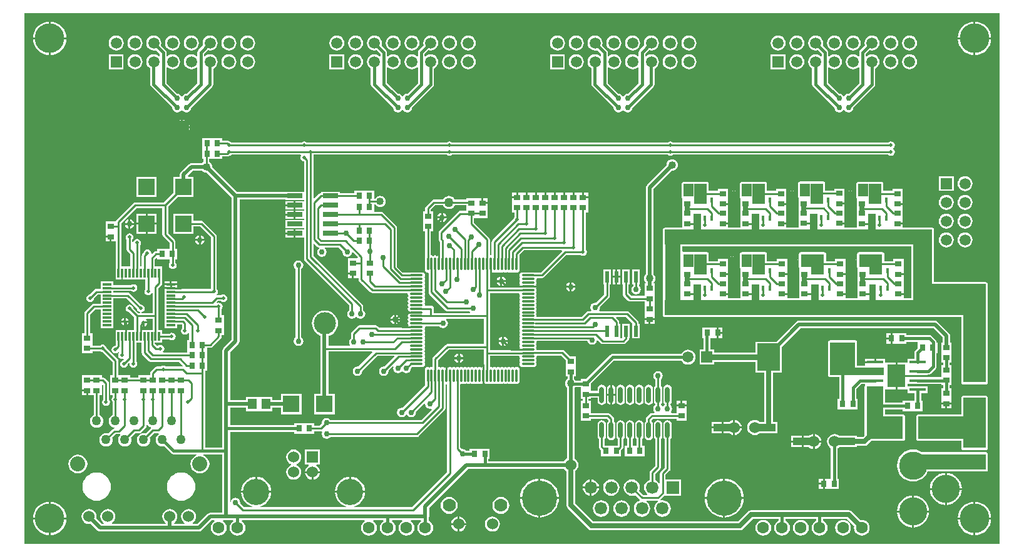
<source format=gtl>
%FSAX43Y43*%
%MOMM*%
G71*
G01*
G75*
G04 Layer_Physical_Order=1*
G04 Layer_Color=255*
%ADD10R,0.800X0.900*%
%ADD11R,0.900X0.800*%
%ADD12R,0.300X1.200*%
%ADD13R,1.200X0.300*%
%ADD14O,0.300X1.800*%
%ADD15O,1.800X0.300*%
%ADD16R,0.508X1.500*%
%ADD17R,2.200X2.200*%
%ADD18R,2.300X2.300*%
%ADD19R,1.200X1.400*%
%ADD20R,3.048X3.683*%
%ADD21R,2.540X1.016*%
%ADD22O,0.600X2.200*%
%ADD23R,2.032X0.635*%
%ADD24R,0.350X0.800*%
%ADD25R,2.300X2.300*%
%ADD26R,2.200X0.450*%
%ADD27R,2.400X3.100*%
%ADD28C,0.254*%
%ADD29C,0.381*%
%ADD30C,0.635*%
%ADD31C,0.508*%
%ADD32C,0.330*%
%ADD33C,0.762*%
%ADD34R,9.779X2.159*%
%ADD35R,3.048X6.858*%
%ADD36R,0.762X0.635*%
%ADD37R,1.778X2.794*%
%ADD38R,1.397X1.778*%
%ADD39R,1.016X2.286*%
%ADD40R,1.778X2.819*%
%ADD41R,32.258X2.032*%
%ADD42R,0.889X2.286*%
%ADD43R,2.540X8.636*%
%ADD44R,7.620X4.191*%
%ADD45R,3.048X10.414*%
%ADD46R,6.350X3.048*%
%ADD47R,2.286X7.112*%
%ADD48R,3.302X3.048*%
%ADD49R,7.366X1.016*%
%ADD50R,3.429X4.445*%
%ADD51R,4.191X2.032*%
%ADD52R,2.159X11.049*%
%ADD53R,3.556X3.556*%
%ADD54R,2.286X2.286*%
%ADD55R,2.413X2.286*%
%ADD56R,1.270X1.270*%
%ADD57R,2.159X2.159*%
%ADD58C,0.508*%
%ADD59C,0.762*%
%ADD60C,4.000*%
%ADD61R,1.500X1.500*%
%ADD62C,1.500*%
%ADD63C,1.524*%
%ADD64C,1.778*%
%ADD65C,1.270*%
%ADD66C,2.032*%
%ADD67R,1.524X1.524*%
%ADD68C,3.556*%
%ADD69C,1.600*%
%ADD70C,1.690*%
%ADD71R,1.690X1.690*%
%ADD72C,4.760*%
%ADD73C,3.810*%
%ADD74C,3.000*%
%ADD75R,1.500X1.500*%
%ADD76C,1.016*%
G36*
X0161410Y0042933D02*
X0029471D01*
Y0114801D01*
X0161410D01*
Y0042933D01*
D02*
G37*
%LPC*%
G36*
X0039243Y0052587D02*
X0038870Y0052550D01*
X0038510Y0052442D01*
X0038180Y0052265D01*
X0037889Y0052027D01*
X0037651Y0051736D01*
X0037474Y0051406D01*
X0037366Y0051046D01*
X0037329Y0050673D01*
X0037366Y0050300D01*
X0037474Y0049940D01*
X0037651Y0049610D01*
X0037889Y0049319D01*
X0038180Y0049081D01*
X0038510Y0048904D01*
X0038870Y0048796D01*
X0039243Y0048759D01*
X0039616Y0048796D01*
X0039976Y0048904D01*
X0040306Y0049081D01*
X0040597Y0049319D01*
X0040835Y0049610D01*
X0041012Y0049940D01*
X0041120Y0050300D01*
X0041157Y0050673D01*
X0041120Y0051046D01*
X0041012Y0051406D01*
X0040835Y0051736D01*
X0040597Y0052027D01*
X0040306Y0052265D01*
X0039976Y0052442D01*
X0039616Y0052550D01*
X0039243Y0052587D01*
D02*
G37*
G36*
X0154178Y0085112D02*
X0153916Y0085078D01*
X0153672Y0084976D01*
X0153462Y0084815D01*
X0153301Y0084606D01*
X0153200Y0084362D01*
X0153165Y0084099D01*
X0153200Y0083837D01*
X0153301Y0083593D01*
X0153462Y0083383D01*
X0153672Y0083222D01*
X0153916Y0083121D01*
X0154178Y0083087D01*
X0154440Y0083121D01*
X0154684Y0083222D01*
X0154894Y0083383D01*
X0155055Y0083593D01*
X0155156Y0083837D01*
X0155191Y0084099D01*
X0155156Y0084362D01*
X0155055Y0084606D01*
X0154894Y0084815D01*
X0154684Y0084976D01*
X0154440Y0085078D01*
X0154178Y0085112D01*
D02*
G37*
G36*
X0156271Y0050229D02*
X0154242D01*
Y0048199D01*
X0154538Y0048228D01*
X0154945Y0048351D01*
X0155320Y0048552D01*
X0155649Y0048821D01*
X0155918Y0049150D01*
X0156119Y0049525D01*
X0156242Y0049932D01*
X0156271Y0050229D01*
D02*
G37*
G36*
X0099265Y0051756D02*
Y0049251D01*
X0101770D01*
X0101748Y0049537D01*
X0101651Y0049940D01*
X0101492Y0050324D01*
X0101276Y0050677D01*
X0101006Y0050992D01*
X0100691Y0051262D01*
X0100338Y0051478D01*
X0099954Y0051637D01*
X0099551Y0051734D01*
X0099265Y0051756D01*
D02*
G37*
G36*
X0099011D02*
X0098725Y0051734D01*
X0098322Y0051637D01*
X0097938Y0051478D01*
X0097585Y0051262D01*
X0097270Y0050992D01*
X0097000Y0050677D01*
X0096784Y0050324D01*
X0096625Y0049940D01*
X0096528Y0049537D01*
X0096506Y0049251D01*
X0099011D01*
Y0051756D01*
D02*
G37*
G36*
X0050673Y0052587D02*
X0050300Y0052550D01*
X0049940Y0052442D01*
X0049610Y0052265D01*
X0049319Y0052027D01*
X0049081Y0051736D01*
X0048904Y0051406D01*
X0048796Y0051046D01*
X0048759Y0050673D01*
X0048796Y0050300D01*
X0048904Y0049940D01*
X0049081Y0049610D01*
X0049319Y0049319D01*
X0049610Y0049081D01*
X0049940Y0048904D01*
X0050300Y0048796D01*
X0050673Y0048759D01*
X0051046Y0048796D01*
X0051406Y0048904D01*
X0051736Y0049081D01*
X0052027Y0049319D01*
X0052265Y0049610D01*
X0052442Y0049940D01*
X0052550Y0050300D01*
X0052587Y0050673D01*
X0052550Y0051046D01*
X0052442Y0051406D01*
X0052265Y0051736D01*
X0052027Y0052027D01*
X0051736Y0052265D01*
X0051406Y0052442D01*
X0051046Y0052550D01*
X0050673Y0052587D01*
D02*
G37*
G36*
X0149542Y0049464D02*
X0149246Y0049435D01*
X0148839Y0049312D01*
X0148464Y0049111D01*
X0148135Y0048842D01*
X0147866Y0048513D01*
X0147665Y0048138D01*
X0147542Y0047731D01*
X0147513Y0047435D01*
X0149542D01*
Y0049464D01*
D02*
G37*
G36*
X0093916Y0049286D02*
X0093618Y0049247D01*
X0093340Y0049131D01*
X0093101Y0048948D01*
X0092918Y0048709D01*
X0092803Y0048431D01*
X0092764Y0048133D01*
X0092803Y0047835D01*
X0092918Y0047557D01*
X0093101Y0047318D01*
X0093340Y0047135D01*
X0093618Y0047019D01*
X0093916Y0046980D01*
X0094215Y0047019D01*
X0094493Y0047135D01*
X0094732Y0047318D01*
X0094915Y0047557D01*
X0095030Y0047835D01*
X0095069Y0048133D01*
X0095030Y0048431D01*
X0094915Y0048709D01*
X0094732Y0048948D01*
X0094493Y0049131D01*
X0094215Y0049247D01*
X0093916Y0049286D01*
D02*
G37*
G36*
X0041021Y0084390D02*
X0040444D01*
Y0083863D01*
X0041021D01*
Y0084390D01*
D02*
G37*
G36*
X0156718Y0085112D02*
X0156456Y0085078D01*
X0156212Y0084976D01*
X0156002Y0084815D01*
X0155841Y0084606D01*
X0155740Y0084362D01*
X0155705Y0084099D01*
X0155740Y0083837D01*
X0155841Y0083593D01*
X0156002Y0083383D01*
X0156212Y0083222D01*
X0156456Y0083121D01*
X0156718Y0083087D01*
X0156980Y0083121D01*
X0157224Y0083222D01*
X0157434Y0083383D01*
X0157595Y0083593D01*
X0157696Y0083837D01*
X0157731Y0084099D01*
X0157696Y0084362D01*
X0157595Y0084606D01*
X0157434Y0084815D01*
X0157224Y0084976D01*
X0156980Y0085078D01*
X0156718Y0085112D01*
D02*
G37*
G36*
X0153988Y0050229D02*
X0151958D01*
X0151987Y0049932D01*
X0152110Y0049525D01*
X0152311Y0049150D01*
X0152580Y0048821D01*
X0152909Y0048552D01*
X0153284Y0048351D01*
X0153691Y0048228D01*
X0153988Y0048199D01*
Y0050229D01*
D02*
G37*
G36*
X0149796Y0049464D02*
Y0047435D01*
X0151826D01*
X0151797Y0047731D01*
X0151674Y0048138D01*
X0151473Y0048513D01*
X0151204Y0048842D01*
X0150875Y0049111D01*
X0150500Y0049312D01*
X0150093Y0049435D01*
X0149796Y0049464D01*
D02*
G37*
G36*
X0124001Y0051756D02*
X0123715Y0051734D01*
X0123312Y0051637D01*
X0122928Y0051478D01*
X0122575Y0051262D01*
X0122260Y0050992D01*
X0121990Y0050677D01*
X0121774Y0050324D01*
X0121615Y0049940D01*
X0121518Y0049537D01*
X0121496Y0049251D01*
X0124001D01*
Y0051756D01*
D02*
G37*
G36*
X0110069Y0078961D02*
X0109688D01*
Y0078084D01*
X0110069D01*
Y0078961D01*
D02*
G37*
G36*
X0154242Y0052512D02*
Y0050482D01*
X0156271D01*
X0156242Y0050779D01*
X0156119Y0051186D01*
X0155918Y0051561D01*
X0155649Y0051890D01*
X0155320Y0052159D01*
X0154945Y0052360D01*
X0154538Y0052483D01*
X0154242Y0052512D01*
D02*
G37*
G36*
X0153988D02*
X0153691Y0052483D01*
X0153284Y0052360D01*
X0152909Y0052159D01*
X0152580Y0051890D01*
X0152311Y0051561D01*
X0152110Y0051186D01*
X0151987Y0050779D01*
X0151958Y0050482D01*
X0153988D01*
Y0052512D01*
D02*
G37*
G36*
X0106220Y0051636D02*
Y0050671D01*
X0107185D01*
X0107164Y0050831D01*
X0107053Y0051098D01*
X0106877Y0051328D01*
X0106647Y0051504D01*
X0106380Y0051615D01*
X0106220Y0051636D01*
D02*
G37*
G36*
X0105966D02*
X0105806Y0051615D01*
X0105539Y0051504D01*
X0105309Y0051328D01*
X0105133Y0051098D01*
X0105022Y0050831D01*
X0105001Y0050671D01*
X0105966D01*
Y0051636D01*
D02*
G37*
G36*
X0109434Y0078961D02*
X0109053D01*
Y0078084D01*
X0109434D01*
Y0078961D01*
D02*
G37*
G36*
X0137476Y0050927D02*
X0136949D01*
Y0050350D01*
X0137476D01*
Y0050927D01*
D02*
G37*
G36*
X0105966Y0050417D02*
X0105001D01*
X0105022Y0050257D01*
X0105133Y0049990D01*
X0105309Y0049760D01*
X0105539Y0049584D01*
X0105806Y0049473D01*
X0105966Y0049452D01*
Y0050417D01*
D02*
G37*
G36*
X0108863Y0051652D02*
X0108576Y0051615D01*
X0108309Y0051504D01*
X0108079Y0051328D01*
X0107903Y0051098D01*
X0107792Y0050831D01*
X0107755Y0050544D01*
X0107792Y0050257D01*
X0107903Y0049990D01*
X0108079Y0049760D01*
X0108309Y0049584D01*
X0108576Y0049473D01*
X0108863Y0049436D01*
X0109150Y0049473D01*
X0109417Y0049584D01*
X0109647Y0049760D01*
X0109823Y0049990D01*
X0109934Y0050257D01*
X0109971Y0050544D01*
X0109934Y0050831D01*
X0109823Y0051098D01*
X0109647Y0051328D01*
X0109417Y0051504D01*
X0109150Y0051615D01*
X0108863Y0051652D01*
D02*
G37*
G36*
X0124255Y0051756D02*
Y0049251D01*
X0126760D01*
X0126738Y0049537D01*
X0126641Y0049940D01*
X0126482Y0050324D01*
X0126266Y0050677D01*
X0125996Y0050992D01*
X0125681Y0051262D01*
X0125328Y0051478D01*
X0124944Y0051637D01*
X0124541Y0051734D01*
X0124255Y0051756D01*
D02*
G37*
G36*
X0109434Y0080092D02*
X0109053D01*
Y0079215D01*
X0109434D01*
Y0080092D01*
D02*
G37*
G36*
X0110069D02*
X0109688D01*
Y0079215D01*
X0110069D01*
Y0080092D01*
D02*
G37*
G36*
X0107185Y0050417D02*
X0106220D01*
Y0049452D01*
X0106380Y0049473D01*
X0106647Y0049584D01*
X0106877Y0049760D01*
X0107053Y0049990D01*
X0107164Y0050257D01*
X0107185Y0050417D01*
D02*
G37*
G36*
X0086932Y0049286D02*
X0086633Y0049247D01*
X0086355Y0049131D01*
X0086116Y0048948D01*
X0085933Y0048709D01*
X0085818Y0048431D01*
X0085779Y0048133D01*
X0085818Y0047835D01*
X0085933Y0047557D01*
X0086116Y0047318D01*
X0086355Y0047135D01*
X0086633Y0047019D01*
X0086932Y0046980D01*
X0087230Y0047019D01*
X0087508Y0047135D01*
X0087747Y0047318D01*
X0087930Y0047557D01*
X0088045Y0047835D01*
X0088084Y0048133D01*
X0088045Y0048431D01*
X0087930Y0048709D01*
X0087747Y0048948D01*
X0087508Y0049131D01*
X0087230Y0049247D01*
X0086932Y0049286D01*
D02*
G37*
G36*
X0089210Y0045466D02*
X0088328D01*
Y0044585D01*
X0088467Y0044603D01*
X0088714Y0044706D01*
X0088926Y0044868D01*
X0089089Y0045081D01*
X0089191Y0045328D01*
X0089210Y0045466D01*
D02*
G37*
G36*
X0088075D02*
X0087193D01*
X0087212Y0045328D01*
X0087314Y0045081D01*
X0087477Y0044868D01*
X0087689Y0044706D01*
X0087936Y0044603D01*
X0088075Y0044585D01*
Y0045466D01*
D02*
G37*
G36*
X0092773Y0046618D02*
X0092508Y0046583D01*
X0092261Y0046480D01*
X0092049Y0046318D01*
X0091886Y0046105D01*
X0091784Y0045858D01*
X0091749Y0045593D01*
X0091784Y0045328D01*
X0091886Y0045081D01*
X0092049Y0044868D01*
X0092261Y0044706D01*
X0092508Y0044603D01*
X0092773Y0044568D01*
X0093039Y0044603D01*
X0093286Y0044706D01*
X0093498Y0044868D01*
X0093661Y0045081D01*
X0093763Y0045328D01*
X0093798Y0045593D01*
X0093763Y0045858D01*
X0093661Y0046105D01*
X0093498Y0046318D01*
X0093286Y0046480D01*
X0093039Y0046583D01*
X0092773Y0046618D01*
D02*
G37*
G36*
X0088075Y0046601D02*
X0087936Y0046583D01*
X0087689Y0046480D01*
X0087477Y0046318D01*
X0087314Y0046105D01*
X0087212Y0045858D01*
X0087193Y0045720D01*
X0088075D01*
Y0046601D01*
D02*
G37*
G36*
X0151826Y0047181D02*
X0149796D01*
Y0045151D01*
X0150093Y0045180D01*
X0150500Y0045303D01*
X0150875Y0045504D01*
X0151204Y0045773D01*
X0151473Y0046102D01*
X0151674Y0046477D01*
X0151797Y0046884D01*
X0151826Y0047181D01*
D02*
G37*
G36*
X0149542D02*
X0147513D01*
X0147542Y0046884D01*
X0147665Y0046477D01*
X0147866Y0046102D01*
X0148135Y0045773D01*
X0148464Y0045504D01*
X0148839Y0045303D01*
X0149246Y0045180D01*
X0149542Y0045151D01*
Y0047181D01*
D02*
G37*
G36*
X0160240Y0046228D02*
X0158115D01*
Y0044103D01*
X0158430Y0044134D01*
X0158855Y0044263D01*
X0159246Y0044472D01*
X0159590Y0044753D01*
X0159871Y0045097D01*
X0160081Y0045488D01*
X0160209Y0045913D01*
X0160240Y0046228D01*
D02*
G37*
G36*
X0035145D02*
X0033020D01*
Y0044103D01*
X0033335Y0044134D01*
X0033760Y0044263D01*
X0034151Y0044472D01*
X0034495Y0044753D01*
X0034776Y0045097D01*
X0034986Y0045488D01*
X0035114Y0045913D01*
X0035145Y0046228D01*
D02*
G37*
G36*
X0032766D02*
X0030641D01*
X0030672Y0045913D01*
X0030801Y0045488D01*
X0031010Y0045097D01*
X0031291Y0044753D01*
X0031635Y0044472D01*
X0032026Y0044263D01*
X0032451Y0044134D01*
X0032766Y0044103D01*
Y0046228D01*
D02*
G37*
G36*
X0092144Y0089746D02*
X0091567D01*
Y0089219D01*
X0092144D01*
Y0089746D01*
D02*
G37*
G36*
X0157861Y0046228D02*
X0155736D01*
X0155767Y0045913D01*
X0155895Y0045488D01*
X0156105Y0045097D01*
X0156386Y0044753D01*
X0156730Y0044472D01*
X0157121Y0044263D01*
X0157546Y0044134D01*
X0157861Y0044103D01*
Y0046228D01*
D02*
G37*
G36*
X0154178Y0090192D02*
X0153916Y0090158D01*
X0153672Y0090056D01*
X0153462Y0089895D01*
X0153301Y0089686D01*
X0153200Y0089441D01*
X0153165Y0089179D01*
X0153200Y0088917D01*
X0153301Y0088673D01*
X0153462Y0088463D01*
X0153672Y0088302D01*
X0153916Y0088201D01*
X0154178Y0088167D01*
X0154440Y0088201D01*
X0154684Y0088302D01*
X0154894Y0088463D01*
X0155055Y0088673D01*
X0155156Y0088917D01*
X0155191Y0089179D01*
X0155156Y0089441D01*
X0155055Y0089686D01*
X0154894Y0089895D01*
X0154684Y0090056D01*
X0154440Y0090158D01*
X0154178Y0090192D01*
D02*
G37*
G36*
X0156718D02*
X0156456Y0090158D01*
X0156212Y0090056D01*
X0156002Y0089895D01*
X0155841Y0089686D01*
X0155740Y0089441D01*
X0155705Y0089179D01*
X0155740Y0088917D01*
X0155841Y0088673D01*
X0156002Y0088463D01*
X0156212Y0088302D01*
X0156456Y0088201D01*
X0156718Y0088167D01*
X0156980Y0088201D01*
X0157224Y0088302D01*
X0157434Y0088463D01*
X0157595Y0088673D01*
X0157696Y0088917D01*
X0157731Y0089179D01*
X0157696Y0089441D01*
X0157595Y0089686D01*
X0157434Y0089895D01*
X0157224Y0090056D01*
X0156980Y0090158D01*
X0156718Y0090192D01*
D02*
G37*
G36*
X0124001Y0048997D02*
X0121496D01*
X0121518Y0048711D01*
X0121615Y0048308D01*
X0121774Y0047924D01*
X0121990Y0047571D01*
X0122260Y0047256D01*
X0122575Y0046986D01*
X0122928Y0046770D01*
X0123312Y0046611D01*
X0123715Y0046514D01*
X0124001Y0046492D01*
Y0048997D01*
D02*
G37*
G36*
X0101770D02*
X0099265D01*
Y0046492D01*
X0099551Y0046514D01*
X0099954Y0046611D01*
X0100338Y0046770D01*
X0100691Y0046986D01*
X0101006Y0047256D01*
X0101276Y0047571D01*
X0101492Y0047924D01*
X0101651Y0048308D01*
X0101748Y0048711D01*
X0101770Y0048997D01*
D02*
G37*
G36*
X0099011D02*
X0096506D01*
X0096528Y0048711D01*
X0096625Y0048308D01*
X0096784Y0047924D01*
X0097000Y0047571D01*
X0097270Y0047256D01*
X0097585Y0046986D01*
X0097938Y0046770D01*
X0098322Y0046611D01*
X0098725Y0046514D01*
X0099011Y0046492D01*
Y0048997D01*
D02*
G37*
G36*
X0110248Y0048812D02*
X0109961Y0048775D01*
X0109694Y0048664D01*
X0109464Y0048488D01*
X0109288Y0048258D01*
X0109177Y0047991D01*
X0109140Y0047704D01*
X0109177Y0047417D01*
X0109288Y0047150D01*
X0109464Y0046920D01*
X0109694Y0046744D01*
X0109961Y0046633D01*
X0110248Y0046596D01*
X0110535Y0046633D01*
X0110802Y0046744D01*
X0111032Y0046920D01*
X0111208Y0047150D01*
X0111319Y0047417D01*
X0111356Y0047704D01*
X0111319Y0047991D01*
X0111208Y0048258D01*
X0111032Y0048488D01*
X0110802Y0048664D01*
X0110535Y0048775D01*
X0110248Y0048812D01*
D02*
G37*
G36*
X0107478D02*
X0107191Y0048775D01*
X0106924Y0048664D01*
X0106694Y0048488D01*
X0106518Y0048258D01*
X0106407Y0047991D01*
X0106370Y0047704D01*
X0106407Y0047417D01*
X0106518Y0047150D01*
X0106694Y0046920D01*
X0106924Y0046744D01*
X0107191Y0046633D01*
X0107478Y0046596D01*
X0107765Y0046633D01*
X0108032Y0046744D01*
X0108262Y0046920D01*
X0108438Y0047150D01*
X0108549Y0047417D01*
X0108586Y0047704D01*
X0108549Y0047991D01*
X0108438Y0048258D01*
X0108262Y0048488D01*
X0108032Y0048664D01*
X0107765Y0048775D01*
X0107478Y0048812D01*
D02*
G37*
G36*
X0126760Y0048997D02*
X0124255D01*
Y0046492D01*
X0124541Y0046514D01*
X0124944Y0046611D01*
X0125328Y0046770D01*
X0125681Y0046986D01*
X0125996Y0047256D01*
X0126266Y0047571D01*
X0126482Y0047924D01*
X0126641Y0048308D01*
X0126738Y0048711D01*
X0126760Y0048997D01*
D02*
G37*
G36*
X0158115Y0048607D02*
Y0046482D01*
X0160240D01*
X0160209Y0046797D01*
X0160081Y0047222D01*
X0159871Y0047613D01*
X0159590Y0047957D01*
X0159246Y0048238D01*
X0158855Y0048447D01*
X0158430Y0048576D01*
X0158115Y0048607D01*
D02*
G37*
G36*
X0156718Y0087652D02*
X0156456Y0087618D01*
X0156212Y0087516D01*
X0156002Y0087355D01*
X0155841Y0087146D01*
X0155740Y0086901D01*
X0155705Y0086639D01*
X0155740Y0086377D01*
X0155841Y0086133D01*
X0156002Y0085923D01*
X0156212Y0085762D01*
X0156456Y0085661D01*
X0156718Y0085627D01*
X0156980Y0085661D01*
X0157224Y0085762D01*
X0157434Y0085923D01*
X0157595Y0086133D01*
X0157696Y0086377D01*
X0157731Y0086639D01*
X0157696Y0086901D01*
X0157595Y0087146D01*
X0157434Y0087355D01*
X0157224Y0087516D01*
X0156980Y0087618D01*
X0156718Y0087652D01*
D02*
G37*
G36*
X0032766Y0048607D02*
X0032451Y0048576D01*
X0032026Y0048447D01*
X0031635Y0048238D01*
X0031291Y0047957D01*
X0031010Y0047613D01*
X0030801Y0047222D01*
X0030672Y0046797D01*
X0030641Y0046482D01*
X0032766D01*
Y0048607D01*
D02*
G37*
G36*
X0088328Y0046601D02*
Y0045720D01*
X0089210D01*
X0089191Y0045858D01*
X0089089Y0046105D01*
X0088926Y0046318D01*
X0088714Y0046480D01*
X0088467Y0046583D01*
X0088328Y0046601D01*
D02*
G37*
G36*
X0157861Y0048607D02*
X0157546Y0048576D01*
X0157121Y0048447D01*
X0156730Y0048238D01*
X0156386Y0047957D01*
X0156105Y0047613D01*
X0155895Y0047222D01*
X0155767Y0046797D01*
X0155736Y0046482D01*
X0157861D01*
Y0048607D01*
D02*
G37*
G36*
X0033020D02*
Y0046482D01*
X0035145D01*
X0035114Y0046797D01*
X0034986Y0047222D01*
X0034776Y0047613D01*
X0034495Y0047957D01*
X0034151Y0048238D01*
X0033760Y0048447D01*
X0033335Y0048576D01*
X0033020Y0048607D01*
D02*
G37*
G36*
X0154178Y0087652D02*
X0153916Y0087618D01*
X0153672Y0087516D01*
X0153462Y0087355D01*
X0153301Y0087146D01*
X0153200Y0086901D01*
X0153165Y0086639D01*
X0153200Y0086377D01*
X0153301Y0086133D01*
X0153462Y0085923D01*
X0153672Y0085762D01*
X0153916Y0085661D01*
X0154178Y0085627D01*
X0154440Y0085661D01*
X0154684Y0085762D01*
X0154894Y0085923D01*
X0155055Y0086133D01*
X0155156Y0086377D01*
X0155191Y0086639D01*
X0155156Y0086901D01*
X0155055Y0087146D01*
X0154894Y0087355D01*
X0154684Y0087516D01*
X0154440Y0087618D01*
X0154178Y0087652D01*
D02*
G37*
G36*
X0125603Y0059682D02*
Y0058801D01*
X0126484D01*
X0126466Y0058939D01*
X0126363Y0059186D01*
X0126201Y0059399D01*
X0125988Y0059561D01*
X0125741Y0059664D01*
X0125603Y0059682D01*
D02*
G37*
G36*
X0147401Y0071443D02*
Y0071443D01*
X0146874D01*
Y0070739D01*
Y0070035D01*
X0147401D01*
Y0070035D01*
X0147401D01*
X0147401Y0070035D01*
X0147493D01*
Y0070035D01*
X0148801D01*
Y0070286D01*
X0150284D01*
Y0070173D01*
X0150284D01*
Y0069456D01*
X0150002Y0069173D01*
X0149903Y0069026D01*
X0149869Y0068853D01*
Y0068013D01*
X0148968D01*
Y0067463D01*
X0148968D01*
X0148901D01*
X0148878Y0067463D01*
X0148878Y0067463D01*
Y0067463D01*
X0147574D01*
Y0065786D01*
X0148949D01*
X0148968Y0065805D01*
X0148991Y0065805D01*
X0148991Y0065805D01*
Y0065805D01*
X0151676D01*
Y0065831D01*
X0151755D01*
X0151928Y0065865D01*
X0152075Y0065964D01*
X0152720Y0066609D01*
X0152819Y0066756D01*
X0152853Y0066929D01*
Y0068765D01*
X0152992D01*
Y0070173D01*
X0152853D01*
Y0070231D01*
X0152819Y0070404D01*
X0152720Y0070551D01*
X0152720Y0070551D01*
X0152212Y0071059D01*
X0152065Y0071158D01*
X0151892Y0071192D01*
X0148801D01*
Y0071443D01*
X0147493D01*
D01*
D01*
X0147493Y0071443D01*
X0147401D01*
D02*
G37*
G36*
X0144445Y0068013D02*
X0143218D01*
Y0067661D01*
X0144445D01*
Y0068013D01*
D02*
G37*
G36*
X0135001Y0068072D02*
X0134120D01*
X0134138Y0067934D01*
X0134241Y0067687D01*
X0134403Y0067474D01*
X0134616Y0067312D01*
X0134863Y0067209D01*
X0135001Y0067191D01*
Y0068072D01*
D02*
G37*
G36*
X0136136D02*
X0135255D01*
Y0067191D01*
X0135393Y0067209D01*
X0135640Y0067312D01*
X0135853Y0067474D01*
X0136015Y0067687D01*
X0136118Y0067934D01*
X0136136Y0068072D01*
D02*
G37*
G36*
X0115189Y0066322D02*
X0114941Y0066273D01*
X0114731Y0066132D01*
X0114591Y0065922D01*
X0114542Y0065674D01*
X0114591Y0065427D01*
X0114731Y0065217D01*
X0114801Y0065170D01*
Y0064313D01*
X0114790Y0064305D01*
X0114667Y0064122D01*
X0114624Y0063906D01*
Y0062306D01*
X0114667Y0062090D01*
X0114790Y0061907D01*
X0114801Y0061899D01*
Y0061718D01*
X0114731Y0061672D01*
X0114591Y0061462D01*
X0114542Y0061214D01*
X0114591Y0060966D01*
X0114728Y0060760D01*
X0114668Y0060648D01*
X0114362D01*
X0114213Y0060619D01*
X0114087Y0060535D01*
X0113644Y0060092D01*
X0113560Y0059966D01*
X0113531Y0059817D01*
Y0059513D01*
X0113520Y0059505D01*
X0113397Y0059322D01*
X0113354Y0059106D01*
Y0057506D01*
X0113397Y0057290D01*
X0113520Y0057107D01*
X0113703Y0056984D01*
X0113919Y0056941D01*
X0114135Y0056984D01*
X0114318Y0057107D01*
X0114441Y0057290D01*
X0114484Y0057506D01*
Y0059106D01*
X0114441Y0059322D01*
X0114318Y0059505D01*
X0114307Y0059513D01*
Y0059656D01*
X0114523Y0059872D01*
X0117660D01*
Y0059606D01*
X0119068D01*
Y0060914D01*
D01*
Y0060914D01*
X0119068Y0060914D01*
Y0061006D01*
X0119068D01*
Y0061533D01*
X0117660D01*
Y0061006D01*
X0117660Y0061006D01*
X0117660Y0060914D01*
X0117660D01*
Y0060648D01*
X0116980D01*
X0116920Y0060760D01*
X0117057Y0060966D01*
X0117106Y0061214D01*
X0117057Y0061462D01*
X0116917Y0061672D01*
X0116847Y0061718D01*
Y0061899D01*
X0116858Y0061907D01*
X0116981Y0062090D01*
X0117024Y0062306D01*
Y0063906D01*
X0116981Y0064122D01*
X0116858Y0064305D01*
X0116675Y0064428D01*
X0116459Y0064471D01*
X0116243Y0064428D01*
X0116060Y0064305D01*
X0115937Y0064122D01*
X0115894Y0063906D01*
Y0062306D01*
X0115937Y0062090D01*
X0116060Y0061907D01*
X0116071Y0061899D01*
Y0061718D01*
X0116001Y0061672D01*
X0115887Y0061502D01*
X0115760D01*
X0115647Y0061672D01*
X0115577Y0061718D01*
Y0061899D01*
X0115588Y0061907D01*
X0115711Y0062090D01*
X0115754Y0062306D01*
Y0063906D01*
X0115711Y0064122D01*
X0115588Y0064305D01*
X0115577Y0064313D01*
Y0065170D01*
X0115647Y0065217D01*
X0115787Y0065427D01*
X0115836Y0065674D01*
X0115787Y0065922D01*
X0115647Y0066132D01*
X0115437Y0066273D01*
X0115189Y0066322D01*
D02*
G37*
G36*
X0123825Y0059436D02*
X0122428D01*
Y0058801D01*
X0123825D01*
Y0059436D01*
D02*
G37*
G36*
X0126484Y0058547D02*
X0125603D01*
Y0057666D01*
X0125741Y0057684D01*
X0125988Y0057787D01*
X0126201Y0057949D01*
X0126363Y0058162D01*
X0126466Y0058409D01*
X0126484Y0058547D01*
D02*
G37*
G36*
X0143891Y0070612D02*
X0143010D01*
X0143028Y0070474D01*
X0143131Y0070227D01*
X0143293Y0070014D01*
X0143506Y0069852D01*
X0143753Y0069749D01*
X0143891Y0069731D01*
Y0070612D01*
D02*
G37*
G36*
X0145026D02*
X0144145D01*
Y0069731D01*
X0144283Y0069749D01*
X0144530Y0069852D01*
X0144743Y0070014D01*
X0144905Y0070227D01*
X0145008Y0070474D01*
X0145026Y0070612D01*
D02*
G37*
G36*
X0123825Y0058547D02*
X0122428D01*
Y0057912D01*
X0123825D01*
Y0058547D01*
D02*
G37*
G36*
X0135001Y0069207D02*
X0134863Y0069189D01*
X0134616Y0069086D01*
X0134403Y0068924D01*
X0134241Y0068711D01*
X0134138Y0068464D01*
X0134120Y0068326D01*
X0135001D01*
Y0069207D01*
D02*
G37*
G36*
X0135255D02*
Y0068326D01*
X0136136D01*
X0136118Y0068464D01*
X0136015Y0068711D01*
X0135853Y0068924D01*
X0135640Y0069086D01*
X0135393Y0069189D01*
X0135255Y0069207D01*
D02*
G37*
G36*
X0108966Y0064446D02*
Y0063233D01*
X0109404D01*
Y0063906D01*
X0109361Y0064122D01*
X0109238Y0064305D01*
X0109055Y0064428D01*
X0108966Y0064446D01*
D02*
G37*
G36*
X0110109Y0064471D02*
X0109893Y0064428D01*
X0109710Y0064305D01*
X0109587Y0064122D01*
X0109544Y0063906D01*
Y0062306D01*
X0109587Y0062090D01*
X0109710Y0061907D01*
X0109893Y0061784D01*
X0110109Y0061741D01*
X0110325Y0061784D01*
X0110508Y0061907D01*
X0110631Y0062090D01*
X0110674Y0062306D01*
Y0063906D01*
X0110631Y0064122D01*
X0110508Y0064305D01*
X0110325Y0064428D01*
X0110109Y0064471D01*
D02*
G37*
G36*
X0111379D02*
X0111163Y0064428D01*
X0110980Y0064305D01*
X0110857Y0064122D01*
X0110814Y0063906D01*
Y0062306D01*
X0110857Y0062090D01*
X0110980Y0061907D01*
X0111163Y0061784D01*
X0111379Y0061741D01*
X0111595Y0061784D01*
X0111778Y0061907D01*
X0111901Y0062090D01*
X0111944Y0062306D01*
Y0063906D01*
X0111901Y0064122D01*
X0111778Y0064305D01*
X0111595Y0064428D01*
X0111379Y0064471D01*
D02*
G37*
G36*
X0112649D02*
X0112433Y0064428D01*
X0112250Y0064305D01*
X0112127Y0064122D01*
X0112084Y0063906D01*
Y0062306D01*
X0112127Y0062090D01*
X0112250Y0061907D01*
X0112433Y0061784D01*
X0112649Y0061741D01*
X0112865Y0061784D01*
X0113048Y0061907D01*
X0113171Y0062090D01*
X0113214Y0062306D01*
Y0063906D01*
X0113171Y0064122D01*
X0113048Y0064305D01*
X0112865Y0064428D01*
X0112649Y0064471D01*
D02*
G37*
G36*
X0154051Y0061784D02*
X0153474D01*
Y0061257D01*
X0154051D01*
Y0061784D01*
D02*
G37*
G36*
X0154882D02*
X0154305D01*
Y0061257D01*
X0154882D01*
Y0061784D01*
D02*
G37*
G36*
X0039947Y0065743D02*
X0037269D01*
Y0064435D01*
X0037269Y0064435D01*
X0037269Y0064343D01*
X0037269D01*
Y0063816D01*
X0037973D01*
Y0063689D01*
X0038100D01*
Y0063035D01*
X0038855D01*
Y0060364D01*
X0038795Y0060340D01*
X0038609Y0060197D01*
X0038466Y0060011D01*
X0038377Y0059795D01*
X0038346Y0059563D01*
X0038377Y0059331D01*
X0038466Y0059115D01*
X0038609Y0058929D01*
X0038795Y0058786D01*
X0039011Y0058697D01*
X0039243Y0058666D01*
X0039475Y0058697D01*
X0039691Y0058786D01*
X0039877Y0058929D01*
X0040020Y0059115D01*
X0040109Y0059331D01*
X0040140Y0059563D01*
X0040109Y0059795D01*
X0040020Y0060011D01*
X0039877Y0060197D01*
X0039691Y0060340D01*
X0039631Y0060364D01*
Y0063035D01*
X0039947D01*
Y0064343D01*
D01*
Y0064343D01*
X0039947Y0064343D01*
Y0064435D01*
X0039947D01*
Y0064494D01*
X0040019Y0064523D01*
X0040125Y0064453D01*
Y0062436D01*
X0040034Y0062301D01*
X0039995Y0062103D01*
X0040034Y0061905D01*
X0040147Y0061737D01*
X0040315Y0061624D01*
X0040513Y0061585D01*
X0040711Y0061624D01*
X0040879Y0061737D01*
X0040992Y0061905D01*
X0041031Y0062103D01*
X0040992Y0062301D01*
X0040901Y0062436D01*
Y0064643D01*
X0040872Y0064792D01*
X0040788Y0064918D01*
X0040342Y0065364D01*
X0040216Y0065448D01*
X0040067Y0065477D01*
X0039947D01*
Y0065743D01*
D02*
G37*
G36*
X0113919Y0064471D02*
X0113703Y0064428D01*
X0113520Y0064305D01*
X0113397Y0064122D01*
X0113354Y0063906D01*
Y0062306D01*
X0113397Y0062090D01*
X0113520Y0061907D01*
X0113703Y0061784D01*
X0113919Y0061741D01*
X0114135Y0061784D01*
X0114318Y0061907D01*
X0114441Y0062090D01*
X0114484Y0062306D01*
Y0063906D01*
X0114441Y0064122D01*
X0114318Y0064305D01*
X0114135Y0064428D01*
X0113919Y0064471D01*
D02*
G37*
G36*
X0119068Y0062314D02*
X0118491D01*
Y0061787D01*
X0119068D01*
Y0062314D01*
D02*
G37*
G36*
X0037846Y0063562D02*
X0037269D01*
Y0063035D01*
X0037846D01*
Y0063562D01*
D02*
G37*
G36*
X0108712Y0064446D02*
X0108623Y0064428D01*
X0108440Y0064305D01*
X0108317Y0064122D01*
X0108274Y0063906D01*
Y0063233D01*
X0108712D01*
Y0064446D01*
D02*
G37*
G36*
Y0062979D02*
X0108274D01*
Y0062306D01*
X0108317Y0062090D01*
X0108440Y0061907D01*
X0108623Y0061784D01*
X0108712Y0061766D01*
Y0062979D01*
D02*
G37*
G36*
X0109404D02*
X0108966D01*
Y0061766D01*
X0109055Y0061784D01*
X0109238Y0061907D01*
X0109361Y0062090D01*
X0109404Y0062306D01*
Y0062979D01*
D02*
G37*
G36*
X0118237Y0062314D02*
X0117660D01*
Y0061787D01*
X0118237D01*
Y0062314D01*
D02*
G37*
G36*
X0113919Y0073214D02*
X0113342D01*
Y0072687D01*
X0113919D01*
Y0073214D01*
D02*
G37*
G36*
X0114750D02*
X0114173D01*
Y0072687D01*
X0114750D01*
Y0073214D01*
D02*
G37*
G36*
X0149669Y0055700D02*
X0149246Y0055658D01*
X0148839Y0055535D01*
X0148464Y0055334D01*
X0148135Y0055065D01*
X0147866Y0054736D01*
X0147665Y0054361D01*
X0147542Y0053954D01*
X0147500Y0053530D01*
X0147542Y0053107D01*
X0147665Y0052700D01*
X0147866Y0052325D01*
X0148135Y0051996D01*
X0148464Y0051727D01*
X0148839Y0051526D01*
X0149246Y0051403D01*
X0149669Y0051361D01*
X0150093Y0051403D01*
X0150500Y0051526D01*
X0150875Y0051727D01*
X0151204Y0051996D01*
X0151473Y0052325D01*
X0151674Y0052700D01*
X0159512D01*
X0159611Y0052720D01*
X0159695Y0052776D01*
X0159751Y0052860D01*
X0159771Y0052959D01*
Y0055118D01*
X0159751Y0055217D01*
X0159695Y0055301D01*
X0159611Y0055357D01*
X0159512Y0055377D01*
X0150795D01*
X0150500Y0055535D01*
X0150093Y0055658D01*
X0149669Y0055700D01*
D02*
G37*
G36*
X0136144Y0057777D02*
X0136006Y0057759D01*
X0135759Y0057656D01*
X0135595Y0057531D01*
X0134874D01*
Y0056769D01*
Y0056007D01*
X0135595D01*
X0135759Y0055882D01*
X0136006Y0055779D01*
X0136144Y0055761D01*
Y0056769D01*
Y0057777D01*
D02*
G37*
G36*
X0159512Y0062997D02*
X0156464D01*
X0156365Y0062977D01*
X0156281Y0062921D01*
X0156225Y0062837D01*
X0156205Y0062738D01*
Y0060457D01*
X0150368D01*
X0150269Y0060437D01*
X0150185Y0060381D01*
X0150129Y0060297D01*
X0150109Y0060198D01*
Y0057150D01*
X0150129Y0057051D01*
X0150185Y0056967D01*
X0150269Y0056911D01*
X0150368Y0056891D01*
X0156205D01*
Y0055880D01*
X0156225Y0055781D01*
X0156281Y0055697D01*
X0156365Y0055641D01*
X0156464Y0055621D01*
X0159512D01*
X0159611Y0055641D01*
X0159695Y0055697D01*
X0159751Y0055781D01*
X0159771Y0055880D01*
Y0062738D01*
X0159751Y0062837D01*
X0159695Y0062921D01*
X0159611Y0062977D01*
X0159512Y0062997D01*
D02*
G37*
G36*
X0036703Y0055002D02*
X0036371Y0054958D01*
X0036063Y0054830D01*
X0035797Y0054627D01*
X0035594Y0054361D01*
X0035466Y0054053D01*
X0035422Y0053721D01*
X0035466Y0053389D01*
X0035594Y0053081D01*
X0035797Y0052815D01*
X0036063Y0052612D01*
X0036371Y0052484D01*
X0036703Y0052440D01*
X0037035Y0052484D01*
X0037343Y0052612D01*
X0037609Y0052815D01*
X0037812Y0053081D01*
X0037940Y0053389D01*
X0037984Y0053721D01*
X0037940Y0054053D01*
X0037812Y0054361D01*
X0037609Y0054627D01*
X0037343Y0054830D01*
X0037035Y0054958D01*
X0036703Y0055002D01*
D02*
G37*
G36*
X0137476Y0051758D02*
X0136949D01*
Y0051181D01*
X0137476D01*
Y0051758D01*
D02*
G37*
G36*
X0104000Y0077597D02*
X0103505D01*
Y0077102D01*
X0103626Y0077126D01*
X0103836Y0077266D01*
X0103976Y0077476D01*
X0104000Y0077597D01*
D02*
G37*
G36*
X0103251Y0078346D02*
X0103130Y0078322D01*
X0102920Y0078182D01*
X0102780Y0077972D01*
X0102756Y0077851D01*
X0103251D01*
Y0078346D01*
D02*
G37*
G36*
X0103505D02*
Y0077851D01*
X0104000D01*
X0103976Y0077972D01*
X0103836Y0078182D01*
X0103626Y0078322D01*
X0103505Y0078346D01*
D02*
G37*
G36*
X0116459Y0059671D02*
X0116243Y0059628D01*
X0116060Y0059505D01*
X0115937Y0059322D01*
X0115894Y0059106D01*
Y0057506D01*
X0115937Y0057290D01*
X0116060Y0057107D01*
X0116071Y0057099D01*
Y0053247D01*
X0115549Y0052726D01*
X0115465Y0052600D01*
X0115436Y0052451D01*
Y0051201D01*
X0115315Y0051160D01*
X0115187Y0051328D01*
X0114957Y0051504D01*
X0114791Y0051573D01*
Y0052417D01*
X0115464Y0053089D01*
X0115548Y0053215D01*
X0115577Y0053364D01*
X0115577Y0053364D01*
X0115577Y0053364D01*
Y0053364D01*
Y0057099D01*
X0115588Y0057107D01*
X0115711Y0057290D01*
X0115754Y0057506D01*
Y0059106D01*
X0115711Y0059322D01*
X0115588Y0059505D01*
X0115405Y0059628D01*
X0115189Y0059671D01*
X0114973Y0059628D01*
X0114790Y0059505D01*
X0114667Y0059322D01*
X0114624Y0059106D01*
Y0057506D01*
X0114667Y0057290D01*
X0114790Y0057107D01*
X0114801Y0057099D01*
Y0053525D01*
X0114128Y0052853D01*
X0114044Y0052727D01*
X0114015Y0052578D01*
Y0051573D01*
X0113849Y0051504D01*
X0113619Y0051328D01*
X0113443Y0051098D01*
X0113332Y0050831D01*
X0113295Y0050544D01*
X0113332Y0050257D01*
X0113443Y0049990D01*
X0113619Y0049760D01*
X0113753Y0049658D01*
X0113712Y0049537D01*
X0113189D01*
X0112635Y0050091D01*
X0112704Y0050257D01*
X0112741Y0050544D01*
X0112704Y0050831D01*
X0112593Y0051098D01*
X0112417Y0051328D01*
X0112187Y0051504D01*
X0111920Y0051615D01*
X0111633Y0051652D01*
X0111346Y0051615D01*
X0111079Y0051504D01*
X0110849Y0051328D01*
X0110673Y0051098D01*
X0110562Y0050831D01*
X0110525Y0050544D01*
X0110562Y0050257D01*
X0110673Y0049990D01*
X0110849Y0049760D01*
X0111079Y0049584D01*
X0111346Y0049473D01*
X0111633Y0049436D01*
X0111920Y0049473D01*
X0112086Y0049542D01*
X0112736Y0048891D01*
X0112712Y0048767D01*
X0112464Y0048664D01*
X0112234Y0048488D01*
X0112058Y0048258D01*
X0111947Y0047991D01*
X0111910Y0047704D01*
X0111947Y0047417D01*
X0112058Y0047150D01*
X0112234Y0046920D01*
X0112464Y0046744D01*
X0112731Y0046633D01*
X0113018Y0046596D01*
X0113305Y0046633D01*
X0113572Y0046744D01*
X0113802Y0046920D01*
X0113978Y0047150D01*
X0114089Y0047417D01*
X0114126Y0047704D01*
X0114089Y0047991D01*
X0113978Y0048258D01*
X0113802Y0048488D01*
X0113603Y0048640D01*
X0113644Y0048761D01*
X0115162D01*
X0115203Y0048640D01*
X0115004Y0048488D01*
X0114828Y0048258D01*
X0114717Y0047991D01*
X0114680Y0047704D01*
X0114717Y0047417D01*
X0114828Y0047150D01*
X0115004Y0046920D01*
X0115234Y0046744D01*
X0115501Y0046633D01*
X0115788Y0046596D01*
X0116075Y0046633D01*
X0116342Y0046744D01*
X0116572Y0046920D01*
X0116748Y0047150D01*
X0116859Y0047417D01*
X0116896Y0047704D01*
X0116859Y0047991D01*
X0116748Y0048258D01*
X0116572Y0048488D01*
X0116342Y0048664D01*
X0116075Y0048775D01*
X0115788Y0048812D01*
X0115539Y0048780D01*
X0115483Y0048894D01*
X0116046Y0049457D01*
X0116074Y0049445D01*
Y0049445D01*
X0116074Y0049445D01*
X0118272D01*
Y0051643D01*
X0116212D01*
Y0052290D01*
X0116734Y0052811D01*
X0116818Y0052937D01*
X0116823Y0052962D01*
X0116847Y0053086D01*
Y0057099D01*
X0116858Y0057107D01*
X0116981Y0057290D01*
X0117024Y0057506D01*
Y0059106D01*
X0116981Y0059322D01*
X0116858Y0059505D01*
X0116675Y0059628D01*
X0116459Y0059671D01*
D02*
G37*
G36*
X0112719Y0080092D02*
X0111703D01*
Y0078084D01*
X0111823D01*
Y0077847D01*
X0111753Y0077801D01*
X0111613Y0077591D01*
X0111564Y0077343D01*
X0111613Y0077095D01*
X0111753Y0076885D01*
X0111963Y0076745D01*
X0112211Y0076696D01*
X0112459Y0076745D01*
X0112669Y0076885D01*
X0112809Y0077095D01*
X0112858Y0077343D01*
X0112809Y0077591D01*
X0112669Y0077801D01*
X0112599Y0077847D01*
Y0078084D01*
X0112719D01*
Y0080092D01*
D02*
G37*
G36*
X0103251Y0077597D02*
X0102756D01*
X0102780Y0077476D01*
X0102920Y0077266D01*
X0103130Y0077126D01*
X0103251Y0077102D01*
Y0077597D01*
D02*
G37*
G36*
X0137279Y0056642D02*
X0136398D01*
Y0055761D01*
X0136536Y0055779D01*
X0136783Y0055882D01*
X0136996Y0056044D01*
X0137158Y0056257D01*
X0137261Y0056504D01*
X0137279Y0056642D01*
D02*
G37*
G36*
X0134620Y0057531D02*
X0133223D01*
Y0056896D01*
X0134620D01*
Y0057531D01*
D02*
G37*
G36*
X0112649Y0059671D02*
X0112433Y0059628D01*
X0112250Y0059505D01*
X0112127Y0059322D01*
X0112084Y0059106D01*
Y0057506D01*
X0112127Y0057290D01*
X0112250Y0057107D01*
X0112261Y0057099D01*
Y0056203D01*
X0112060D01*
D01*
D01*
X0112060Y0056203D01*
X0111968D01*
Y0056203D01*
X0111767D01*
Y0057099D01*
X0111778Y0057107D01*
X0111901Y0057290D01*
X0111944Y0057506D01*
Y0059106D01*
X0111901Y0059322D01*
X0111778Y0059505D01*
X0111595Y0059628D01*
X0111379Y0059671D01*
X0111163Y0059628D01*
X0110980Y0059505D01*
X0110857Y0059322D01*
X0110814Y0059106D01*
Y0057506D01*
X0110857Y0057290D01*
X0110980Y0057107D01*
X0110991Y0057099D01*
Y0056203D01*
X0110660D01*
Y0054795D01*
X0111968D01*
Y0054795D01*
X0111968D01*
X0111968Y0054795D01*
X0112060D01*
Y0054795D01*
X0113368D01*
Y0056203D01*
X0113037D01*
Y0057099D01*
X0113048Y0057107D01*
X0113171Y0057290D01*
X0113214Y0057506D01*
Y0059106D01*
X0113171Y0059322D01*
X0113048Y0059505D01*
X0112865Y0059628D01*
X0112649Y0059671D01*
D02*
G37*
G36*
X0152654Y0073162D02*
X0134239D01*
X0134041Y0073123D01*
X0133873Y0073010D01*
X0131157Y0070295D01*
X0128333D01*
Y0068846D01*
X0122797D01*
Y0069203D01*
X0122246D01*
Y0070797D01*
X0122509D01*
Y0070797D01*
X0122509D01*
X0122509Y0070797D01*
X0122601D01*
Y0070797D01*
X0123128D01*
Y0071501D01*
Y0072205D01*
X0122601D01*
D01*
D01*
X0122601Y0072205D01*
X0122509D01*
Y0072205D01*
X0121201D01*
Y0070797D01*
X0121340D01*
Y0069203D01*
X0120789D01*
Y0067195D01*
X0122797D01*
Y0067552D01*
X0128333D01*
Y0066104D01*
X0129529D01*
Y0059436D01*
X0128946D01*
X0128782Y0059561D01*
X0128535Y0059664D01*
X0128270Y0059699D01*
X0128005Y0059664D01*
X0127758Y0059561D01*
X0127545Y0059399D01*
X0127383Y0059186D01*
X0127280Y0058939D01*
X0127245Y0058674D01*
X0127280Y0058409D01*
X0127383Y0058162D01*
X0127545Y0057949D01*
X0127758Y0057787D01*
X0128005Y0057684D01*
X0128270Y0057649D01*
X0128535Y0057684D01*
X0128782Y0057787D01*
X0128946Y0057912D01*
X0131318D01*
Y0059436D01*
X0130694D01*
Y0066104D01*
X0131889D01*
Y0069562D01*
X0134454Y0072126D01*
X0152439D01*
X0153660Y0070905D01*
Y0070188D01*
X0153474D01*
Y0068880D01*
X0153474Y0068880D01*
X0153474Y0068788D01*
X0153474D01*
Y0067480D01*
X0153725D01*
Y0067140D01*
X0153474D01*
Y0065832D01*
X0153474Y0065832D01*
X0153474Y0065740D01*
X0153474D01*
Y0065487D01*
X0151676D01*
Y0065513D01*
X0148991D01*
X0148991Y0065513D01*
Y0065513D01*
X0148968Y0065513D01*
X0148949Y0065532D01*
X0147574D01*
Y0063855D01*
X0148878D01*
X0148878Y0063855D01*
Y0063855D01*
X0148901Y0063855D01*
X0148968Y0063788D01*
Y0063305D01*
X0149853D01*
Y0062299D01*
X0149652D01*
D01*
D01*
X0149652Y0062299D01*
X0149560D01*
Y0062299D01*
X0148252D01*
Y0062048D01*
X0145928D01*
Y0063790D01*
X0145993Y0063855D01*
X0146018Y0063855D01*
X0146018Y0063855D01*
Y0063855D01*
X0147320D01*
Y0065659D01*
Y0067463D01*
X0145993D01*
D01*
X0145993D01*
X0145926Y0067530D01*
Y0068013D01*
X0144699D01*
Y0067534D01*
X0144572D01*
Y0067407D01*
X0143218D01*
Y0067061D01*
X0142118D01*
Y0070231D01*
X0142098Y0070330D01*
X0142042Y0070414D01*
X0141958Y0070470D01*
X0141859Y0070490D01*
X0138430D01*
X0138331Y0070470D01*
X0138247Y0070414D01*
X0138191Y0070330D01*
X0138171Y0070231D01*
Y0066802D01*
Y0065786D01*
X0138191Y0065687D01*
X0138247Y0065603D01*
X0138331Y0065547D01*
X0138430Y0065527D01*
X0139690D01*
Y0062553D01*
X0139489D01*
Y0061145D01*
X0140797D01*
Y0061145D01*
X0140797D01*
X0140797Y0061145D01*
X0140889D01*
Y0061145D01*
X0142197D01*
Y0062553D01*
X0141996D01*
Y0063885D01*
X0142692Y0064581D01*
X0143184D01*
X0143218Y0064469D01*
X0143218Y0064457D01*
X0143200Y0064445D01*
X0143144Y0064361D01*
X0143124Y0064262D01*
Y0057588D01*
X0142888Y0057352D01*
X0142113D01*
Y0057531D01*
X0139741D01*
X0139577Y0057656D01*
X0139330Y0057759D01*
X0139065Y0057794D01*
X0138800Y0057759D01*
X0138553Y0057656D01*
X0138340Y0057494D01*
X0138178Y0057281D01*
X0138075Y0057034D01*
X0138040Y0056769D01*
X0138075Y0056504D01*
X0138178Y0056257D01*
X0138340Y0056044D01*
X0138550Y0055884D01*
Y0051758D01*
X0138349D01*
D01*
D01*
X0138349Y0051758D01*
X0138257D01*
Y0051758D01*
X0137730D01*
Y0051054D01*
Y0050350D01*
X0138257D01*
Y0050350D01*
X0138257D01*
X0138257Y0050350D01*
X0138349D01*
Y0050350D01*
X0139657D01*
Y0051758D01*
X0139456D01*
Y0055831D01*
X0139577Y0055882D01*
X0139741Y0056007D01*
X0142113D01*
Y0056186D01*
X0143129D01*
X0143352Y0056231D01*
X0143541Y0056357D01*
X0143541Y0056357D01*
X0143541Y0056357D01*
X0144075Y0056891D01*
X0148336D01*
X0148435Y0056911D01*
X0148519Y0056967D01*
X0148575Y0057051D01*
X0148595Y0057150D01*
Y0060198D01*
X0148575Y0060297D01*
X0148519Y0060381D01*
X0148435Y0060437D01*
X0148336Y0060457D01*
X0145928D01*
Y0061142D01*
X0148252D01*
Y0060891D01*
X0149560D01*
Y0060891D01*
X0149560D01*
X0149560Y0060891D01*
X0149652D01*
Y0060891D01*
X0150960D01*
Y0062299D01*
X0150759D01*
Y0063305D01*
X0151676D01*
Y0064263D01*
X0148991D01*
X0148991Y0064263D01*
Y0064263D01*
X0148968Y0064263D01*
X0148901Y0064330D01*
Y0064488D01*
X0148968Y0064555D01*
X0148991Y0064555D01*
X0148991Y0064555D01*
Y0064555D01*
X0151676D01*
Y0064581D01*
X0153474D01*
Y0064432D01*
X0153725D01*
Y0063965D01*
X0153474D01*
Y0062657D01*
X0153474Y0062657D01*
X0153474Y0062565D01*
X0153474D01*
Y0062038D01*
X0154882D01*
Y0062565D01*
D01*
Y0062565D01*
X0154882Y0062565D01*
Y0062657D01*
X0154882D01*
Y0063965D01*
X0154631D01*
Y0064432D01*
X0154882D01*
Y0065740D01*
D01*
Y0065740D01*
X0154882Y0065740D01*
Y0065832D01*
X0154882D01*
Y0067140D01*
X0154631D01*
Y0067480D01*
X0154882D01*
Y0068788D01*
D01*
Y0068788D01*
X0154882Y0068788D01*
Y0068880D01*
X0154882D01*
Y0070188D01*
X0154696D01*
Y0071120D01*
X0154657Y0071318D01*
X0154544Y0071486D01*
X0153020Y0073010D01*
X0152852Y0073123D01*
X0152654Y0073162D01*
D02*
G37*
G36*
X0125349Y0059682D02*
X0125211Y0059664D01*
X0124964Y0059561D01*
X0124800Y0059436D01*
X0124079D01*
Y0058674D01*
Y0057912D01*
X0124800D01*
X0124964Y0057787D01*
X0125211Y0057684D01*
X0125349Y0057666D01*
Y0058674D01*
Y0059682D01*
D02*
G37*
G36*
X0136398Y0057777D02*
Y0056896D01*
X0137279D01*
X0137261Y0057034D01*
X0137158Y0057281D01*
X0136996Y0057494D01*
X0136783Y0057656D01*
X0136536Y0057759D01*
X0136398Y0057777D01*
D02*
G37*
G36*
X0146620Y0070612D02*
X0146093D01*
Y0070035D01*
X0146620D01*
Y0070612D01*
D02*
G37*
G36*
X0123909Y0071374D02*
X0123382D01*
Y0070797D01*
X0123909D01*
Y0071374D01*
D02*
G37*
G36*
X0110109Y0059671D02*
X0109893Y0059628D01*
X0109710Y0059505D01*
X0109587Y0059322D01*
X0109544Y0059106D01*
Y0057506D01*
X0109587Y0057290D01*
X0109710Y0057107D01*
X0109721Y0057099D01*
Y0056230D01*
X0109694Y0056203D01*
X0108885D01*
D01*
D01*
X0108885Y0056203D01*
X0108793D01*
Y0056203D01*
X0107984D01*
X0107957Y0056230D01*
Y0057099D01*
X0107968Y0057107D01*
X0108091Y0057290D01*
X0108134Y0057506D01*
Y0059106D01*
X0108091Y0059322D01*
X0107968Y0059505D01*
X0107785Y0059628D01*
X0107569Y0059671D01*
X0107353Y0059628D01*
X0107170Y0059505D01*
X0107047Y0059322D01*
X0107004Y0059106D01*
Y0057506D01*
X0107047Y0057290D01*
X0107170Y0057107D01*
X0107181Y0057099D01*
Y0056069D01*
X0107181Y0056069D01*
X0107181D01*
X0107210Y0055920D01*
X0107294Y0055794D01*
X0107485Y0055604D01*
Y0054795D01*
X0108793D01*
Y0054795D01*
X0108793D01*
X0108793Y0054795D01*
X0108885D01*
Y0054795D01*
X0110193D01*
Y0055604D01*
X0110384Y0055794D01*
X0110468Y0055920D01*
X0110497Y0056069D01*
Y0057099D01*
X0110508Y0057107D01*
X0110631Y0057290D01*
X0110674Y0057506D01*
Y0059106D01*
X0110631Y0059322D01*
X0110508Y0059505D01*
X0110325Y0059628D01*
X0110109Y0059671D01*
D02*
G37*
G36*
X0134620Y0056642D02*
X0133223D01*
Y0056007D01*
X0134620D01*
Y0056642D01*
D02*
G37*
G36*
X0123909Y0072205D02*
X0123382D01*
Y0071628D01*
X0123909D01*
Y0072205D01*
D02*
G37*
G36*
X0146620Y0071443D02*
X0146093D01*
Y0070866D01*
X0146620D01*
Y0071443D01*
D02*
G37*
G36*
X0143891Y0071747D02*
X0143753Y0071729D01*
X0143506Y0071626D01*
X0143293Y0071464D01*
X0143131Y0071251D01*
X0143028Y0071004D01*
X0143010Y0070866D01*
X0143891D01*
Y0071747D01*
D02*
G37*
G36*
X0144145D02*
Y0070866D01*
X0145026D01*
X0145008Y0071004D01*
X0144905Y0071251D01*
X0144743Y0071464D01*
X0144530Y0071626D01*
X0144283Y0071729D01*
X0144145Y0071747D01*
D02*
G37*
G36*
X0137541Y0091978D02*
X0134366D01*
X0134267Y0091959D01*
X0134183Y0091903D01*
X0134127Y0091819D01*
X0134107Y0091719D01*
Y0091410D01*
X0134102Y0091409D01*
Y0091217D01*
X0134107Y0091216D01*
Y0089941D01*
X0134127Y0089842D01*
X0134170Y0089778D01*
Y0089733D01*
X0134170Y0089733D01*
X0134170Y0089641D01*
X0134170D01*
Y0088333D01*
Y0087066D01*
X0134170Y0087066D01*
X0134170Y0086974D01*
X0134170D01*
Y0085730D01*
X0132530D01*
Y0086168D01*
X0131826D01*
Y0086422D01*
X0132530D01*
Y0086949D01*
D01*
Y0086949D01*
X0132530Y0086949D01*
Y0087041D01*
X0132530D01*
Y0088308D01*
Y0088835D01*
X0131826D01*
Y0089089D01*
X0132530D01*
Y0089616D01*
D01*
Y0089616D01*
X0132530Y0089616D01*
Y0089708D01*
X0132530D01*
Y0091016D01*
X0131122D01*
Y0090750D01*
X0129926D01*
Y0091694D01*
X0129906Y0091793D01*
X0129850Y0091877D01*
X0129766Y0091933D01*
X0129667Y0091953D01*
X0126492D01*
X0126393Y0091933D01*
X0126309Y0091877D01*
X0126253Y0091793D01*
X0126233Y0091694D01*
Y0091410D01*
X0126228Y0091409D01*
Y0091217D01*
X0126233Y0091216D01*
Y0089916D01*
X0126253Y0089817D01*
X0126296Y0089752D01*
Y0089708D01*
X0126296Y0089708D01*
X0126296Y0089616D01*
X0126296D01*
Y0088308D01*
Y0087041D01*
X0126296Y0087041D01*
X0126296Y0086949D01*
X0126296D01*
Y0085730D01*
X0124656D01*
Y0086168D01*
X0123952D01*
Y0086422D01*
X0124656D01*
Y0086949D01*
D01*
Y0086949D01*
X0124656Y0086949D01*
Y0087041D01*
X0124656D01*
Y0088308D01*
Y0088835D01*
X0123952D01*
Y0089089D01*
X0124656D01*
Y0089616D01*
D01*
Y0089616D01*
X0124656Y0089616D01*
Y0089708D01*
X0124656D01*
Y0091016D01*
X0123248D01*
Y0090750D01*
X0122052D01*
Y0091694D01*
X0122032Y0091793D01*
X0121976Y0091877D01*
X0121892Y0091933D01*
X0121793Y0091953D01*
X0118618D01*
X0118519Y0091933D01*
X0118435Y0091877D01*
X0118379Y0091793D01*
X0118359Y0091694D01*
Y0089916D01*
X0118379Y0089817D01*
X0118422Y0089752D01*
Y0089708D01*
X0118422Y0089708D01*
X0118422Y0089616D01*
X0118422D01*
Y0088308D01*
Y0087041D01*
X0118422Y0087041D01*
X0118422Y0086949D01*
X0118422D01*
Y0085730D01*
X0116078D01*
X0115979Y0085710D01*
X0115895Y0085654D01*
X0115839Y0085570D01*
X0115819Y0085471D01*
Y0084963D01*
Y0083439D01*
Y0075946D01*
Y0073914D01*
X0115839Y0073815D01*
X0115895Y0073731D01*
X0115979Y0073675D01*
X0116078Y0073655D01*
X0156205D01*
Y0064770D01*
X0156225Y0064671D01*
X0156281Y0064587D01*
X0156365Y0064531D01*
X0156464Y0064511D01*
X0159512D01*
X0159611Y0064531D01*
X0159695Y0064587D01*
X0159751Y0064671D01*
X0159771Y0064770D01*
Y0075184D01*
Y0078105D01*
X0159751Y0078204D01*
X0159695Y0078288D01*
X0159611Y0078344D01*
X0159512Y0078364D01*
X0152532D01*
Y0084328D01*
Y0085471D01*
X0152512Y0085570D01*
X0152456Y0085654D01*
X0152372Y0085710D01*
X0152273Y0085730D01*
X0148278D01*
Y0086168D01*
X0147574D01*
Y0086422D01*
X0148278D01*
Y0086949D01*
D01*
Y0086949D01*
X0148278Y0086949D01*
Y0087041D01*
X0148278D01*
Y0088308D01*
Y0088835D01*
X0147574D01*
Y0089089D01*
X0148278D01*
Y0089616D01*
D01*
Y0089616D01*
X0148278Y0089616D01*
Y0089708D01*
X0148278D01*
Y0091016D01*
X0146870D01*
Y0090750D01*
X0145674D01*
Y0091694D01*
X0145654Y0091793D01*
X0145598Y0091877D01*
X0145514Y0091933D01*
X0145415Y0091953D01*
X0142240D01*
X0142141Y0091933D01*
X0142057Y0091877D01*
X0142001Y0091793D01*
X0141981Y0091694D01*
Y0091410D01*
X0141976Y0091409D01*
Y0091217D01*
X0141981Y0091216D01*
Y0089916D01*
X0142001Y0089817D01*
X0142044Y0089752D01*
Y0089708D01*
X0142044Y0089708D01*
X0142044Y0089616D01*
X0142044D01*
Y0088308D01*
Y0087041D01*
X0142044Y0087041D01*
X0142044Y0086949D01*
X0142044D01*
Y0085730D01*
X0140404D01*
Y0086193D01*
X0139700D01*
Y0086447D01*
X0140404D01*
Y0086974D01*
D01*
Y0086974D01*
X0140404Y0086974D01*
Y0087066D01*
X0140404D01*
Y0088333D01*
Y0088860D01*
X0139700D01*
Y0089114D01*
X0140404D01*
Y0089641D01*
D01*
Y0089641D01*
X0140404Y0089641D01*
Y0089733D01*
X0140404D01*
Y0091041D01*
X0138996D01*
Y0090776D01*
X0137800D01*
Y0091719D01*
X0137780Y0091819D01*
X0137724Y0091903D01*
X0137640Y0091959D01*
X0137541Y0091978D01*
D02*
G37*
G36*
X0072734Y0109208D02*
X0070726D01*
Y0107200D01*
X0072734D01*
Y0109208D01*
D02*
G37*
G36*
X0102579D02*
X0100571D01*
Y0107200D01*
X0102579D01*
Y0109208D01*
D02*
G37*
G36*
X0132424D02*
X0130416D01*
Y0107200D01*
X0132424D01*
Y0109208D01*
D02*
G37*
G36*
X0042889D02*
X0040881D01*
Y0107200D01*
X0042889D01*
Y0109208D01*
D02*
G37*
G36*
X0133960Y0109217D02*
X0133697Y0109182D01*
X0133453Y0109081D01*
X0133244Y0108920D01*
X0133083Y0108710D01*
X0132981Y0108466D01*
X0132947Y0108204D01*
X0132981Y0107942D01*
X0133083Y0107698D01*
X0133244Y0107488D01*
X0133453Y0107327D01*
X0133697Y0107226D01*
X0133960Y0107191D01*
X0134222Y0107226D01*
X0134466Y0107327D01*
X0134676Y0107488D01*
X0134837Y0107698D01*
X0134938Y0107942D01*
X0134972Y0108204D01*
X0134938Y0108466D01*
X0134837Y0108710D01*
X0134676Y0108920D01*
X0134466Y0109081D01*
X0134222Y0109182D01*
X0133960Y0109217D01*
D02*
G37*
G36*
X0146660D02*
X0146398Y0109182D01*
X0146153Y0109081D01*
X0145944Y0108920D01*
X0145783Y0108710D01*
X0145681Y0108466D01*
X0145647Y0108204D01*
X0145681Y0107942D01*
X0145783Y0107698D01*
X0145944Y0107488D01*
X0146153Y0107327D01*
X0146398Y0107226D01*
X0146660Y0107191D01*
X0146922Y0107226D01*
X0147166Y0107327D01*
X0147376Y0107488D01*
X0147537Y0107698D01*
X0147638Y0107942D01*
X0147672Y0108204D01*
X0147638Y0108466D01*
X0147537Y0108710D01*
X0147376Y0108920D01*
X0147166Y0109081D01*
X0146922Y0109182D01*
X0146660Y0109217D01*
D02*
G37*
G36*
X0149200D02*
X0148938Y0109182D01*
X0148693Y0109081D01*
X0148484Y0108920D01*
X0148323Y0108710D01*
X0148221Y0108466D01*
X0148187Y0108204D01*
X0148221Y0107942D01*
X0148323Y0107698D01*
X0148484Y0107488D01*
X0148693Y0107327D01*
X0148938Y0107226D01*
X0149200Y0107191D01*
X0149462Y0107226D01*
X0149706Y0107327D01*
X0149916Y0107488D01*
X0150077Y0107698D01*
X0150178Y0107942D01*
X0150212Y0108204D01*
X0150178Y0108466D01*
X0150077Y0108710D01*
X0149916Y0108920D01*
X0149706Y0109081D01*
X0149462Y0109182D01*
X0149200Y0109217D01*
D02*
G37*
G36*
X0032766Y0111252D02*
X0030641D01*
X0030672Y0110937D01*
X0030801Y0110512D01*
X0031010Y0110121D01*
X0031291Y0109777D01*
X0031635Y0109496D01*
X0032026Y0109286D01*
X0032451Y0109158D01*
X0032766Y0109127D01*
Y0111252D01*
D02*
G37*
G36*
X0035145D02*
X0033020D01*
Y0109127D01*
X0033335Y0109158D01*
X0033760Y0109286D01*
X0034151Y0109496D01*
X0034495Y0109777D01*
X0034776Y0110121D01*
X0034986Y0110512D01*
X0035114Y0110937D01*
X0035145Y0111252D01*
D02*
G37*
G36*
X0157861D02*
X0155736D01*
X0155767Y0110937D01*
X0155895Y0110512D01*
X0156105Y0110121D01*
X0156386Y0109777D01*
X0156730Y0109496D01*
X0157121Y0109286D01*
X0157546Y0109158D01*
X0157861Y0109127D01*
Y0111252D01*
D02*
G37*
G36*
X0114275Y0111757D02*
X0114012Y0111722D01*
X0113768Y0111621D01*
X0113559Y0111460D01*
X0113398Y0111250D01*
X0113296Y0111006D01*
X0113262Y0110744D01*
X0113296Y0110482D01*
X0113311Y0110447D01*
X0112684Y0109820D01*
X0112586Y0109673D01*
X0112551Y0109499D01*
Y0108986D01*
X0112437Y0108930D01*
X0112241Y0109081D01*
X0111997Y0109182D01*
X0111735Y0109217D01*
X0111473Y0109182D01*
X0111228Y0109081D01*
X0111019Y0108920D01*
X0110858Y0108710D01*
X0110756Y0108466D01*
X0110722Y0108204D01*
X0110756Y0107942D01*
X0110858Y0107698D01*
X0111019Y0107488D01*
X0111228Y0107327D01*
X0111473Y0107226D01*
X0111735Y0107191D01*
X0111997Y0107226D01*
X0112241Y0107327D01*
X0112437Y0107478D01*
X0112551Y0107422D01*
Y0105344D01*
X0111105Y0103897D01*
X0111100Y0103898D01*
X0110852Y0103849D01*
X0110642Y0103709D01*
X0110528Y0103539D01*
X0110401D01*
X0110287Y0103709D01*
X0110077Y0103849D01*
X0109830Y0103898D01*
X0109824Y0103897D01*
X0108378Y0105344D01*
Y0107422D01*
X0108492Y0107478D01*
X0108688Y0107327D01*
X0108933Y0107226D01*
X0109195Y0107191D01*
X0109457Y0107226D01*
X0109701Y0107327D01*
X0109911Y0107488D01*
X0110072Y0107698D01*
X0110173Y0107942D01*
X0110207Y0108204D01*
X0110173Y0108466D01*
X0110072Y0108710D01*
X0109911Y0108920D01*
X0109701Y0109081D01*
X0109457Y0109182D01*
X0109195Y0109217D01*
X0108933Y0109182D01*
X0108688Y0109081D01*
X0108492Y0108930D01*
X0108378Y0108986D01*
Y0109474D01*
X0108378Y0109474D01*
X0108343Y0109647D01*
X0108294Y0109721D01*
X0108245Y0109794D01*
X0108245Y0109794D01*
X0107611Y0110429D01*
X0107633Y0110482D01*
X0107667Y0110744D01*
X0107633Y0111006D01*
X0107532Y0111250D01*
X0107371Y0111460D01*
X0107161Y0111621D01*
X0106917Y0111722D01*
X0106655Y0111757D01*
X0106393Y0111722D01*
X0106148Y0111621D01*
X0105939Y0111460D01*
X0105778Y0111250D01*
X0105676Y0111006D01*
X0105642Y0110744D01*
X0105676Y0110482D01*
X0105778Y0110238D01*
X0105939Y0110028D01*
X0106148Y0109867D01*
X0106393Y0109766D01*
X0106655Y0109731D01*
X0106917Y0109766D01*
X0106970Y0109788D01*
X0107471Y0109286D01*
Y0108986D01*
X0107357Y0108930D01*
X0107161Y0109081D01*
X0106917Y0109182D01*
X0106655Y0109217D01*
X0106393Y0109182D01*
X0106148Y0109081D01*
X0105939Y0108920D01*
X0105778Y0108710D01*
X0105676Y0108466D01*
X0105642Y0108204D01*
X0105676Y0107942D01*
X0105778Y0107698D01*
X0105939Y0107488D01*
X0106148Y0107327D01*
X0106176Y0107316D01*
Y0105181D01*
X0106176Y0105181D01*
X0106176D01*
X0106210Y0105008D01*
X0106309Y0104861D01*
X0109183Y0101986D01*
X0109182Y0101981D01*
X0109231Y0101733D01*
X0109372Y0101523D01*
X0109582Y0101383D01*
X0109830Y0101334D01*
X0110077Y0101383D01*
X0110287Y0101523D01*
X0110401Y0101693D01*
X0110528D01*
X0110642Y0101523D01*
X0110852Y0101383D01*
X0111100Y0101334D01*
X0111347Y0101383D01*
X0111557Y0101523D01*
X0111698Y0101733D01*
X0111747Y0101981D01*
X0111746Y0101986D01*
X0114570Y0104810D01*
X0114668Y0104957D01*
X0114702Y0105131D01*
X0114702Y0105131D01*
Y0107294D01*
X0114781Y0107327D01*
X0114991Y0107488D01*
X0115152Y0107698D01*
X0115253Y0107942D01*
X0115287Y0108204D01*
X0115253Y0108466D01*
X0115152Y0108710D01*
X0114991Y0108920D01*
X0114781Y0109081D01*
X0114537Y0109182D01*
X0114275Y0109217D01*
X0114012Y0109182D01*
X0113768Y0109081D01*
X0113572Y0108930D01*
X0113458Y0108986D01*
Y0109312D01*
X0113941Y0109795D01*
X0114012Y0109766D01*
X0114275Y0109731D01*
X0114537Y0109766D01*
X0114781Y0109867D01*
X0114991Y0110028D01*
X0115152Y0110238D01*
X0115253Y0110482D01*
X0115287Y0110744D01*
X0115253Y0111006D01*
X0115152Y0111250D01*
X0114991Y0111460D01*
X0114781Y0111621D01*
X0114537Y0111722D01*
X0114275Y0111757D01*
D02*
G37*
G36*
X0054585D02*
X0054322Y0111722D01*
X0054078Y0111621D01*
X0053869Y0111460D01*
X0053708Y0111250D01*
X0053606Y0111006D01*
X0053572Y0110744D01*
X0053606Y0110482D01*
X0053621Y0110447D01*
X0052994Y0109820D01*
X0052896Y0109673D01*
X0052861Y0109499D01*
Y0108986D01*
X0052747Y0108930D01*
X0052551Y0109081D01*
X0052307Y0109182D01*
X0052045Y0109217D01*
X0051783Y0109182D01*
X0051538Y0109081D01*
X0051329Y0108920D01*
X0051168Y0108710D01*
X0051066Y0108466D01*
X0051032Y0108204D01*
X0051066Y0107942D01*
X0051168Y0107698D01*
X0051329Y0107488D01*
X0051538Y0107327D01*
X0051783Y0107226D01*
X0052045Y0107191D01*
X0052307Y0107226D01*
X0052551Y0107327D01*
X0052747Y0107478D01*
X0052861Y0107422D01*
Y0105344D01*
X0051415Y0103897D01*
X0051410Y0103898D01*
X0051162Y0103849D01*
X0050952Y0103709D01*
X0050838Y0103539D01*
X0050711D01*
X0050597Y0103709D01*
X0050387Y0103849D01*
X0050140Y0103898D01*
X0050134Y0103897D01*
X0048688Y0105344D01*
Y0107422D01*
X0048802Y0107478D01*
X0048998Y0107327D01*
X0049243Y0107226D01*
X0049505Y0107191D01*
X0049767Y0107226D01*
X0050011Y0107327D01*
X0050221Y0107488D01*
X0050382Y0107698D01*
X0050483Y0107942D01*
X0050517Y0108204D01*
X0050483Y0108466D01*
X0050382Y0108710D01*
X0050221Y0108920D01*
X0050011Y0109081D01*
X0049767Y0109182D01*
X0049505Y0109217D01*
X0049243Y0109182D01*
X0048998Y0109081D01*
X0048802Y0108930D01*
X0048688Y0108986D01*
Y0109474D01*
X0048688Y0109474D01*
X0048653Y0109647D01*
X0048604Y0109721D01*
X0048555Y0109794D01*
X0048555Y0109794D01*
X0047921Y0110429D01*
X0047943Y0110482D01*
X0047977Y0110744D01*
X0047943Y0111006D01*
X0047842Y0111250D01*
X0047681Y0111460D01*
X0047471Y0111621D01*
X0047227Y0111722D01*
X0046965Y0111757D01*
X0046702Y0111722D01*
X0046458Y0111621D01*
X0046249Y0111460D01*
X0046088Y0111250D01*
X0045986Y0111006D01*
X0045952Y0110744D01*
X0045986Y0110482D01*
X0046088Y0110238D01*
X0046249Y0110028D01*
X0046458Y0109867D01*
X0046702Y0109766D01*
X0046965Y0109731D01*
X0047227Y0109766D01*
X0047280Y0109788D01*
X0047781Y0109286D01*
Y0108986D01*
X0047667Y0108930D01*
X0047471Y0109081D01*
X0047227Y0109182D01*
X0046965Y0109217D01*
X0046702Y0109182D01*
X0046458Y0109081D01*
X0046249Y0108920D01*
X0046088Y0108710D01*
X0045986Y0108466D01*
X0045952Y0108204D01*
X0045986Y0107942D01*
X0046088Y0107698D01*
X0046249Y0107488D01*
X0046458Y0107327D01*
X0046486Y0107316D01*
Y0105181D01*
X0046486Y0105181D01*
X0046486D01*
X0046520Y0105008D01*
X0046619Y0104861D01*
X0049493Y0101986D01*
X0049492Y0101981D01*
X0049541Y0101733D01*
X0049682Y0101523D01*
X0049892Y0101383D01*
X0050140Y0101334D01*
X0050387Y0101383D01*
X0050597Y0101523D01*
X0050711Y0101693D01*
X0050838D01*
X0050952Y0101523D01*
X0051162Y0101383D01*
X0051410Y0101334D01*
X0051657Y0101383D01*
X0051867Y0101523D01*
X0052008Y0101733D01*
X0052057Y0101981D01*
X0052056Y0101986D01*
X0054880Y0104810D01*
X0054978Y0104957D01*
X0055012Y0105131D01*
X0055012Y0105131D01*
Y0107294D01*
X0055091Y0107327D01*
X0055301Y0107488D01*
X0055462Y0107698D01*
X0055563Y0107942D01*
X0055597Y0108204D01*
X0055563Y0108466D01*
X0055462Y0108710D01*
X0055301Y0108920D01*
X0055091Y0109081D01*
X0054847Y0109182D01*
X0054585Y0109217D01*
X0054322Y0109182D01*
X0054078Y0109081D01*
X0053882Y0108930D01*
X0053768Y0108986D01*
Y0109312D01*
X0054251Y0109795D01*
X0054322Y0109766D01*
X0054585Y0109731D01*
X0054847Y0109766D01*
X0055091Y0109867D01*
X0055301Y0110028D01*
X0055462Y0110238D01*
X0055563Y0110482D01*
X0055597Y0110744D01*
X0055563Y0111006D01*
X0055462Y0111250D01*
X0055301Y0111460D01*
X0055091Y0111621D01*
X0054847Y0111722D01*
X0054585Y0111757D01*
D02*
G37*
G36*
X0084430D02*
X0084168Y0111722D01*
X0083923Y0111621D01*
X0083714Y0111460D01*
X0083553Y0111250D01*
X0083451Y0111006D01*
X0083417Y0110744D01*
X0083451Y0110482D01*
X0083466Y0110447D01*
X0082839Y0109820D01*
X0082741Y0109673D01*
X0082706Y0109499D01*
Y0108986D01*
X0082592Y0108930D01*
X0082396Y0109081D01*
X0082152Y0109182D01*
X0081890Y0109217D01*
X0081628Y0109182D01*
X0081383Y0109081D01*
X0081174Y0108920D01*
X0081013Y0108710D01*
X0080911Y0108466D01*
X0080877Y0108204D01*
X0080911Y0107942D01*
X0081013Y0107698D01*
X0081174Y0107488D01*
X0081383Y0107327D01*
X0081628Y0107226D01*
X0081890Y0107191D01*
X0082152Y0107226D01*
X0082396Y0107327D01*
X0082592Y0107478D01*
X0082706Y0107422D01*
Y0105344D01*
X0081260Y0103897D01*
X0081255Y0103898D01*
X0081007Y0103849D01*
X0080797Y0103709D01*
X0080683Y0103539D01*
X0080556D01*
X0080442Y0103709D01*
X0080232Y0103849D01*
X0079985Y0103898D01*
X0079979Y0103897D01*
X0078533Y0105344D01*
Y0107422D01*
X0078647Y0107478D01*
X0078843Y0107327D01*
X0079088Y0107226D01*
X0079350Y0107191D01*
X0079612Y0107226D01*
X0079856Y0107327D01*
X0080066Y0107488D01*
X0080227Y0107698D01*
X0080328Y0107942D01*
X0080362Y0108204D01*
X0080328Y0108466D01*
X0080227Y0108710D01*
X0080066Y0108920D01*
X0079856Y0109081D01*
X0079612Y0109182D01*
X0079350Y0109217D01*
X0079088Y0109182D01*
X0078843Y0109081D01*
X0078647Y0108930D01*
X0078533Y0108986D01*
Y0109474D01*
X0078533Y0109474D01*
X0078498Y0109647D01*
X0078449Y0109721D01*
X0078400Y0109794D01*
X0078400Y0109794D01*
X0077766Y0110429D01*
X0077788Y0110482D01*
X0077822Y0110744D01*
X0077788Y0111006D01*
X0077687Y0111250D01*
X0077526Y0111460D01*
X0077316Y0111621D01*
X0077072Y0111722D01*
X0076810Y0111757D01*
X0076548Y0111722D01*
X0076303Y0111621D01*
X0076094Y0111460D01*
X0075933Y0111250D01*
X0075831Y0111006D01*
X0075797Y0110744D01*
X0075831Y0110482D01*
X0075933Y0110238D01*
X0076094Y0110028D01*
X0076303Y0109867D01*
X0076548Y0109766D01*
X0076810Y0109731D01*
X0077072Y0109766D01*
X0077125Y0109788D01*
X0077626Y0109286D01*
Y0108986D01*
X0077512Y0108930D01*
X0077316Y0109081D01*
X0077072Y0109182D01*
X0076810Y0109217D01*
X0076548Y0109182D01*
X0076303Y0109081D01*
X0076094Y0108920D01*
X0075933Y0108710D01*
X0075831Y0108466D01*
X0075797Y0108204D01*
X0075831Y0107942D01*
X0075933Y0107698D01*
X0076094Y0107488D01*
X0076303Y0107327D01*
X0076331Y0107316D01*
Y0105181D01*
X0076331Y0105181D01*
X0076331D01*
X0076365Y0105008D01*
X0076464Y0104861D01*
X0079338Y0101986D01*
X0079337Y0101981D01*
X0079386Y0101733D01*
X0079527Y0101523D01*
X0079737Y0101383D01*
X0079985Y0101334D01*
X0080232Y0101383D01*
X0080442Y0101523D01*
X0080556Y0101693D01*
X0080683D01*
X0080797Y0101523D01*
X0081007Y0101383D01*
X0081255Y0101334D01*
X0081502Y0101383D01*
X0081712Y0101523D01*
X0081853Y0101733D01*
X0081902Y0101981D01*
X0081901Y0101986D01*
X0084725Y0104810D01*
X0084823Y0104957D01*
X0084857Y0105131D01*
X0084857Y0105131D01*
Y0107294D01*
X0084936Y0107327D01*
X0085146Y0107488D01*
X0085307Y0107698D01*
X0085408Y0107942D01*
X0085442Y0108204D01*
X0085408Y0108466D01*
X0085307Y0108710D01*
X0085146Y0108920D01*
X0084936Y0109081D01*
X0084692Y0109182D01*
X0084430Y0109217D01*
X0084168Y0109182D01*
X0083923Y0109081D01*
X0083727Y0108930D01*
X0083613Y0108986D01*
Y0109312D01*
X0084096Y0109795D01*
X0084168Y0109766D01*
X0084430Y0109731D01*
X0084692Y0109766D01*
X0084936Y0109867D01*
X0085146Y0110028D01*
X0085307Y0110238D01*
X0085408Y0110482D01*
X0085442Y0110744D01*
X0085408Y0111006D01*
X0085307Y0111250D01*
X0085146Y0111460D01*
X0084936Y0111621D01*
X0084692Y0111722D01*
X0084430Y0111757D01*
D02*
G37*
G36*
X0144120D02*
X0143857Y0111722D01*
X0143613Y0111621D01*
X0143404Y0111460D01*
X0143243Y0111250D01*
X0143141Y0111006D01*
X0143107Y0110744D01*
X0143141Y0110482D01*
X0143156Y0110447D01*
X0142529Y0109820D01*
X0142431Y0109673D01*
X0142396Y0109499D01*
Y0108986D01*
X0142282Y0108930D01*
X0142086Y0109081D01*
X0141842Y0109182D01*
X0141580Y0109217D01*
X0141318Y0109182D01*
X0141073Y0109081D01*
X0140864Y0108920D01*
X0140703Y0108710D01*
X0140601Y0108466D01*
X0140567Y0108204D01*
X0140601Y0107942D01*
X0140703Y0107698D01*
X0140864Y0107488D01*
X0141073Y0107327D01*
X0141318Y0107226D01*
X0141580Y0107191D01*
X0141842Y0107226D01*
X0142086Y0107327D01*
X0142282Y0107478D01*
X0142396Y0107422D01*
Y0105344D01*
X0140950Y0103897D01*
X0140945Y0103898D01*
X0140697Y0103849D01*
X0140487Y0103709D01*
X0140373Y0103539D01*
X0140246D01*
X0140132Y0103709D01*
X0139922Y0103849D01*
X0139675Y0103898D01*
X0139669Y0103897D01*
X0138223Y0105344D01*
Y0107422D01*
X0138337Y0107478D01*
X0138533Y0107327D01*
X0138777Y0107226D01*
X0139040Y0107191D01*
X0139302Y0107226D01*
X0139546Y0107327D01*
X0139756Y0107488D01*
X0139917Y0107698D01*
X0140018Y0107942D01*
X0140052Y0108204D01*
X0140018Y0108466D01*
X0139917Y0108710D01*
X0139756Y0108920D01*
X0139546Y0109081D01*
X0139302Y0109182D01*
X0139040Y0109217D01*
X0138777Y0109182D01*
X0138533Y0109081D01*
X0138337Y0108930D01*
X0138223Y0108986D01*
Y0109474D01*
X0138223Y0109474D01*
X0138188Y0109647D01*
X0138139Y0109721D01*
X0138090Y0109794D01*
X0138090Y0109794D01*
X0137456Y0110429D01*
X0137478Y0110482D01*
X0137512Y0110744D01*
X0137478Y0111006D01*
X0137377Y0111250D01*
X0137216Y0111460D01*
X0137006Y0111621D01*
X0136762Y0111722D01*
X0136500Y0111757D01*
X0136238Y0111722D01*
X0135993Y0111621D01*
X0135784Y0111460D01*
X0135623Y0111250D01*
X0135521Y0111006D01*
X0135487Y0110744D01*
X0135521Y0110482D01*
X0135623Y0110238D01*
X0135784Y0110028D01*
X0135993Y0109867D01*
X0136238Y0109766D01*
X0136500Y0109731D01*
X0136762Y0109766D01*
X0136815Y0109788D01*
X0137316Y0109286D01*
Y0108986D01*
X0137202Y0108930D01*
X0137006Y0109081D01*
X0136762Y0109182D01*
X0136500Y0109217D01*
X0136238Y0109182D01*
X0135993Y0109081D01*
X0135784Y0108920D01*
X0135623Y0108710D01*
X0135521Y0108466D01*
X0135487Y0108204D01*
X0135521Y0107942D01*
X0135623Y0107698D01*
X0135784Y0107488D01*
X0135993Y0107327D01*
X0136021Y0107316D01*
Y0105181D01*
X0136021Y0105181D01*
X0136021D01*
X0136055Y0105008D01*
X0136154Y0104861D01*
X0139028Y0101986D01*
X0139027Y0101981D01*
X0139076Y0101733D01*
X0139217Y0101523D01*
X0139427Y0101383D01*
X0139675Y0101334D01*
X0139922Y0101383D01*
X0140132Y0101523D01*
X0140246Y0101693D01*
X0140373D01*
X0140487Y0101523D01*
X0140697Y0101383D01*
X0140945Y0101334D01*
X0141192Y0101383D01*
X0141402Y0101523D01*
X0141543Y0101733D01*
X0141592Y0101981D01*
X0141591Y0101986D01*
X0144415Y0104810D01*
X0144513Y0104957D01*
X0144547Y0105131D01*
X0144547Y0105131D01*
Y0107294D01*
X0144626Y0107327D01*
X0144836Y0107488D01*
X0144997Y0107698D01*
X0145098Y0107942D01*
X0145132Y0108204D01*
X0145098Y0108466D01*
X0144997Y0108710D01*
X0144836Y0108920D01*
X0144626Y0109081D01*
X0144382Y0109182D01*
X0144120Y0109217D01*
X0143857Y0109182D01*
X0143613Y0109081D01*
X0143417Y0108930D01*
X0143303Y0108986D01*
Y0109312D01*
X0143786Y0109795D01*
X0143857Y0109766D01*
X0144120Y0109731D01*
X0144382Y0109766D01*
X0144626Y0109867D01*
X0144836Y0110028D01*
X0144997Y0110238D01*
X0145098Y0110482D01*
X0145132Y0110744D01*
X0145098Y0111006D01*
X0144997Y0111250D01*
X0144836Y0111460D01*
X0144626Y0111621D01*
X0144382Y0111722D01*
X0144120Y0111757D01*
D02*
G37*
G36*
X0119355Y0109217D02*
X0119092Y0109182D01*
X0118848Y0109081D01*
X0118639Y0108920D01*
X0118478Y0108710D01*
X0118376Y0108466D01*
X0118342Y0108204D01*
X0118376Y0107942D01*
X0118478Y0107698D01*
X0118639Y0107488D01*
X0118848Y0107327D01*
X0119092Y0107226D01*
X0119355Y0107191D01*
X0119617Y0107226D01*
X0119861Y0107327D01*
X0120071Y0107488D01*
X0120232Y0107698D01*
X0120333Y0107942D01*
X0120367Y0108204D01*
X0120333Y0108466D01*
X0120232Y0108710D01*
X0120071Y0108920D01*
X0119861Y0109081D01*
X0119617Y0109182D01*
X0119355Y0109217D01*
D02*
G37*
G36*
X0065278Y0102481D02*
X0065140Y0102463D01*
X0064893Y0102360D01*
X0064680Y0102198D01*
X0064518Y0101985D01*
X0064415Y0101738D01*
X0064397Y0101600D01*
X0065278D01*
Y0102481D01*
D02*
G37*
G36*
X0065532D02*
Y0101600D01*
X0066413D01*
X0066395Y0101738D01*
X0066292Y0101985D01*
X0066130Y0102198D01*
X0065917Y0102360D01*
X0065670Y0102463D01*
X0065532Y0102481D01*
D02*
G37*
G36*
X0044425Y0109217D02*
X0044162Y0109182D01*
X0043918Y0109081D01*
X0043709Y0108920D01*
X0043548Y0108710D01*
X0043446Y0108466D01*
X0043412Y0108204D01*
X0043446Y0107942D01*
X0043548Y0107698D01*
X0043709Y0107488D01*
X0043918Y0107327D01*
X0044162Y0107226D01*
X0044425Y0107191D01*
X0044687Y0107226D01*
X0044931Y0107327D01*
X0045141Y0107488D01*
X0045302Y0107698D01*
X0045403Y0107942D01*
X0045437Y0108204D01*
X0045403Y0108466D01*
X0045302Y0108710D01*
X0045141Y0108920D01*
X0044931Y0109081D01*
X0044687Y0109182D01*
X0044425Y0109217D01*
D02*
G37*
G36*
X0127254Y0101973D02*
Y0101092D01*
X0128135D01*
X0128117Y0101230D01*
X0128014Y0101477D01*
X0127852Y0101690D01*
X0127639Y0101852D01*
X0127392Y0101955D01*
X0127254Y0101973D01*
D02*
G37*
G36*
X0094742Y0101719D02*
X0094604Y0101701D01*
X0094357Y0101598D01*
X0094144Y0101436D01*
X0093982Y0101223D01*
X0093879Y0100976D01*
X0093861Y0100838D01*
X0094742D01*
Y0101719D01*
D02*
G37*
G36*
X0094996D02*
Y0100838D01*
X0095877D01*
X0095859Y0100976D01*
X0095756Y0101223D01*
X0095594Y0101436D01*
X0095381Y0101598D01*
X0095134Y0101701D01*
X0094996Y0101719D01*
D02*
G37*
G36*
X0127000Y0101973D02*
X0126862Y0101955D01*
X0126615Y0101852D01*
X0126402Y0101690D01*
X0126240Y0101477D01*
X0126137Y0101230D01*
X0126119Y0101092D01*
X0127000D01*
Y0101973D01*
D02*
G37*
G36*
X0089510Y0109217D02*
X0089247Y0109182D01*
X0089003Y0109081D01*
X0088794Y0108920D01*
X0088633Y0108710D01*
X0088531Y0108466D01*
X0088497Y0108204D01*
X0088531Y0107942D01*
X0088633Y0107698D01*
X0088794Y0107488D01*
X0089003Y0107327D01*
X0089247Y0107226D01*
X0089510Y0107191D01*
X0089772Y0107226D01*
X0090016Y0107327D01*
X0090226Y0107488D01*
X0090387Y0107698D01*
X0090488Y0107942D01*
X0090522Y0108204D01*
X0090488Y0108466D01*
X0090387Y0108710D01*
X0090226Y0108920D01*
X0090016Y0109081D01*
X0089772Y0109182D01*
X0089510Y0109217D01*
D02*
G37*
G36*
X0104115D02*
X0103853Y0109182D01*
X0103608Y0109081D01*
X0103399Y0108920D01*
X0103238Y0108710D01*
X0103136Y0108466D01*
X0103102Y0108204D01*
X0103136Y0107942D01*
X0103238Y0107698D01*
X0103399Y0107488D01*
X0103608Y0107327D01*
X0103853Y0107226D01*
X0104115Y0107191D01*
X0104377Y0107226D01*
X0104621Y0107327D01*
X0104831Y0107488D01*
X0104992Y0107698D01*
X0105093Y0107942D01*
X0105127Y0108204D01*
X0105093Y0108466D01*
X0104992Y0108710D01*
X0104831Y0108920D01*
X0104621Y0109081D01*
X0104377Y0109182D01*
X0104115Y0109217D01*
D02*
G37*
G36*
X0116815D02*
X0116552Y0109182D01*
X0116308Y0109081D01*
X0116099Y0108920D01*
X0115938Y0108710D01*
X0115836Y0108466D01*
X0115802Y0108204D01*
X0115836Y0107942D01*
X0115938Y0107698D01*
X0116099Y0107488D01*
X0116308Y0107327D01*
X0116552Y0107226D01*
X0116815Y0107191D01*
X0117077Y0107226D01*
X0117321Y0107327D01*
X0117531Y0107488D01*
X0117692Y0107698D01*
X0117793Y0107942D01*
X0117827Y0108204D01*
X0117793Y0108466D01*
X0117692Y0108710D01*
X0117531Y0108920D01*
X0117321Y0109081D01*
X0117077Y0109182D01*
X0116815Y0109217D01*
D02*
G37*
G36*
X0086970D02*
X0086707Y0109182D01*
X0086463Y0109081D01*
X0086254Y0108920D01*
X0086093Y0108710D01*
X0085991Y0108466D01*
X0085957Y0108204D01*
X0085991Y0107942D01*
X0086093Y0107698D01*
X0086254Y0107488D01*
X0086463Y0107327D01*
X0086707Y0107226D01*
X0086970Y0107191D01*
X0087232Y0107226D01*
X0087476Y0107327D01*
X0087686Y0107488D01*
X0087847Y0107698D01*
X0087948Y0107942D01*
X0087982Y0108204D01*
X0087948Y0108466D01*
X0087847Y0108710D01*
X0087686Y0108920D01*
X0087476Y0109081D01*
X0087232Y0109182D01*
X0086970Y0109217D01*
D02*
G37*
G36*
X0057125D02*
X0056862Y0109182D01*
X0056618Y0109081D01*
X0056409Y0108920D01*
X0056248Y0108710D01*
X0056146Y0108466D01*
X0056112Y0108204D01*
X0056146Y0107942D01*
X0056248Y0107698D01*
X0056409Y0107488D01*
X0056618Y0107327D01*
X0056862Y0107226D01*
X0057125Y0107191D01*
X0057387Y0107226D01*
X0057631Y0107327D01*
X0057841Y0107488D01*
X0058002Y0107698D01*
X0058103Y0107942D01*
X0058137Y0108204D01*
X0058103Y0108466D01*
X0058002Y0108710D01*
X0057841Y0108920D01*
X0057631Y0109081D01*
X0057387Y0109182D01*
X0057125Y0109217D01*
D02*
G37*
G36*
X0059665D02*
X0059403Y0109182D01*
X0059158Y0109081D01*
X0058949Y0108920D01*
X0058788Y0108710D01*
X0058686Y0108466D01*
X0058652Y0108204D01*
X0058686Y0107942D01*
X0058788Y0107698D01*
X0058949Y0107488D01*
X0059158Y0107327D01*
X0059403Y0107226D01*
X0059665Y0107191D01*
X0059927Y0107226D01*
X0060171Y0107327D01*
X0060381Y0107488D01*
X0060542Y0107698D01*
X0060643Y0107942D01*
X0060677Y0108204D01*
X0060643Y0108466D01*
X0060542Y0108710D01*
X0060381Y0108920D01*
X0060171Y0109081D01*
X0059927Y0109182D01*
X0059665Y0109217D01*
D02*
G37*
G36*
X0074270D02*
X0074007Y0109182D01*
X0073763Y0109081D01*
X0073554Y0108920D01*
X0073393Y0108710D01*
X0073291Y0108466D01*
X0073257Y0108204D01*
X0073291Y0107942D01*
X0073393Y0107698D01*
X0073554Y0107488D01*
X0073763Y0107327D01*
X0074007Y0107226D01*
X0074270Y0107191D01*
X0074532Y0107226D01*
X0074776Y0107327D01*
X0074986Y0107488D01*
X0075147Y0107698D01*
X0075248Y0107942D01*
X0075282Y0108204D01*
X0075248Y0108466D01*
X0075147Y0108710D01*
X0074986Y0108920D01*
X0074776Y0109081D01*
X0074532Y0109182D01*
X0074270Y0109217D01*
D02*
G37*
G36*
X0131420Y0111757D02*
X0131158Y0111722D01*
X0130913Y0111621D01*
X0130704Y0111460D01*
X0130543Y0111250D01*
X0130441Y0111006D01*
X0130407Y0110744D01*
X0130441Y0110482D01*
X0130543Y0110238D01*
X0130704Y0110028D01*
X0130913Y0109867D01*
X0131158Y0109766D01*
X0131420Y0109731D01*
X0131682Y0109766D01*
X0131926Y0109867D01*
X0132136Y0110028D01*
X0132297Y0110238D01*
X0132398Y0110482D01*
X0132432Y0110744D01*
X0132398Y0111006D01*
X0132297Y0111250D01*
X0132136Y0111460D01*
X0131926Y0111621D01*
X0131682Y0111722D01*
X0131420Y0111757D01*
D02*
G37*
G36*
X0133960D02*
X0133697Y0111722D01*
X0133453Y0111621D01*
X0133244Y0111460D01*
X0133083Y0111250D01*
X0132981Y0111006D01*
X0132947Y0110744D01*
X0132981Y0110482D01*
X0133083Y0110238D01*
X0133244Y0110028D01*
X0133453Y0109867D01*
X0133697Y0109766D01*
X0133960Y0109731D01*
X0134222Y0109766D01*
X0134466Y0109867D01*
X0134676Y0110028D01*
X0134837Y0110238D01*
X0134938Y0110482D01*
X0134972Y0110744D01*
X0134938Y0111006D01*
X0134837Y0111250D01*
X0134676Y0111460D01*
X0134466Y0111621D01*
X0134222Y0111722D01*
X0133960Y0111757D01*
D02*
G37*
G36*
X0139040D02*
X0138777Y0111722D01*
X0138533Y0111621D01*
X0138324Y0111460D01*
X0138163Y0111250D01*
X0138061Y0111006D01*
X0138027Y0110744D01*
X0138061Y0110482D01*
X0138163Y0110238D01*
X0138324Y0110028D01*
X0138533Y0109867D01*
X0138777Y0109766D01*
X0139040Y0109731D01*
X0139302Y0109766D01*
X0139546Y0109867D01*
X0139756Y0110028D01*
X0139917Y0110238D01*
X0140018Y0110482D01*
X0140052Y0110744D01*
X0140018Y0111006D01*
X0139917Y0111250D01*
X0139756Y0111460D01*
X0139546Y0111621D01*
X0139302Y0111722D01*
X0139040Y0111757D01*
D02*
G37*
G36*
X0119355D02*
X0119092Y0111722D01*
X0118848Y0111621D01*
X0118639Y0111460D01*
X0118478Y0111250D01*
X0118376Y0111006D01*
X0118342Y0110744D01*
X0118376Y0110482D01*
X0118478Y0110238D01*
X0118639Y0110028D01*
X0118848Y0109867D01*
X0119092Y0109766D01*
X0119355Y0109731D01*
X0119617Y0109766D01*
X0119861Y0109867D01*
X0120071Y0110028D01*
X0120232Y0110238D01*
X0120333Y0110482D01*
X0120367Y0110744D01*
X0120333Y0111006D01*
X0120232Y0111250D01*
X0120071Y0111460D01*
X0119861Y0111621D01*
X0119617Y0111722D01*
X0119355Y0111757D01*
D02*
G37*
G36*
X0109195D02*
X0108933Y0111722D01*
X0108688Y0111621D01*
X0108479Y0111460D01*
X0108318Y0111250D01*
X0108216Y0111006D01*
X0108182Y0110744D01*
X0108216Y0110482D01*
X0108318Y0110238D01*
X0108479Y0110028D01*
X0108688Y0109867D01*
X0108933Y0109766D01*
X0109195Y0109731D01*
X0109457Y0109766D01*
X0109701Y0109867D01*
X0109911Y0110028D01*
X0110072Y0110238D01*
X0110173Y0110482D01*
X0110207Y0110744D01*
X0110173Y0111006D01*
X0110072Y0111250D01*
X0109911Y0111460D01*
X0109701Y0111621D01*
X0109457Y0111722D01*
X0109195Y0111757D01*
D02*
G37*
G36*
X0111735D02*
X0111473Y0111722D01*
X0111228Y0111621D01*
X0111019Y0111460D01*
X0110858Y0111250D01*
X0110756Y0111006D01*
X0110722Y0110744D01*
X0110756Y0110482D01*
X0110858Y0110238D01*
X0111019Y0110028D01*
X0111228Y0109867D01*
X0111473Y0109766D01*
X0111735Y0109731D01*
X0111997Y0109766D01*
X0112241Y0109867D01*
X0112451Y0110028D01*
X0112612Y0110238D01*
X0112713Y0110482D01*
X0112747Y0110744D01*
X0112713Y0111006D01*
X0112612Y0111250D01*
X0112451Y0111460D01*
X0112241Y0111621D01*
X0111997Y0111722D01*
X0111735Y0111757D01*
D02*
G37*
G36*
X0116815D02*
X0116552Y0111722D01*
X0116308Y0111621D01*
X0116099Y0111460D01*
X0115938Y0111250D01*
X0115836Y0111006D01*
X0115802Y0110744D01*
X0115836Y0110482D01*
X0115938Y0110238D01*
X0116099Y0110028D01*
X0116308Y0109867D01*
X0116552Y0109766D01*
X0116815Y0109731D01*
X0117077Y0109766D01*
X0117321Y0109867D01*
X0117531Y0110028D01*
X0117692Y0110238D01*
X0117793Y0110482D01*
X0117827Y0110744D01*
X0117793Y0111006D01*
X0117692Y0111250D01*
X0117531Y0111460D01*
X0117321Y0111621D01*
X0117077Y0111722D01*
X0116815Y0111757D01*
D02*
G37*
G36*
X0033020Y0113631D02*
Y0111506D01*
X0035145D01*
X0035114Y0111821D01*
X0034986Y0112246D01*
X0034776Y0112637D01*
X0034495Y0112981D01*
X0034151Y0113262D01*
X0033760Y0113471D01*
X0033335Y0113600D01*
X0033020Y0113631D01*
D02*
G37*
G36*
X0157861D02*
X0157546Y0113600D01*
X0157121Y0113471D01*
X0156730Y0113262D01*
X0156386Y0112981D01*
X0156105Y0112637D01*
X0155895Y0112246D01*
X0155767Y0111821D01*
X0155736Y0111506D01*
X0157861D01*
Y0113631D01*
D02*
G37*
G36*
X0158115D02*
Y0111506D01*
X0160240D01*
X0160209Y0111821D01*
X0160081Y0112246D01*
X0159871Y0112637D01*
X0159590Y0112981D01*
X0159246Y0113262D01*
X0158855Y0113471D01*
X0158430Y0113600D01*
X0158115Y0113631D01*
D02*
G37*
G36*
X0032766D02*
X0032451Y0113600D01*
X0032026Y0113471D01*
X0031635Y0113262D01*
X0031291Y0112981D01*
X0031010Y0112637D01*
X0030801Y0112246D01*
X0030672Y0111821D01*
X0030641Y0111506D01*
X0032766D01*
Y0113631D01*
D02*
G37*
G36*
X0141580Y0111757D02*
X0141318Y0111722D01*
X0141073Y0111621D01*
X0140864Y0111460D01*
X0140703Y0111250D01*
X0140601Y0111006D01*
X0140567Y0110744D01*
X0140601Y0110482D01*
X0140703Y0110238D01*
X0140864Y0110028D01*
X0141073Y0109867D01*
X0141318Y0109766D01*
X0141580Y0109731D01*
X0141842Y0109766D01*
X0142086Y0109867D01*
X0142296Y0110028D01*
X0142457Y0110238D01*
X0142558Y0110482D01*
X0142592Y0110744D01*
X0142558Y0111006D01*
X0142457Y0111250D01*
X0142296Y0111460D01*
X0142086Y0111621D01*
X0141842Y0111722D01*
X0141580Y0111757D01*
D02*
G37*
G36*
X0146660D02*
X0146398Y0111722D01*
X0146153Y0111621D01*
X0145944Y0111460D01*
X0145783Y0111250D01*
X0145681Y0111006D01*
X0145647Y0110744D01*
X0145681Y0110482D01*
X0145783Y0110238D01*
X0145944Y0110028D01*
X0146153Y0109867D01*
X0146398Y0109766D01*
X0146660Y0109731D01*
X0146922Y0109766D01*
X0147166Y0109867D01*
X0147376Y0110028D01*
X0147537Y0110238D01*
X0147638Y0110482D01*
X0147672Y0110744D01*
X0147638Y0111006D01*
X0147537Y0111250D01*
X0147376Y0111460D01*
X0147166Y0111621D01*
X0146922Y0111722D01*
X0146660Y0111757D01*
D02*
G37*
G36*
X0149200D02*
X0148938Y0111722D01*
X0148693Y0111621D01*
X0148484Y0111460D01*
X0148323Y0111250D01*
X0148221Y0111006D01*
X0148187Y0110744D01*
X0148221Y0110482D01*
X0148323Y0110238D01*
X0148484Y0110028D01*
X0148693Y0109867D01*
X0148938Y0109766D01*
X0149200Y0109731D01*
X0149462Y0109766D01*
X0149706Y0109867D01*
X0149916Y0110028D01*
X0150077Y0110238D01*
X0150178Y0110482D01*
X0150212Y0110744D01*
X0150178Y0111006D01*
X0150077Y0111250D01*
X0149916Y0111460D01*
X0149706Y0111621D01*
X0149462Y0111722D01*
X0149200Y0111757D01*
D02*
G37*
G36*
X0104115D02*
X0103853Y0111722D01*
X0103608Y0111621D01*
X0103399Y0111460D01*
X0103238Y0111250D01*
X0103136Y0111006D01*
X0103102Y0110744D01*
X0103136Y0110482D01*
X0103238Y0110238D01*
X0103399Y0110028D01*
X0103608Y0109867D01*
X0103853Y0109766D01*
X0104115Y0109731D01*
X0104377Y0109766D01*
X0104621Y0109867D01*
X0104831Y0110028D01*
X0104992Y0110238D01*
X0105093Y0110482D01*
X0105127Y0110744D01*
X0105093Y0111006D01*
X0104992Y0111250D01*
X0104831Y0111460D01*
X0104621Y0111621D01*
X0104377Y0111722D01*
X0104115Y0111757D01*
D02*
G37*
G36*
X0052045D02*
X0051783Y0111722D01*
X0051538Y0111621D01*
X0051329Y0111460D01*
X0051168Y0111250D01*
X0051066Y0111006D01*
X0051032Y0110744D01*
X0051066Y0110482D01*
X0051168Y0110238D01*
X0051329Y0110028D01*
X0051538Y0109867D01*
X0051783Y0109766D01*
X0052045Y0109731D01*
X0052307Y0109766D01*
X0052551Y0109867D01*
X0052761Y0110028D01*
X0052922Y0110238D01*
X0053023Y0110482D01*
X0053057Y0110744D01*
X0053023Y0111006D01*
X0052922Y0111250D01*
X0052761Y0111460D01*
X0052551Y0111621D01*
X0052307Y0111722D01*
X0052045Y0111757D01*
D02*
G37*
G36*
X0057125D02*
X0056862Y0111722D01*
X0056618Y0111621D01*
X0056409Y0111460D01*
X0056248Y0111250D01*
X0056146Y0111006D01*
X0056112Y0110744D01*
X0056146Y0110482D01*
X0056248Y0110238D01*
X0056409Y0110028D01*
X0056618Y0109867D01*
X0056862Y0109766D01*
X0057125Y0109731D01*
X0057387Y0109766D01*
X0057631Y0109867D01*
X0057841Y0110028D01*
X0058002Y0110238D01*
X0058103Y0110482D01*
X0058137Y0110744D01*
X0058103Y0111006D01*
X0058002Y0111250D01*
X0057841Y0111460D01*
X0057631Y0111621D01*
X0057387Y0111722D01*
X0057125Y0111757D01*
D02*
G37*
G36*
X0059665D02*
X0059403Y0111722D01*
X0059158Y0111621D01*
X0058949Y0111460D01*
X0058788Y0111250D01*
X0058686Y0111006D01*
X0058652Y0110744D01*
X0058686Y0110482D01*
X0058788Y0110238D01*
X0058949Y0110028D01*
X0059158Y0109867D01*
X0059403Y0109766D01*
X0059665Y0109731D01*
X0059927Y0109766D01*
X0060171Y0109867D01*
X0060381Y0110028D01*
X0060542Y0110238D01*
X0060643Y0110482D01*
X0060677Y0110744D01*
X0060643Y0111006D01*
X0060542Y0111250D01*
X0060381Y0111460D01*
X0060171Y0111621D01*
X0059927Y0111722D01*
X0059665Y0111757D01*
D02*
G37*
G36*
X0049505D02*
X0049243Y0111722D01*
X0048998Y0111621D01*
X0048789Y0111460D01*
X0048628Y0111250D01*
X0048526Y0111006D01*
X0048492Y0110744D01*
X0048526Y0110482D01*
X0048628Y0110238D01*
X0048789Y0110028D01*
X0048998Y0109867D01*
X0049243Y0109766D01*
X0049505Y0109731D01*
X0049767Y0109766D01*
X0050011Y0109867D01*
X0050221Y0110028D01*
X0050382Y0110238D01*
X0050483Y0110482D01*
X0050517Y0110744D01*
X0050483Y0111006D01*
X0050382Y0111250D01*
X0050221Y0111460D01*
X0050011Y0111621D01*
X0049767Y0111722D01*
X0049505Y0111757D01*
D02*
G37*
G36*
X0160240Y0111252D02*
X0158115D01*
Y0109127D01*
X0158430Y0109158D01*
X0158855Y0109286D01*
X0159246Y0109496D01*
X0159590Y0109777D01*
X0159871Y0110121D01*
X0160081Y0110512D01*
X0160209Y0110937D01*
X0160240Y0111252D01*
D02*
G37*
G36*
X0041885Y0111757D02*
X0041623Y0111722D01*
X0041378Y0111621D01*
X0041169Y0111460D01*
X0041008Y0111250D01*
X0040906Y0111006D01*
X0040872Y0110744D01*
X0040906Y0110482D01*
X0041008Y0110238D01*
X0041169Y0110028D01*
X0041378Y0109867D01*
X0041623Y0109766D01*
X0041885Y0109731D01*
X0042147Y0109766D01*
X0042391Y0109867D01*
X0042601Y0110028D01*
X0042762Y0110238D01*
X0042863Y0110482D01*
X0042897Y0110744D01*
X0042863Y0111006D01*
X0042762Y0111250D01*
X0042601Y0111460D01*
X0042391Y0111621D01*
X0042147Y0111722D01*
X0041885Y0111757D01*
D02*
G37*
G36*
X0044425D02*
X0044162Y0111722D01*
X0043918Y0111621D01*
X0043709Y0111460D01*
X0043548Y0111250D01*
X0043446Y0111006D01*
X0043412Y0110744D01*
X0043446Y0110482D01*
X0043548Y0110238D01*
X0043709Y0110028D01*
X0043918Y0109867D01*
X0044162Y0109766D01*
X0044425Y0109731D01*
X0044687Y0109766D01*
X0044931Y0109867D01*
X0045141Y0110028D01*
X0045302Y0110238D01*
X0045403Y0110482D01*
X0045437Y0110744D01*
X0045403Y0111006D01*
X0045302Y0111250D01*
X0045141Y0111460D01*
X0044931Y0111621D01*
X0044687Y0111722D01*
X0044425Y0111757D01*
D02*
G37*
G36*
X0086970D02*
X0086707Y0111722D01*
X0086463Y0111621D01*
X0086254Y0111460D01*
X0086093Y0111250D01*
X0085991Y0111006D01*
X0085957Y0110744D01*
X0085991Y0110482D01*
X0086093Y0110238D01*
X0086254Y0110028D01*
X0086463Y0109867D01*
X0086707Y0109766D01*
X0086970Y0109731D01*
X0087232Y0109766D01*
X0087476Y0109867D01*
X0087686Y0110028D01*
X0087847Y0110238D01*
X0087948Y0110482D01*
X0087982Y0110744D01*
X0087948Y0111006D01*
X0087847Y0111250D01*
X0087686Y0111460D01*
X0087476Y0111621D01*
X0087232Y0111722D01*
X0086970Y0111757D01*
D02*
G37*
G36*
X0089510D02*
X0089247Y0111722D01*
X0089003Y0111621D01*
X0088794Y0111460D01*
X0088633Y0111250D01*
X0088531Y0111006D01*
X0088497Y0110744D01*
X0088531Y0110482D01*
X0088633Y0110238D01*
X0088794Y0110028D01*
X0089003Y0109867D01*
X0089247Y0109766D01*
X0089510Y0109731D01*
X0089772Y0109766D01*
X0090016Y0109867D01*
X0090226Y0110028D01*
X0090387Y0110238D01*
X0090488Y0110482D01*
X0090522Y0110744D01*
X0090488Y0111006D01*
X0090387Y0111250D01*
X0090226Y0111460D01*
X0090016Y0111621D01*
X0089772Y0111722D01*
X0089510Y0111757D01*
D02*
G37*
G36*
X0101575D02*
X0101312Y0111722D01*
X0101068Y0111621D01*
X0100859Y0111460D01*
X0100698Y0111250D01*
X0100596Y0111006D01*
X0100562Y0110744D01*
X0100596Y0110482D01*
X0100698Y0110238D01*
X0100859Y0110028D01*
X0101068Y0109867D01*
X0101312Y0109766D01*
X0101575Y0109731D01*
X0101837Y0109766D01*
X0102081Y0109867D01*
X0102291Y0110028D01*
X0102452Y0110238D01*
X0102553Y0110482D01*
X0102587Y0110744D01*
X0102553Y0111006D01*
X0102452Y0111250D01*
X0102291Y0111460D01*
X0102081Y0111621D01*
X0101837Y0111722D01*
X0101575Y0111757D01*
D02*
G37*
G36*
X0081890D02*
X0081628Y0111722D01*
X0081383Y0111621D01*
X0081174Y0111460D01*
X0081013Y0111250D01*
X0080911Y0111006D01*
X0080877Y0110744D01*
X0080911Y0110482D01*
X0081013Y0110238D01*
X0081174Y0110028D01*
X0081383Y0109867D01*
X0081628Y0109766D01*
X0081890Y0109731D01*
X0082152Y0109766D01*
X0082396Y0109867D01*
X0082606Y0110028D01*
X0082767Y0110238D01*
X0082868Y0110482D01*
X0082902Y0110744D01*
X0082868Y0111006D01*
X0082767Y0111250D01*
X0082606Y0111460D01*
X0082396Y0111621D01*
X0082152Y0111722D01*
X0081890Y0111757D01*
D02*
G37*
G36*
X0071730D02*
X0071467Y0111722D01*
X0071223Y0111621D01*
X0071014Y0111460D01*
X0070853Y0111250D01*
X0070751Y0111006D01*
X0070717Y0110744D01*
X0070751Y0110482D01*
X0070853Y0110238D01*
X0071014Y0110028D01*
X0071223Y0109867D01*
X0071467Y0109766D01*
X0071730Y0109731D01*
X0071992Y0109766D01*
X0072236Y0109867D01*
X0072446Y0110028D01*
X0072607Y0110238D01*
X0072708Y0110482D01*
X0072742Y0110744D01*
X0072708Y0111006D01*
X0072607Y0111250D01*
X0072446Y0111460D01*
X0072236Y0111621D01*
X0071992Y0111722D01*
X0071730Y0111757D01*
D02*
G37*
G36*
X0074270D02*
X0074007Y0111722D01*
X0073763Y0111621D01*
X0073554Y0111460D01*
X0073393Y0111250D01*
X0073291Y0111006D01*
X0073257Y0110744D01*
X0073291Y0110482D01*
X0073393Y0110238D01*
X0073554Y0110028D01*
X0073763Y0109867D01*
X0074007Y0109766D01*
X0074270Y0109731D01*
X0074532Y0109766D01*
X0074776Y0109867D01*
X0074986Y0110028D01*
X0075147Y0110238D01*
X0075248Y0110482D01*
X0075282Y0110744D01*
X0075248Y0111006D01*
X0075147Y0111250D01*
X0074986Y0111460D01*
X0074776Y0111621D01*
X0074532Y0111722D01*
X0074270Y0111757D01*
D02*
G37*
G36*
X0079350D02*
X0079088Y0111722D01*
X0078843Y0111621D01*
X0078634Y0111460D01*
X0078473Y0111250D01*
X0078371Y0111006D01*
X0078337Y0110744D01*
X0078371Y0110482D01*
X0078473Y0110238D01*
X0078634Y0110028D01*
X0078843Y0109867D01*
X0079088Y0109766D01*
X0079350Y0109731D01*
X0079612Y0109766D01*
X0079856Y0109867D01*
X0080066Y0110028D01*
X0080227Y0110238D01*
X0080328Y0110482D01*
X0080362Y0110744D01*
X0080328Y0111006D01*
X0080227Y0111250D01*
X0080066Y0111460D01*
X0079856Y0111621D01*
X0079612Y0111722D01*
X0079350Y0111757D01*
D02*
G37*
G36*
X0134493Y0046148D02*
X0134218Y0046112D01*
X0133961Y0046006D01*
X0133741Y0045837D01*
X0133572Y0045617D01*
X0133466Y0045360D01*
X0133430Y0045085D01*
X0133466Y0044810D01*
X0133572Y0044553D01*
X0133741Y0044333D01*
X0133961Y0044164D01*
X0134218Y0044058D01*
X0134493Y0044022D01*
X0134768Y0044058D01*
X0135025Y0044164D01*
X0135245Y0044333D01*
X0135414Y0044553D01*
X0135520Y0044810D01*
X0135556Y0045085D01*
X0135520Y0045360D01*
X0135414Y0045617D01*
X0135245Y0045837D01*
X0135025Y0046006D01*
X0134768Y0046112D01*
X0134493Y0046148D01*
D02*
G37*
G36*
X0070231Y0092956D02*
X0070093Y0092938D01*
X0069846Y0092835D01*
X0069633Y0092673D01*
X0069471Y0092460D01*
X0069368Y0092213D01*
X0069350Y0092075D01*
X0070231D01*
Y0092956D01*
D02*
G37*
G36*
X0070485D02*
Y0092075D01*
X0071366D01*
X0071348Y0092213D01*
X0071245Y0092460D01*
X0071083Y0092673D01*
X0070870Y0092835D01*
X0070623Y0092938D01*
X0070485Y0092956D01*
D02*
G37*
G36*
X0140208Y0046148D02*
X0139933Y0046112D01*
X0139676Y0046006D01*
X0139456Y0045837D01*
X0139287Y0045617D01*
X0139181Y0045360D01*
X0139145Y0045085D01*
X0139181Y0044810D01*
X0139287Y0044553D01*
X0139456Y0044333D01*
X0139676Y0044164D01*
X0139933Y0044058D01*
X0140208Y0044022D01*
X0140483Y0044058D01*
X0140740Y0044164D01*
X0140960Y0044333D01*
X0141129Y0044553D01*
X0141235Y0044810D01*
X0141271Y0045085D01*
X0141235Y0045360D01*
X0141129Y0045617D01*
X0140960Y0045837D01*
X0140740Y0046006D01*
X0140483Y0046112D01*
X0140208Y0046148D01*
D02*
G37*
G36*
X0133477Y0091935D02*
Y0091440D01*
X0133972D01*
X0133948Y0091561D01*
X0133808Y0091771D01*
X0133598Y0091911D01*
X0133477Y0091935D01*
D02*
G37*
G36*
X0141097D02*
X0140976Y0091911D01*
X0140766Y0091771D01*
X0140626Y0091561D01*
X0140602Y0091440D01*
X0141097D01*
Y0091935D01*
D02*
G37*
G36*
X0141351D02*
Y0091440D01*
X0141846D01*
X0141822Y0091561D01*
X0141682Y0091771D01*
X0141472Y0091911D01*
X0141351Y0091935D01*
D02*
G37*
G36*
X0129413Y0046148D02*
X0129138Y0046112D01*
X0128881Y0046006D01*
X0128661Y0045837D01*
X0128492Y0045617D01*
X0128386Y0045360D01*
X0128350Y0045085D01*
X0128386Y0044810D01*
X0128492Y0044553D01*
X0128661Y0044333D01*
X0128881Y0044164D01*
X0129138Y0044058D01*
X0129413Y0044022D01*
X0129688Y0044058D01*
X0129945Y0044164D01*
X0130165Y0044333D01*
X0130334Y0044553D01*
X0130440Y0044810D01*
X0130476Y0045085D01*
X0130440Y0045360D01*
X0130334Y0045617D01*
X0130165Y0045837D01*
X0129945Y0046006D01*
X0129688Y0046112D01*
X0129413Y0046148D01*
D02*
G37*
G36*
X0110363Y0099187D02*
X0109482D01*
X0109500Y0099049D01*
X0109603Y0098802D01*
X0109765Y0098589D01*
X0109978Y0098427D01*
X0110225Y0098324D01*
X0110363Y0098306D01*
Y0099187D01*
D02*
G37*
G36*
X0111498D02*
X0110617D01*
Y0098306D01*
X0110755Y0098324D01*
X0111002Y0098427D01*
X0111215Y0098589D01*
X0111377Y0098802D01*
X0111480Y0099049D01*
X0111498Y0099187D01*
D02*
G37*
G36*
X0080518Y0099822D02*
X0079637D01*
X0079655Y0099684D01*
X0079758Y0099437D01*
X0079920Y0099224D01*
X0080133Y0099062D01*
X0080380Y0098959D01*
X0080518Y0098941D01*
Y0099822D01*
D02*
G37*
G36*
X0051808Y0099187D02*
X0050927D01*
Y0098306D01*
X0051065Y0098324D01*
X0051312Y0098427D01*
X0051525Y0098589D01*
X0051687Y0098802D01*
X0051790Y0099049D01*
X0051808Y0099187D01*
D02*
G37*
G36*
X0117094Y0095003D02*
X0116895Y0094976D01*
X0116710Y0094900D01*
X0116551Y0094777D01*
X0116428Y0094618D01*
X0116352Y0094433D01*
X0116325Y0094234D01*
X0116330Y0094202D01*
X0113680Y0091552D01*
X0113567Y0091384D01*
X0113528Y0091186D01*
Y0079430D01*
X0113503Y0079410D01*
X0113380Y0079251D01*
X0113304Y0079066D01*
X0113277Y0078867D01*
X0113304Y0078668D01*
X0113380Y0078483D01*
X0113503Y0078324D01*
X0113521Y0078309D01*
X0113480Y0078189D01*
X0113342D01*
Y0076881D01*
X0113342Y0076881D01*
X0113342Y0076789D01*
X0113342D01*
Y0076523D01*
X0111564D01*
X0111199Y0076888D01*
Y0078084D01*
X0111319D01*
Y0080092D01*
X0110303D01*
Y0078084D01*
X0110423D01*
Y0076727D01*
X0110423Y0076727D01*
X0110423D01*
X0110452Y0076578D01*
X0110536Y0076452D01*
X0111128Y0075860D01*
X0111254Y0075776D01*
X0111403Y0075747D01*
X0113342D01*
Y0075481D01*
X0113342Y0075481D01*
X0113342Y0075395D01*
X0113342D01*
Y0074087D01*
X0113342Y0074087D01*
X0113342Y0073995D01*
X0113342D01*
Y0073468D01*
X0114750D01*
Y0073995D01*
D01*
Y0073995D01*
X0114750Y0073995D01*
Y0074087D01*
X0114750D01*
Y0075395D01*
D01*
Y0075395D01*
X0114750Y0075395D01*
Y0075481D01*
X0114750D01*
Y0076789D01*
D01*
Y0076789D01*
X0114750Y0076789D01*
Y0076881D01*
X0114750D01*
Y0078189D01*
X0114612D01*
X0114571Y0078309D01*
X0114589Y0078324D01*
X0114712Y0078483D01*
X0114788Y0078668D01*
X0114815Y0078867D01*
X0114788Y0079066D01*
X0114712Y0079251D01*
X0114589Y0079410D01*
X0114564Y0079430D01*
Y0090971D01*
X0117062Y0093470D01*
X0117094Y0093465D01*
X0117293Y0093492D01*
X0117478Y0093568D01*
X0117637Y0093691D01*
X0117760Y0093850D01*
X0117836Y0094035D01*
X0117863Y0094234D01*
X0117836Y0094433D01*
X0117760Y0094618D01*
X0117637Y0094777D01*
X0117478Y0094900D01*
X0117293Y0094976D01*
X0117094Y0095003D01*
D02*
G37*
G36*
X0054910Y0097859D02*
X0054839Y0097859D01*
X0054818D01*
Y0097859D01*
X0054818D01*
X0054818D01*
X0053510D01*
Y0096451D01*
Y0095054D01*
X0053714D01*
Y0094642D01*
X0053559Y0094523D01*
X0053539Y0094498D01*
X0052070D01*
X0051872Y0094459D01*
X0051804Y0094414D01*
X0051704Y0094346D01*
X0051704Y0094346D01*
X0050648Y0093290D01*
X0050535Y0093122D01*
X0050496Y0092924D01*
Y0092627D01*
X0049660D01*
Y0090468D01*
X0048353Y0089161D01*
X0044450D01*
X0044301Y0089132D01*
X0044175Y0089048D01*
X0041933Y0086806D01*
X0041849Y0086680D01*
X0041827Y0086571D01*
X0040444D01*
Y0085263D01*
X0040444Y0085263D01*
X0040444Y0085171D01*
X0040444D01*
Y0084644D01*
X0041148D01*
Y0084517D01*
X0041275D01*
Y0083863D01*
X0041820D01*
Y0080465D01*
X0041804D01*
Y0078757D01*
X0042612D01*
Y0079611D01*
X0042804D01*
Y0078757D01*
X0043804D01*
Y0078757D01*
X0045820D01*
Y0077392D01*
X0045749Y0077287D01*
X0045710Y0077089D01*
X0045749Y0076891D01*
X0045862Y0076723D01*
X0046030Y0076610D01*
X0046228Y0076571D01*
X0046426Y0076610D01*
X0046594Y0076723D01*
X0046698Y0076878D01*
X0046820Y0076841D01*
Y0074175D01*
X0045309D01*
X0045296Y0074302D01*
X0045410Y0074324D01*
X0045578Y0074437D01*
X0045691Y0074605D01*
X0045730Y0074803D01*
X0045691Y0075001D01*
X0045578Y0075169D01*
X0045410Y0075282D01*
X0045251Y0075313D01*
X0043729Y0076836D01*
X0043603Y0076920D01*
X0043454Y0076949D01*
X0041512D01*
Y0076965D01*
Y0077157D01*
Y0077173D01*
X0043899D01*
X0044034Y0077082D01*
X0044232Y0077043D01*
X0044430Y0077082D01*
X0044598Y0077195D01*
X0044711Y0077363D01*
X0044750Y0077561D01*
X0044711Y0077759D01*
X0044598Y0077927D01*
X0044430Y0078040D01*
X0044232Y0078079D01*
X0044034Y0078040D01*
X0043899Y0077949D01*
X0041512D01*
Y0078465D01*
X0039804D01*
Y0077657D01*
Y0077449D01*
X0039215D01*
X0039066Y0077420D01*
X0038940Y0077336D01*
X0038315Y0076710D01*
X0038156Y0076679D01*
X0037988Y0076566D01*
X0037875Y0076398D01*
X0037836Y0076200D01*
X0037875Y0076002D01*
X0037988Y0075834D01*
X0038156Y0075721D01*
X0038354Y0075682D01*
X0038552Y0075721D01*
X0038720Y0075834D01*
X0038833Y0076002D01*
X0038864Y0076161D01*
X0039376Y0076673D01*
X0039804D01*
Y0076657D01*
Y0076157D01*
Y0075657D01*
Y0075465D01*
Y0075449D01*
X0038866D01*
X0038717Y0075420D01*
X0038591Y0075336D01*
X0037702Y0074447D01*
X0037618Y0074321D01*
X0037589Y0074172D01*
Y0071458D01*
X0037269D01*
Y0070150D01*
X0037269Y0070150D01*
X0037269Y0070058D01*
X0037269D01*
Y0068750D01*
X0038677D01*
Y0069016D01*
X0039737D01*
X0039872Y0068925D01*
X0040031Y0068894D01*
X0041395Y0067530D01*
Y0065743D01*
X0041079D01*
Y0064435D01*
X0041079Y0064435D01*
X0041079Y0064343D01*
X0041079D01*
Y0063035D01*
X0041395D01*
Y0062817D01*
X0041304Y0062682D01*
X0041265Y0062484D01*
X0041304Y0062286D01*
X0041395Y0062151D01*
Y0060364D01*
X0041335Y0060340D01*
X0041149Y0060197D01*
X0041006Y0060011D01*
X0040917Y0059795D01*
X0040886Y0059563D01*
X0040917Y0059331D01*
X0041006Y0059115D01*
X0041149Y0058929D01*
X0041335Y0058786D01*
X0041551Y0058697D01*
X0041670Y0058681D01*
X0041662Y0058554D01*
X0041656D01*
X0041507Y0058525D01*
X0041381Y0058441D01*
X0040805Y0057864D01*
X0040745Y0057889D01*
X0040513Y0057920D01*
X0040281Y0057889D01*
X0040065Y0057800D01*
X0039879Y0057657D01*
X0039736Y0057471D01*
X0039647Y0057255D01*
X0039616Y0057023D01*
X0039647Y0056791D01*
X0039736Y0056575D01*
X0039879Y0056389D01*
X0040065Y0056246D01*
X0040281Y0056157D01*
X0040513Y0056126D01*
X0040745Y0056157D01*
X0040961Y0056246D01*
X0041147Y0056389D01*
X0041290Y0056575D01*
X0041379Y0056791D01*
X0041410Y0057023D01*
X0041379Y0057255D01*
X0041354Y0057315D01*
X0041817Y0057778D01*
X0042291D01*
X0042401Y0057799D01*
X0042454Y0057684D01*
X0042419Y0057657D01*
X0042276Y0057471D01*
X0042187Y0057255D01*
X0042156Y0057023D01*
X0042187Y0056791D01*
X0042276Y0056575D01*
X0042419Y0056389D01*
X0042605Y0056246D01*
X0042821Y0056157D01*
X0043053Y0056126D01*
X0043285Y0056157D01*
X0043501Y0056246D01*
X0043687Y0056389D01*
X0043830Y0056575D01*
X0043919Y0056791D01*
X0043950Y0057023D01*
X0043919Y0057255D01*
X0043894Y0057315D01*
X0044484Y0057905D01*
X0044958D01*
X0045107Y0057934D01*
X0045233Y0058018D01*
X0045868Y0058653D01*
X0045952Y0058779D01*
X0045981Y0058928D01*
Y0059054D01*
X0046102Y0059095D01*
X0046229Y0058929D01*
X0046415Y0058786D01*
X0046600Y0058710D01*
X0046612Y0058583D01*
X0046588Y0058568D01*
X0045885Y0057864D01*
X0045825Y0057889D01*
X0045593Y0057920D01*
X0045361Y0057889D01*
X0045145Y0057800D01*
X0044959Y0057657D01*
X0044816Y0057471D01*
X0044727Y0057255D01*
X0044696Y0057023D01*
X0044727Y0056791D01*
X0044816Y0056575D01*
X0044959Y0056389D01*
X0045145Y0056246D01*
X0045361Y0056157D01*
X0045593Y0056126D01*
X0045825Y0056157D01*
X0046041Y0056246D01*
X0046227Y0056389D01*
X0046370Y0056575D01*
X0046459Y0056791D01*
X0046490Y0057023D01*
X0046459Y0057255D01*
X0046434Y0057315D01*
X0047024Y0057905D01*
X0047624D01*
X0047626Y0057897D01*
X0047651Y0057774D01*
X0047499Y0057657D01*
X0047356Y0057471D01*
X0047267Y0057255D01*
X0047236Y0057023D01*
X0047267Y0056791D01*
X0047356Y0056575D01*
X0047499Y0056389D01*
X0047685Y0056246D01*
X0047901Y0056157D01*
X0048133Y0056126D01*
X0048359Y0056156D01*
X0049337Y0055179D01*
X0049484Y0055080D01*
X0049657Y0055046D01*
X0049657Y0055046D01*
X0052767D01*
X0052792Y0054921D01*
X0052573Y0054830D01*
X0052307Y0054627D01*
X0052104Y0054361D01*
X0051976Y0054053D01*
X0051932Y0053721D01*
X0051976Y0053389D01*
X0052104Y0053081D01*
X0052307Y0052815D01*
X0052573Y0052612D01*
X0052881Y0052484D01*
X0053213Y0052440D01*
X0053545Y0052484D01*
X0053853Y0052612D01*
X0054119Y0052815D01*
X0054322Y0053081D01*
X0054450Y0053389D01*
X0054494Y0053721D01*
X0054450Y0054053D01*
X0054322Y0054361D01*
X0054119Y0054627D01*
X0053853Y0054830D01*
X0053634Y0054921D01*
X0053659Y0055046D01*
X0056251D01*
Y0047127D01*
X0054610D01*
X0054412Y0047088D01*
X0054244Y0046975D01*
X0052871Y0045603D01*
X0052250D01*
X0052217Y0045684D01*
X0052204Y0045723D01*
X0052414Y0045884D01*
X0052576Y0046097D01*
X0052679Y0046344D01*
X0052714Y0046609D01*
X0052679Y0046874D01*
X0052576Y0047121D01*
X0052414Y0047334D01*
X0052201Y0047496D01*
X0051954Y0047599D01*
X0051689Y0047634D01*
X0051424Y0047599D01*
X0051177Y0047496D01*
X0050964Y0047334D01*
X0050802Y0047121D01*
X0050699Y0046874D01*
X0050664Y0046609D01*
X0050699Y0046344D01*
X0050802Y0046097D01*
X0050964Y0045884D01*
X0051174Y0045723D01*
X0051161Y0045684D01*
X0051127Y0045603D01*
X0049667D01*
Y0045726D01*
X0049874Y0045884D01*
X0050036Y0046097D01*
X0050139Y0046344D01*
X0050174Y0046609D01*
X0050139Y0046874D01*
X0050036Y0047121D01*
X0049874Y0047334D01*
X0049661Y0047496D01*
X0049414Y0047599D01*
X0049149Y0047634D01*
X0048884Y0047599D01*
X0048637Y0047496D01*
X0048424Y0047334D01*
X0048262Y0047121D01*
X0048159Y0046874D01*
X0048124Y0046609D01*
X0048159Y0046344D01*
X0048262Y0046097D01*
X0048424Y0045884D01*
X0048631Y0045726D01*
Y0045603D01*
X0041328D01*
X0041295Y0045684D01*
X0041282Y0045723D01*
X0041492Y0045884D01*
X0041654Y0046097D01*
X0041757Y0046344D01*
X0041792Y0046609D01*
X0041757Y0046874D01*
X0041654Y0047121D01*
X0041492Y0047334D01*
X0041279Y0047496D01*
X0041032Y0047599D01*
X0040767Y0047634D01*
X0040502Y0047599D01*
X0040255Y0047496D01*
X0040042Y0047334D01*
X0039880Y0047121D01*
X0039777Y0046874D01*
X0039742Y0046609D01*
X0039777Y0046344D01*
X0039880Y0046097D01*
X0040042Y0045884D01*
X0040252Y0045723D01*
X0040239Y0045684D01*
X0040206Y0045603D01*
X0039966D01*
X0039218Y0046351D01*
X0039252Y0046609D01*
X0039217Y0046874D01*
X0039114Y0047121D01*
X0038952Y0047334D01*
X0038739Y0047496D01*
X0038492Y0047599D01*
X0038227Y0047634D01*
X0037962Y0047599D01*
X0037715Y0047496D01*
X0037502Y0047334D01*
X0037340Y0047121D01*
X0037237Y0046874D01*
X0037202Y0046609D01*
X0037237Y0046344D01*
X0037340Y0046097D01*
X0037502Y0045884D01*
X0037715Y0045722D01*
X0037962Y0045619D01*
X0038227Y0045584D01*
X0038485Y0045618D01*
X0039385Y0044719D01*
X0039553Y0044606D01*
X0039751Y0044567D01*
X0053086D01*
X0053284Y0044606D01*
X0053452Y0044719D01*
X0053452Y0044719D01*
X0053452Y0044719D01*
X0054825Y0046091D01*
X0055135D01*
X0055176Y0045971D01*
X0055001Y0045837D01*
X0054832Y0045617D01*
X0054726Y0045360D01*
X0054690Y0045085D01*
X0054726Y0044810D01*
X0054832Y0044553D01*
X0055001Y0044333D01*
X0055221Y0044164D01*
X0055478Y0044058D01*
X0055753Y0044022D01*
X0056028Y0044058D01*
X0056285Y0044164D01*
X0056505Y0044333D01*
X0056674Y0044553D01*
X0056780Y0044810D01*
X0056816Y0045085D01*
X0056780Y0045360D01*
X0056674Y0045617D01*
X0056505Y0045837D01*
X0056330Y0045971D01*
X0056371Y0046091D01*
X0057675D01*
X0057716Y0045971D01*
X0057541Y0045837D01*
X0057372Y0045617D01*
X0057266Y0045360D01*
X0057230Y0045085D01*
X0057266Y0044810D01*
X0057372Y0044553D01*
X0057541Y0044333D01*
X0057761Y0044164D01*
X0058018Y0044058D01*
X0058293Y0044022D01*
X0058568Y0044058D01*
X0058825Y0044164D01*
X0059045Y0044333D01*
X0059214Y0044553D01*
X0059320Y0044810D01*
X0059356Y0045085D01*
X0059320Y0045360D01*
X0059214Y0045617D01*
X0059045Y0045837D01*
X0058870Y0045971D01*
X0058911Y0046091D01*
X0075455D01*
X0075496Y0045971D01*
X0075321Y0045837D01*
X0075152Y0045617D01*
X0075046Y0045360D01*
X0075010Y0045085D01*
X0075046Y0044810D01*
X0075152Y0044553D01*
X0075321Y0044333D01*
X0075541Y0044164D01*
X0075798Y0044058D01*
X0076073Y0044022D01*
X0076348Y0044058D01*
X0076605Y0044164D01*
X0076825Y0044333D01*
X0076994Y0044553D01*
X0077100Y0044810D01*
X0077136Y0045085D01*
X0077100Y0045360D01*
X0076994Y0045617D01*
X0076825Y0045837D01*
X0076650Y0045971D01*
X0076691Y0046091D01*
X0077995D01*
X0078036Y0045971D01*
X0077861Y0045837D01*
X0077692Y0045617D01*
X0077586Y0045360D01*
X0077550Y0045085D01*
X0077586Y0044810D01*
X0077692Y0044553D01*
X0077861Y0044333D01*
X0078081Y0044164D01*
X0078338Y0044058D01*
X0078613Y0044022D01*
X0078888Y0044058D01*
X0079145Y0044164D01*
X0079365Y0044333D01*
X0079534Y0044553D01*
X0079640Y0044810D01*
X0079676Y0045085D01*
X0079640Y0045360D01*
X0079534Y0045617D01*
X0079365Y0045837D01*
X0079190Y0045971D01*
X0079231Y0046091D01*
X0080535D01*
X0080576Y0045971D01*
X0080401Y0045837D01*
X0080232Y0045617D01*
X0080126Y0045360D01*
X0080090Y0045085D01*
X0080126Y0044810D01*
X0080232Y0044553D01*
X0080401Y0044333D01*
X0080621Y0044164D01*
X0080878Y0044058D01*
X0081153Y0044022D01*
X0081428Y0044058D01*
X0081685Y0044164D01*
X0081905Y0044333D01*
X0082074Y0044553D01*
X0082180Y0044810D01*
X0082216Y0045085D01*
X0082180Y0045360D01*
X0082074Y0045617D01*
X0081905Y0045837D01*
X0081730Y0045971D01*
X0081771Y0046091D01*
X0083075D01*
X0083116Y0045971D01*
X0082941Y0045837D01*
X0082772Y0045617D01*
X0082666Y0045360D01*
X0082630Y0045085D01*
X0082666Y0044810D01*
X0082772Y0044553D01*
X0082941Y0044333D01*
X0083161Y0044164D01*
X0083418Y0044058D01*
X0083693Y0044022D01*
X0083968Y0044058D01*
X0084225Y0044164D01*
X0084445Y0044333D01*
X0084614Y0044553D01*
X0084720Y0044810D01*
X0084756Y0045085D01*
X0084720Y0045360D01*
X0084614Y0045617D01*
X0084445Y0045837D01*
X0084225Y0046006D01*
X0084146Y0046038D01*
Y0046373D01*
X0084172Y0046411D01*
X0084211Y0046609D01*
Y0047791D01*
X0089496Y0053076D01*
X0102495D01*
X0102653Y0052869D01*
X0102795Y0052760D01*
Y0048133D01*
X0102840Y0047910D01*
X0102966Y0047721D01*
X0102966Y0047721D01*
X0102966Y0047721D01*
X0105760Y0044927D01*
X0105760D01*
X0105760Y0044927D01*
X0105760Y0044927D01*
Y0044927D01*
X0105949Y0044801D01*
X0106172Y0044756D01*
X0126238D01*
X0126461Y0044801D01*
X0126650Y0044927D01*
X0126650Y0044927D01*
X0126650Y0044927D01*
X0128003Y0046280D01*
X0131500D01*
Y0046038D01*
X0131421Y0046006D01*
X0131201Y0045837D01*
X0131032Y0045617D01*
X0130926Y0045360D01*
X0130890Y0045085D01*
X0130926Y0044810D01*
X0131032Y0044553D01*
X0131201Y0044333D01*
X0131421Y0044164D01*
X0131678Y0044058D01*
X0131953Y0044022D01*
X0132228Y0044058D01*
X0132485Y0044164D01*
X0132705Y0044333D01*
X0132874Y0044553D01*
X0132980Y0044810D01*
X0133016Y0045085D01*
X0132980Y0045360D01*
X0132874Y0045617D01*
X0132705Y0045837D01*
X0132485Y0046006D01*
X0132406Y0046038D01*
Y0046280D01*
X0136580D01*
Y0046038D01*
X0136501Y0046006D01*
X0136281Y0045837D01*
X0136112Y0045617D01*
X0136006Y0045360D01*
X0135970Y0045085D01*
X0136006Y0044810D01*
X0136112Y0044553D01*
X0136281Y0044333D01*
X0136501Y0044164D01*
X0136758Y0044058D01*
X0137033Y0044022D01*
X0137308Y0044058D01*
X0137565Y0044164D01*
X0137785Y0044333D01*
X0137954Y0044553D01*
X0138060Y0044810D01*
X0138096Y0045085D01*
X0138060Y0045360D01*
X0137954Y0045617D01*
X0137785Y0045837D01*
X0137565Y0046006D01*
X0137486Y0046038D01*
Y0046280D01*
X0140729D01*
X0141713Y0045296D01*
X0141685Y0045085D01*
X0141721Y0044810D01*
X0141827Y0044553D01*
X0141996Y0044333D01*
X0142216Y0044164D01*
X0142473Y0044058D01*
X0142748Y0044022D01*
X0143023Y0044058D01*
X0143280Y0044164D01*
X0143500Y0044333D01*
X0143669Y0044553D01*
X0143775Y0044810D01*
X0143811Y0045085D01*
X0143775Y0045360D01*
X0143669Y0045617D01*
X0143500Y0045837D01*
X0143280Y0046006D01*
X0143023Y0046112D01*
X0142748Y0046148D01*
X0142537Y0046120D01*
X0141382Y0047275D01*
X0141193Y0047401D01*
X0140970Y0047446D01*
X0127762D01*
X0127539Y0047401D01*
X0127350Y0047275D01*
X0125997Y0045922D01*
X0106413D01*
X0103961Y0048374D01*
Y0052760D01*
X0104103Y0052869D01*
X0104265Y0053082D01*
X0104368Y0053329D01*
X0104403Y0053594D01*
X0104368Y0053859D01*
X0104265Y0054106D01*
X0104103Y0054319D01*
X0103896Y0054477D01*
Y0064080D01*
X0103921Y0064100D01*
X0103943Y0064128D01*
X0104706D01*
Y0063927D01*
X0104706Y0063927D01*
X0104706Y0063835D01*
X0104706D01*
Y0062527D01*
X0105022D01*
Y0062314D01*
X0104706D01*
Y0061006D01*
X0104706Y0061006D01*
X0104706Y0060914D01*
X0104706D01*
Y0059606D01*
X0106114D01*
Y0059872D01*
X0108235D01*
X0108451Y0059656D01*
Y0059513D01*
X0108440Y0059505D01*
X0108317Y0059322D01*
X0108274Y0059106D01*
Y0057506D01*
X0108317Y0057290D01*
X0108440Y0057107D01*
X0108623Y0056984D01*
X0108839Y0056941D01*
X0109055Y0056984D01*
X0109238Y0057107D01*
X0109361Y0057290D01*
X0109404Y0057506D01*
Y0059106D01*
X0109361Y0059322D01*
X0109238Y0059505D01*
X0109227Y0059513D01*
Y0059817D01*
X0109198Y0059966D01*
X0109114Y0060092D01*
X0108671Y0060535D01*
X0108545Y0060619D01*
X0108396Y0060648D01*
X0106114D01*
Y0060914D01*
D01*
Y0060914D01*
X0106114Y0060914D01*
Y0061006D01*
X0106114D01*
Y0062314D01*
X0105798D01*
Y0062527D01*
X0106114D01*
Y0062728D01*
X0107004D01*
Y0062306D01*
X0107047Y0062090D01*
X0107170Y0061907D01*
X0107353Y0061784D01*
X0107569Y0061741D01*
X0107785Y0061784D01*
X0107968Y0061907D01*
X0108091Y0062090D01*
X0108134Y0062306D01*
Y0063906D01*
X0108091Y0064122D01*
X0107968Y0064305D01*
X0107785Y0064428D01*
X0107569Y0064471D01*
X0107353Y0064428D01*
X0107170Y0064305D01*
X0107047Y0064122D01*
X0107004Y0063906D01*
Y0063634D01*
X0106114D01*
Y0063835D01*
D01*
Y0063835D01*
X0106114Y0063835D01*
Y0063927D01*
X0106114D01*
Y0064644D01*
X0109216Y0067746D01*
X0118354D01*
X0118376Y0067693D01*
X0118537Y0067483D01*
X0118747Y0067322D01*
X0118991Y0067221D01*
X0119253Y0067186D01*
X0119515Y0067221D01*
X0119759Y0067322D01*
X0119969Y0067483D01*
X0120130Y0067693D01*
X0120231Y0067937D01*
X0120266Y0068199D01*
X0120231Y0068461D01*
X0120130Y0068705D01*
X0119969Y0068915D01*
X0119759Y0069076D01*
X0119515Y0069177D01*
X0119253Y0069212D01*
X0118991Y0069177D01*
X0118747Y0069076D01*
X0118537Y0068915D01*
X0118376Y0068705D01*
X0118354Y0068652D01*
X0109028D01*
X0109028Y0068652D01*
X0108855Y0068618D01*
X0108708Y0068519D01*
X0108708Y0068519D01*
X0105423Y0065235D01*
X0104706D01*
Y0065034D01*
X0104038D01*
X0103921Y0065186D01*
X0103831Y0065256D01*
Y0065575D01*
X0104082D01*
Y0066883D01*
D01*
Y0066883D01*
X0104082Y0066883D01*
Y0066975D01*
X0104082D01*
Y0068283D01*
X0103289D01*
X0102503Y0069069D01*
X0102377Y0069153D01*
X0102228Y0069183D01*
X0098834D01*
X0098755Y0069279D01*
X0098724Y0069437D01*
X0098662Y0069529D01*
X0098724Y0069621D01*
X0098755Y0069779D01*
X0098724Y0069937D01*
X0098662Y0070029D01*
X0098724Y0070121D01*
X0098755Y0070279D01*
X0098752Y0070292D01*
X0098833Y0070391D01*
X0105625D01*
X0105644Y0070294D01*
X0105784Y0070084D01*
X0105994Y0069944D01*
X0106242Y0069895D01*
X0106490Y0069944D01*
X0106700Y0070084D01*
X0106840Y0070294D01*
X0106875Y0070471D01*
X0106997Y0070508D01*
X0107421Y0070083D01*
X0107421D01*
X0107421Y0070083D01*
X0107421Y0070083D01*
Y0070083D01*
X0107547Y0069999D01*
X0107696Y0069970D01*
X0110490D01*
X0110639Y0069999D01*
X0110765Y0070083D01*
X0111136Y0070454D01*
X0111220Y0070580D01*
X0111249Y0070729D01*
Y0070734D01*
X0111369D01*
Y0072742D01*
X0110353D01*
Y0070770D01*
X0110329Y0070746D01*
X0110069D01*
Y0072742D01*
X0109949D01*
Y0072938D01*
X0109920Y0073087D01*
X0109836Y0073213D01*
X0109513Y0073535D01*
X0109562Y0073653D01*
X0110837D01*
X0111681Y0072809D01*
X0111653Y0072742D01*
X0111653D01*
X0111653Y0072742D01*
Y0070734D01*
X0112669D01*
Y0072742D01*
X0112549D01*
Y0072878D01*
X0112520Y0073027D01*
X0112436Y0073153D01*
X0111273Y0074316D01*
X0111147Y0074400D01*
X0110998Y0074429D01*
X0107244D01*
X0107184Y0074541D01*
X0107278Y0074682D01*
X0107327Y0074930D01*
X0107311Y0075012D01*
X0108536Y0076236D01*
X0108620Y0076362D01*
X0108649Y0076511D01*
X0108649Y0076511D01*
X0108649Y0076511D01*
Y0076511D01*
Y0078084D01*
X0108769D01*
Y0080092D01*
X0107753D01*
Y0078084D01*
X0107873D01*
Y0076672D01*
X0106762Y0075561D01*
X0106680Y0075577D01*
X0106432Y0075528D01*
X0106222Y0075388D01*
X0106082Y0075178D01*
X0106033Y0074930D01*
X0106082Y0074682D01*
X0106176Y0074541D01*
X0106116Y0074429D01*
X0105791D01*
X0105642Y0074400D01*
X0105516Y0074316D01*
X0104868Y0073667D01*
X0098833D01*
X0098752Y0073766D01*
X0098755Y0073779D01*
X0098724Y0073937D01*
X0098662Y0074029D01*
X0098724Y0074121D01*
X0098755Y0074279D01*
X0098724Y0074437D01*
X0098662Y0074529D01*
X0098724Y0074621D01*
X0098755Y0074779D01*
X0098724Y0074937D01*
X0098662Y0075029D01*
X0098724Y0075121D01*
X0098755Y0075279D01*
X0098724Y0075437D01*
X0098662Y0075529D01*
X0098724Y0075621D01*
X0098755Y0075779D01*
X0098724Y0075937D01*
X0098662Y0076029D01*
X0098724Y0076121D01*
X0098755Y0076279D01*
X0098724Y0076437D01*
X0098662Y0076529D01*
X0098724Y0076621D01*
X0098755Y0076779D01*
X0098724Y0076937D01*
X0098662Y0077029D01*
X0098724Y0077121D01*
X0098755Y0077279D01*
X0098724Y0077437D01*
X0098662Y0077529D01*
X0098724Y0077621D01*
X0098730Y0077652D01*
X0098512D01*
X0098501Y0077660D01*
X0098343Y0077691D01*
X0097593D01*
Y0077867D01*
X0098343D01*
X0098501Y0077898D01*
X0098512Y0077906D01*
X0098730D01*
X0098724Y0077937D01*
X0098662Y0078029D01*
X0098724Y0078121D01*
X0098755Y0078279D01*
X0098724Y0078437D01*
X0098662Y0078529D01*
X0098724Y0078621D01*
X0098755Y0078779D01*
X0098746Y0078823D01*
X0098827Y0078922D01*
X0099503D01*
X0099652Y0078951D01*
X0099778Y0079035D01*
X0099778Y0079035D01*
X0099778Y0079035D01*
X0102777Y0082035D01*
X0104696D01*
X0104831Y0081944D01*
X0105029Y0081905D01*
X0105227Y0081944D01*
X0105395Y0082057D01*
X0105508Y0082225D01*
X0105547Y0082423D01*
X0105508Y0082621D01*
X0105417Y0082756D01*
Y0087800D01*
X0105733D01*
Y0089108D01*
D01*
Y0089108D01*
X0105733Y0089108D01*
Y0089200D01*
X0105733D01*
Y0089727D01*
X0105029D01*
Y0089854D01*
X0104902D01*
Y0090508D01*
X0103886D01*
Y0089854D01*
X0103632D01*
Y0090508D01*
X0102616D01*
Y0089854D01*
X0102362D01*
Y0090508D01*
X0101346D01*
Y0089854D01*
X0101092D01*
Y0090508D01*
X0100076D01*
Y0089854D01*
X0099822D01*
Y0090508D01*
X0098806D01*
Y0089854D01*
X0098552D01*
Y0090508D01*
X0097536D01*
Y0089854D01*
X0097282D01*
Y0090508D01*
X0096266D01*
Y0089854D01*
X0096139D01*
Y0089727D01*
X0095435D01*
Y0089200D01*
X0095435Y0089200D01*
X0095435Y0089108D01*
X0095435D01*
Y0087800D01*
X0095751D01*
Y0087201D01*
X0095660Y0087066D01*
X0095629Y0086907D01*
X0092768Y0084047D01*
X0092684Y0083921D01*
X0092655Y0083772D01*
Y0082069D01*
X0092556Y0081988D01*
X0092543Y0081991D01*
X0092530Y0081988D01*
X0092431Y0082069D01*
Y0084106D01*
X0092402Y0084255D01*
X0092318Y0084381D01*
X0090304Y0086394D01*
Y0087038D01*
X0090620D01*
Y0087038D01*
X0090620D01*
X0090620Y0087038D01*
X0090736D01*
Y0087038D01*
X0092144D01*
Y0088346D01*
D01*
Y0088346D01*
X0092144Y0088346D01*
Y0088438D01*
X0092144D01*
Y0088965D01*
X0091440D01*
Y0089092D01*
X0091313D01*
Y0089746D01*
X0090736D01*
D01*
D01*
X0090736Y0089746D01*
X0090620D01*
Y0089746D01*
X0089212D01*
Y0089542D01*
X0087701D01*
X0087676Y0089602D01*
X0087534Y0089788D01*
X0087348Y0089931D01*
X0087132Y0090020D01*
X0086900Y0090051D01*
X0086668Y0090020D01*
X0086451Y0089931D01*
X0086266Y0089788D01*
X0086123Y0089602D01*
X0086098Y0089542D01*
X0084836D01*
X0084712Y0089518D01*
X0084687Y0089513D01*
X0084561Y0089429D01*
X0083799Y0088667D01*
X0083715Y0088541D01*
X0083686Y0088392D01*
Y0087968D01*
X0083370D01*
Y0086660D01*
X0083370Y0086660D01*
X0083370Y0086568D01*
X0083370D01*
Y0085260D01*
X0083655D01*
Y0081697D01*
X0083631Y0081579D01*
Y0080079D01*
X0083662Y0079921D01*
X0083752Y0079788D01*
X0083885Y0079698D01*
X0084043Y0079667D01*
X0084056Y0079670D01*
X0084155Y0079589D01*
Y0077001D01*
X0084155Y0077001D01*
X0084155D01*
X0084184Y0076852D01*
X0084268Y0076726D01*
X0086466Y0074528D01*
X0086466D01*
X0086466Y0074528D01*
X0086466Y0074528D01*
Y0074528D01*
X0086592Y0074444D01*
X0086741Y0074415D01*
X0089666D01*
X0089712Y0074345D01*
X0089796Y0074289D01*
X0089759Y0074167D01*
X0084843D01*
Y0074779D01*
X0084814Y0074928D01*
X0084730Y0075054D01*
X0084604Y0075138D01*
X0084455Y0075167D01*
X0083733D01*
X0083652Y0075266D01*
X0083655Y0075279D01*
X0083624Y0075437D01*
X0083562Y0075529D01*
X0083624Y0075621D01*
X0083655Y0075779D01*
X0083624Y0075937D01*
X0083562Y0076029D01*
X0083624Y0076121D01*
X0083655Y0076279D01*
X0083624Y0076437D01*
X0083562Y0076529D01*
X0083624Y0076621D01*
X0083655Y0076779D01*
X0083624Y0076937D01*
X0083562Y0077029D01*
X0083624Y0077121D01*
X0083655Y0077279D01*
X0083624Y0077437D01*
X0083562Y0077529D01*
X0083624Y0077621D01*
X0083655Y0077779D01*
X0083624Y0077937D01*
X0083562Y0078029D01*
X0083624Y0078121D01*
X0083655Y0078279D01*
X0083624Y0078437D01*
X0083562Y0078529D01*
X0083624Y0078621D01*
X0083655Y0078779D01*
X0083624Y0078937D01*
X0083562Y0079029D01*
X0083624Y0079121D01*
X0083655Y0079279D01*
X0083624Y0079437D01*
X0083534Y0079570D01*
X0083401Y0079660D01*
X0083243Y0079691D01*
X0081743D01*
X0081625Y0079667D01*
X0080648D01*
X0079859Y0080456D01*
Y0085756D01*
X0079830Y0085905D01*
X0079746Y0086031D01*
X0077999Y0087778D01*
X0077873Y0087862D01*
X0077724Y0087891D01*
X0076792D01*
Y0088893D01*
X0076935D01*
X0077054Y0088738D01*
X0077213Y0088615D01*
X0077398Y0088539D01*
X0077597Y0088512D01*
X0077796Y0088539D01*
X0077981Y0088615D01*
X0078140Y0088738D01*
X0078263Y0088897D01*
X0078339Y0089082D01*
X0078366Y0089281D01*
X0078339Y0089480D01*
X0078263Y0089665D01*
X0078140Y0089824D01*
X0077981Y0089947D01*
X0077796Y0090023D01*
X0077597Y0090050D01*
X0077398Y0090023D01*
X0077213Y0089947D01*
X0077054Y0089824D01*
X0076935Y0089669D01*
X0076792D01*
Y0090747D01*
X0075484D01*
D01*
D01*
X0075484Y0090747D01*
X0075392D01*
Y0090747D01*
X0074084D01*
Y0090431D01*
X0072136D01*
Y0090615D01*
X0069596D01*
Y0090431D01*
X0069447Y0090402D01*
X0069321Y0090318D01*
X0068705Y0089701D01*
X0068587Y0089750D01*
Y0095624D01*
X0086662D01*
X0086797Y0095533D01*
X0086995Y0095494D01*
X0087193Y0095533D01*
X0087328Y0095624D01*
X0116507D01*
X0116642Y0095533D01*
X0116840Y0095494D01*
X0117038Y0095533D01*
X0117173Y0095624D01*
X0146352D01*
X0146487Y0095533D01*
X0146685Y0095494D01*
X0146883Y0095533D01*
X0147051Y0095646D01*
X0147164Y0095814D01*
X0147203Y0096012D01*
X0147164Y0096210D01*
X0147051Y0096378D01*
X0147029Y0096393D01*
Y0096520D01*
X0147051Y0096535D01*
X0147164Y0096703D01*
X0147203Y0096901D01*
X0147164Y0097099D01*
X0147051Y0097267D01*
X0146883Y0097380D01*
X0146685Y0097419D01*
X0146487Y0097380D01*
X0146352Y0097289D01*
X0117173D01*
X0117038Y0097380D01*
X0116840Y0097419D01*
X0116642Y0097380D01*
X0116507Y0097289D01*
X0087328D01*
X0087193Y0097380D01*
X0086995Y0097419D01*
X0086797Y0097380D01*
X0086662Y0097289D01*
X0067643D01*
X0067508Y0097380D01*
X0067310Y0097419D01*
X0067112Y0097380D01*
X0066977Y0097289D01*
X0057483D01*
X0057348Y0097380D01*
X0057189Y0097411D01*
X0057171Y0097430D01*
X0057045Y0097514D01*
X0056896Y0097543D01*
X0056218D01*
Y0097859D01*
X0054910D01*
Y0097859D01*
D02*
G37*
G36*
X0050673Y0099187D02*
X0049792D01*
X0049810Y0099049D01*
X0049913Y0098802D01*
X0050075Y0098589D01*
X0050288Y0098427D01*
X0050535Y0098324D01*
X0050673Y0098306D01*
Y0099187D01*
D02*
G37*
G36*
X0133223Y0091935D02*
X0133102Y0091911D01*
X0132892Y0091771D01*
X0132752Y0091561D01*
X0132728Y0091440D01*
X0133223D01*
Y0091935D01*
D02*
G37*
G36*
X0126098Y0091186D02*
X0125603D01*
Y0090691D01*
X0125724Y0090715D01*
X0125934Y0090855D01*
X0126074Y0091065D01*
X0126098Y0091186D01*
D02*
G37*
G36*
X0133223D02*
X0132728D01*
X0132752Y0091065D01*
X0132892Y0090855D01*
X0133102Y0090715D01*
X0133223Y0090691D01*
Y0091186D01*
D02*
G37*
G36*
X0133972D02*
X0133477D01*
Y0090691D01*
X0133598Y0090715D01*
X0133808Y0090855D01*
X0133948Y0091065D01*
X0133972Y0091186D01*
D02*
G37*
G36*
X0125349D02*
X0124854D01*
X0124878Y0091065D01*
X0125018Y0090855D01*
X0125228Y0090715D01*
X0125349Y0090691D01*
Y0091186D01*
D02*
G37*
G36*
X0047368Y0092627D02*
X0044660D01*
Y0089919D01*
X0047368D01*
Y0092627D01*
D02*
G37*
G36*
X0096012Y0090508D02*
X0095435D01*
Y0089981D01*
X0096012D01*
Y0090508D01*
D02*
G37*
G36*
X0105733D02*
X0105156D01*
Y0089981D01*
X0105733D01*
Y0090508D01*
D02*
G37*
G36*
X0141097Y0091186D02*
X0140602D01*
X0140626Y0091065D01*
X0140766Y0090855D01*
X0140976Y0090715D01*
X0141097Y0090691D01*
Y0091186D01*
D02*
G37*
G36*
X0071366Y0091821D02*
X0070485D01*
Y0090940D01*
X0070623Y0090958D01*
X0070870Y0091061D01*
X0071083Y0091223D01*
X0071245Y0091436D01*
X0071348Y0091683D01*
X0071366Y0091821D01*
D02*
G37*
G36*
X0125349Y0091935D02*
X0125228Y0091911D01*
X0125018Y0091771D01*
X0124878Y0091561D01*
X0124854Y0091440D01*
X0125349D01*
Y0091935D01*
D02*
G37*
G36*
X0125603D02*
Y0091440D01*
X0126098D01*
X0126074Y0091561D01*
X0125934Y0091771D01*
X0125724Y0091911D01*
X0125603Y0091935D01*
D02*
G37*
G36*
X0070231Y0091821D02*
X0069350D01*
X0069368Y0091683D01*
X0069471Y0091436D01*
X0069633Y0091223D01*
X0069846Y0091061D01*
X0070093Y0090958D01*
X0070231Y0090940D01*
Y0091821D01*
D02*
G37*
G36*
X0141846Y0091186D02*
X0141351D01*
Y0090691D01*
X0141472Y0090715D01*
X0141682Y0090855D01*
X0141822Y0091065D01*
X0141846Y0091186D01*
D02*
G37*
G36*
X0156718Y0092732D02*
X0156456Y0092698D01*
X0156212Y0092596D01*
X0156002Y0092435D01*
X0155841Y0092226D01*
X0155740Y0091981D01*
X0155705Y0091719D01*
X0155740Y0091457D01*
X0155841Y0091213D01*
X0156002Y0091003D01*
X0156212Y0090842D01*
X0156456Y0090741D01*
X0156718Y0090707D01*
X0156980Y0090741D01*
X0157224Y0090842D01*
X0157434Y0091003D01*
X0157595Y0091213D01*
X0157696Y0091457D01*
X0157731Y0091719D01*
X0157696Y0091981D01*
X0157595Y0092226D01*
X0157434Y0092435D01*
X0157224Y0092596D01*
X0156980Y0092698D01*
X0156718Y0092732D01*
D02*
G37*
G36*
X0155182Y0092723D02*
X0153174D01*
Y0090715D01*
X0155182D01*
Y0092723D01*
D02*
G37*
G36*
X0095877Y0100584D02*
X0094996D01*
Y0099703D01*
X0095134Y0099721D01*
X0095381Y0099824D01*
X0095594Y0099986D01*
X0095756Y0100199D01*
X0095859Y0100446D01*
X0095877Y0100584D01*
D02*
G37*
G36*
X0127000Y0100838D02*
X0126119D01*
X0126137Y0100700D01*
X0126240Y0100453D01*
X0126402Y0100240D01*
X0126615Y0100078D01*
X0126862Y0099975D01*
X0127000Y0099957D01*
Y0100838D01*
D02*
G37*
G36*
X0066413Y0101346D02*
X0065532D01*
Y0100465D01*
X0065670Y0100483D01*
X0065917Y0100586D01*
X0066130Y0100748D01*
X0066292Y0100961D01*
X0066395Y0101208D01*
X0066413Y0101346D01*
D02*
G37*
G36*
X0110617Y0100322D02*
Y0099441D01*
X0111498D01*
X0111480Y0099579D01*
X0111377Y0099826D01*
X0111215Y0100039D01*
X0111002Y0100201D01*
X0110755Y0100304D01*
X0110617Y0100322D01*
D02*
G37*
G36*
X0094742Y0100584D02*
X0093861D01*
X0093879Y0100446D01*
X0093982Y0100199D01*
X0094144Y0099986D01*
X0094357Y0099824D01*
X0094604Y0099721D01*
X0094742Y0099703D01*
Y0100584D01*
D02*
G37*
G36*
X0128135Y0100838D02*
X0127254D01*
Y0099957D01*
X0127392Y0099975D01*
X0127639Y0100078D01*
X0127852Y0100240D01*
X0128014Y0100453D01*
X0128117Y0100700D01*
X0128135Y0100838D01*
D02*
G37*
G36*
X0080772Y0100957D02*
Y0100076D01*
X0081653D01*
X0081635Y0100214D01*
X0081532Y0100461D01*
X0081370Y0100674D01*
X0081157Y0100836D01*
X0080910Y0100939D01*
X0080772Y0100957D01*
D02*
G37*
G36*
X0140208D02*
X0140070Y0100939D01*
X0139823Y0100836D01*
X0139610Y0100674D01*
X0139448Y0100461D01*
X0139345Y0100214D01*
X0139327Y0100076D01*
X0140208D01*
Y0100957D01*
D02*
G37*
G36*
X0080518D02*
X0080380Y0100939D01*
X0080133Y0100836D01*
X0079920Y0100674D01*
X0079758Y0100461D01*
X0079655Y0100214D01*
X0079637Y0100076D01*
X0080518D01*
Y0100957D01*
D02*
G37*
G36*
X0065278Y0101346D02*
X0064397D01*
X0064415Y0101208D01*
X0064518Y0100961D01*
X0064680Y0100748D01*
X0064893Y0100586D01*
X0065140Y0100483D01*
X0065278Y0100465D01*
Y0101346D01*
D02*
G37*
G36*
X0140462Y0100957D02*
Y0100076D01*
X0141343D01*
X0141325Y0100214D01*
X0141222Y0100461D01*
X0141060Y0100674D01*
X0140847Y0100836D01*
X0140600Y0100939D01*
X0140462Y0100957D01*
D02*
G37*
G36*
X0050673Y0100322D02*
X0050535Y0100304D01*
X0050288Y0100201D01*
X0050075Y0100039D01*
X0049913Y0099826D01*
X0049810Y0099579D01*
X0049792Y0099441D01*
X0050673D01*
Y0100322D01*
D02*
G37*
G36*
X0050927D02*
Y0099441D01*
X0051808D01*
X0051790Y0099579D01*
X0051687Y0099826D01*
X0051525Y0100039D01*
X0051312Y0100201D01*
X0051065Y0100304D01*
X0050927Y0100322D01*
D02*
G37*
G36*
X0140208Y0099822D02*
X0139327D01*
X0139345Y0099684D01*
X0139448Y0099437D01*
X0139610Y0099224D01*
X0139823Y0099062D01*
X0140070Y0098959D01*
X0140208Y0098941D01*
Y0099822D01*
D02*
G37*
G36*
X0141343D02*
X0140462D01*
Y0098941D01*
X0140600Y0098959D01*
X0140847Y0099062D01*
X0141060Y0099224D01*
X0141222Y0099437D01*
X0141325Y0099684D01*
X0141343Y0099822D01*
D02*
G37*
G36*
X0110363Y0100322D02*
X0110225Y0100304D01*
X0109978Y0100201D01*
X0109765Y0100039D01*
X0109603Y0099826D01*
X0109500Y0099579D01*
X0109482Y0099441D01*
X0110363D01*
Y0100322D01*
D02*
G37*
G36*
X0081653Y0099822D02*
X0080772D01*
Y0098941D01*
X0080910Y0098959D01*
X0081157Y0099062D01*
X0081370Y0099224D01*
X0081532Y0099437D01*
X0081635Y0099684D01*
X0081653Y0099822D01*
D02*
G37*
%LPD*%
G36*
X0149474Y0076205D02*
X0148405D01*
Y0076643D01*
X0147701D01*
Y0076897D01*
X0148405D01*
Y0077424D01*
D01*
Y0077424D01*
X0148405Y0077424D01*
Y0077516D01*
X0148405D01*
Y0078783D01*
Y0079310D01*
X0147701D01*
Y0079564D01*
X0148405D01*
Y0080091D01*
D01*
Y0080091D01*
X0148405Y0080091D01*
Y0080183D01*
X0148405D01*
Y0081491D01*
X0146997D01*
Y0081225D01*
X0145801D01*
Y0082169D01*
X0145781Y0082268D01*
X0145725Y0082352D01*
X0145641Y0082408D01*
X0145542Y0082428D01*
X0142367D01*
X0142268Y0082408D01*
X0142184Y0082352D01*
X0142128Y0082268D01*
X0142108Y0082169D01*
Y0081631D01*
X0142103Y0081630D01*
Y0081438D01*
X0142108Y0081437D01*
Y0080391D01*
X0142128Y0080292D01*
X0142171Y0080227D01*
Y0080183D01*
X0142171Y0080183D01*
X0142171Y0080091D01*
X0142171D01*
Y0078783D01*
Y0077516D01*
X0142171Y0077516D01*
X0142171Y0077424D01*
X0142171D01*
Y0076205D01*
X0140531D01*
Y0076643D01*
X0139827D01*
Y0076897D01*
X0140531D01*
Y0077424D01*
D01*
Y0077424D01*
X0140531Y0077424D01*
Y0077516D01*
X0140531D01*
Y0078783D01*
Y0079310D01*
X0139827D01*
Y0079564D01*
X0140531D01*
Y0080091D01*
D01*
Y0080091D01*
X0140531Y0080091D01*
Y0080183D01*
X0140531D01*
Y0081491D01*
X0139123D01*
Y0081225D01*
X0137927D01*
Y0082169D01*
X0137907Y0082268D01*
X0137851Y0082352D01*
X0137767Y0082408D01*
X0137668Y0082428D01*
X0134493D01*
X0134394Y0082408D01*
X0134310Y0082352D01*
X0134254Y0082268D01*
X0134234Y0082169D01*
Y0081631D01*
X0134229Y0081630D01*
Y0081438D01*
X0134234Y0081437D01*
Y0080391D01*
X0134254Y0080292D01*
X0134297Y0080227D01*
Y0080183D01*
X0134297Y0080183D01*
X0134297Y0080091D01*
X0134297D01*
Y0078783D01*
Y0077516D01*
X0134297Y0077516D01*
X0134297Y0077424D01*
X0134297D01*
Y0076205D01*
X0132657D01*
Y0076643D01*
X0131953D01*
Y0076897D01*
X0132657D01*
Y0077424D01*
D01*
Y0077424D01*
X0132657Y0077424D01*
Y0077516D01*
X0132657D01*
Y0078783D01*
Y0079310D01*
X0131953D01*
Y0079564D01*
X0132657D01*
Y0080091D01*
D01*
Y0080091D01*
X0132657Y0080091D01*
Y0080183D01*
X0132657D01*
Y0081491D01*
X0131249D01*
Y0081225D01*
X0129926D01*
Y0082169D01*
X0129906Y0082268D01*
X0129850Y0082352D01*
X0129766Y0082408D01*
X0129667Y0082428D01*
X0126492D01*
X0126393Y0082408D01*
X0126309Y0082352D01*
X0126253Y0082268D01*
X0126233Y0082169D01*
Y0080391D01*
X0126253Y0080292D01*
X0126296Y0080227D01*
Y0080183D01*
X0126296Y0080183D01*
X0126296Y0080091D01*
X0126296D01*
Y0078783D01*
Y0077516D01*
X0126296Y0077516D01*
X0126296Y0077424D01*
X0126296D01*
Y0076205D01*
X0124656D01*
Y0076643D01*
X0123952D01*
Y0076897D01*
X0124656D01*
Y0077424D01*
D01*
Y0077424D01*
X0124656Y0077424D01*
Y0077516D01*
X0124656D01*
Y0078783D01*
Y0079310D01*
X0123952D01*
Y0079564D01*
X0124656D01*
Y0080091D01*
D01*
Y0080091D01*
X0124656Y0080091D01*
Y0080183D01*
X0124656D01*
Y0081491D01*
X0123248D01*
Y0081225D01*
X0122052D01*
Y0082169D01*
X0122032Y0082268D01*
X0121976Y0082352D01*
X0121892Y0082408D01*
X0121793Y0082428D01*
X0118618D01*
X0118594Y0082423D01*
X0118496Y0082504D01*
Y0083180D01*
X0125125D01*
X0125126Y0083175D01*
X0125318D01*
X0125319Y0083180D01*
X0149474D01*
Y0076205D01*
D02*
G37*
G36*
X0044702Y0074764D02*
X0044733Y0074605D01*
X0044846Y0074437D01*
X0045014Y0074324D01*
X0045128Y0074302D01*
X0045115Y0074175D01*
X0044865D01*
X0044198Y0074842D01*
X0044167Y0075001D01*
X0044054Y0075169D01*
X0043886Y0075282D01*
X0043688Y0075321D01*
X0043490Y0075282D01*
X0043322Y0075169D01*
X0043209Y0075001D01*
X0043170Y0074803D01*
X0043209Y0074605D01*
X0043322Y0074437D01*
X0043490Y0074324D01*
X0043649Y0074293D01*
X0044320Y0073622D01*
Y0071865D01*
X0043304D01*
Y0071011D01*
X0043112D01*
Y0071865D01*
X0041804D01*
Y0070157D01*
X0041820D01*
Y0069801D01*
X0041744Y0069725D01*
X0041585Y0069694D01*
X0041417Y0069581D01*
X0041304Y0069413D01*
X0041265Y0069215D01*
X0041304Y0069017D01*
X0041417Y0068849D01*
X0041585Y0068736D01*
X0041783Y0068697D01*
X0041981Y0068736D01*
X0042149Y0068849D01*
X0042198Y0068922D01*
X0042244Y0068908D01*
X0042287Y0068788D01*
X0042195Y0068651D01*
X0042156Y0068453D01*
X0042195Y0068255D01*
X0042307Y0068087D01*
X0042475Y0067974D01*
X0042674Y0067935D01*
X0042869Y0067974D01*
X0042894Y0067926D01*
X0042840Y0067811D01*
X0042728Y0067789D01*
X0042560Y0067676D01*
X0042447Y0067508D01*
X0042408Y0067310D01*
X0042447Y0067112D01*
X0042560Y0066944D01*
X0042728Y0066831D01*
X0042926Y0066792D01*
X0043124Y0066831D01*
X0043292Y0066944D01*
X0043405Y0067112D01*
X0043436Y0067271D01*
X0043574Y0067408D01*
X0043686Y0067348D01*
X0043678Y0067310D01*
X0043717Y0067112D01*
X0043830Y0066944D01*
X0043998Y0066831D01*
X0044196Y0066792D01*
X0044394Y0066831D01*
X0044562Y0066944D01*
X0044675Y0067112D01*
X0044714Y0067310D01*
X0044675Y0067508D01*
X0044596Y0067625D01*
Y0070157D01*
X0045320D01*
Y0068846D01*
X0045320Y0068846D01*
X0045320D01*
X0045349Y0068697D01*
X0045433Y0068571D01*
X0046334Y0067670D01*
X0046460Y0067586D01*
X0046485Y0067581D01*
X0046609Y0067557D01*
X0050385D01*
X0050888Y0067054D01*
X0050839Y0066936D01*
X0048593D01*
X0048458Y0067027D01*
X0048260Y0067066D01*
X0048062Y0067027D01*
X0047927Y0066936D01*
X0047371D01*
X0047222Y0066907D01*
X0047096Y0066823D01*
X0046588Y0066315D01*
X0046504Y0066189D01*
X0046475Y0066040D01*
Y0065743D01*
X0044889D01*
Y0065477D01*
X0043757D01*
Y0065743D01*
X0042171D01*
Y0067691D01*
X0042142Y0067840D01*
X0042058Y0067966D01*
X0040580Y0069443D01*
X0040549Y0069602D01*
X0040436Y0069770D01*
X0040268Y0069883D01*
X0040070Y0069922D01*
X0039872Y0069883D01*
X0039737Y0069792D01*
X0038677D01*
Y0070058D01*
D01*
Y0070058D01*
X0038677Y0070058D01*
Y0070150D01*
X0038677D01*
Y0071458D01*
X0038365D01*
Y0074011D01*
X0039027Y0074673D01*
X0039804D01*
Y0074657D01*
Y0074157D01*
Y0073657D01*
Y0073157D01*
Y0072657D01*
Y0072157D01*
X0041512D01*
Y0072657D01*
Y0073157D01*
Y0073657D01*
Y0074157D01*
Y0074657D01*
Y0075157D01*
Y0075657D01*
Y0076157D01*
Y0076173D01*
X0043293D01*
X0044702Y0074764D01*
D02*
G37*
G36*
X0086655Y0064489D02*
Y0052660D01*
X0081881Y0047886D01*
X0074082D01*
X0074064Y0048012D01*
X0074314Y0048088D01*
X0074667Y0048277D01*
X0074977Y0048531D01*
X0075231Y0048840D01*
X0075419Y0049193D01*
X0075536Y0049576D01*
X0075562Y0049847D01*
X0071504D01*
X0071530Y0049576D01*
X0071647Y0049193D01*
X0071835Y0048840D01*
X0072089Y0048531D01*
X0072399Y0048277D01*
X0072752Y0048088D01*
X0073002Y0048012D01*
X0072984Y0047886D01*
X0061382D01*
X0061364Y0048012D01*
X0061614Y0048088D01*
X0061967Y0048277D01*
X0062277Y0048531D01*
X0062531Y0048840D01*
X0062719Y0049193D01*
X0062836Y0049576D01*
X0062862Y0049847D01*
X0058804D01*
X0058830Y0049576D01*
X0058947Y0049193D01*
X0059135Y0048840D01*
X0059389Y0048531D01*
X0059699Y0048277D01*
X0060052Y0048088D01*
X0060302Y0048012D01*
X0060284Y0047886D01*
X0059216D01*
X0058670Y0048432D01*
X0058686Y0048514D01*
X0058637Y0048762D01*
X0058497Y0048972D01*
X0058287Y0049112D01*
X0058039Y0049161D01*
X0057791Y0049112D01*
X0057581Y0048972D01*
X0057441Y0048762D01*
X0057413Y0048624D01*
X0057287Y0048636D01*
Y0055499D01*
X0057287Y0055499D01*
X0057287Y0055499D01*
Y0055499D01*
Y0058094D01*
X0065956D01*
Y0057843D01*
X0067264D01*
Y0057843D01*
X0067264D01*
X0067264Y0057843D01*
X0067356D01*
Y0057843D01*
X0068664D01*
Y0058159D01*
X0069596D01*
X0069719Y0058183D01*
X0069790Y0058077D01*
X0069760Y0058033D01*
X0069711Y0057785D01*
X0069760Y0057537D01*
X0069900Y0057327D01*
X0070110Y0057187D01*
X0070358Y0057138D01*
X0070606Y0057187D01*
X0070816Y0057327D01*
X0070862Y0057397D01*
X0082550D01*
X0082699Y0057426D01*
X0082825Y0057510D01*
X0086318Y0061003D01*
X0086402Y0061129D01*
X0086431Y0061278D01*
X0086431Y0061278D01*
X0086431Y0061278D01*
Y0061278D01*
Y0064489D01*
X0086530Y0064570D01*
X0086543Y0064567D01*
X0086556Y0064570D01*
X0086655Y0064489D01*
D02*
G37*
G36*
X0102196Y0082552D02*
X0099342Y0079698D01*
X0097593D01*
X0097555Y0079691D01*
X0096843D01*
X0096685Y0079660D01*
X0096552Y0079570D01*
X0096462Y0079437D01*
X0096431Y0079279D01*
X0096462Y0079121D01*
X0096524Y0079029D01*
X0096462Y0078937D01*
X0096431Y0078779D01*
X0096462Y0078621D01*
X0096524Y0078529D01*
X0096462Y0078437D01*
X0096431Y0078279D01*
X0096462Y0078121D01*
X0096524Y0078029D01*
X0096462Y0077937D01*
X0096431Y0077779D01*
X0096434Y0077766D01*
X0096353Y0077667D01*
X0092431D01*
Y0079589D01*
X0092530Y0079670D01*
X0092543Y0079667D01*
X0092701Y0079698D01*
X0092793Y0079760D01*
X0092885Y0079698D01*
X0093043Y0079667D01*
X0093201Y0079698D01*
X0093293Y0079760D01*
X0093385Y0079698D01*
X0093543Y0079667D01*
X0093701Y0079698D01*
X0093793Y0079760D01*
X0093885Y0079698D01*
X0094043Y0079667D01*
X0094201Y0079698D01*
X0094293Y0079760D01*
X0094385Y0079698D01*
X0094543Y0079667D01*
X0094701Y0079698D01*
X0094793Y0079760D01*
X0094885Y0079698D01*
X0095043Y0079667D01*
X0095201Y0079698D01*
X0095293Y0079760D01*
X0095385Y0079698D01*
X0095543Y0079667D01*
X0095701Y0079698D01*
X0095793Y0079760D01*
X0095885Y0079698D01*
X0096043Y0079667D01*
X0096201Y0079698D01*
X0096334Y0079788D01*
X0096424Y0079921D01*
X0096455Y0080079D01*
Y0081579D01*
X0096431Y0081697D01*
Y0082039D01*
X0097062Y0082670D01*
X0102147D01*
X0102196Y0082552D01*
D02*
G37*
G36*
X0064770Y0089471D02*
X0067303D01*
Y0089344D01*
X0066167D01*
Y0088773D01*
Y0088201D01*
X0067303D01*
Y0088075D01*
X0066167D01*
Y0087503D01*
Y0086932D01*
X0067303D01*
Y0086804D01*
X0064770D01*
Y0085661D01*
X0067303D01*
Y0085535D01*
X0066167D01*
Y0084963D01*
Y0084392D01*
X0067303D01*
Y0081534D01*
X0067332Y0081385D01*
X0067416Y0081259D01*
X0067416Y0081259D01*
X0073399Y0075277D01*
Y0074545D01*
X0073329Y0074499D01*
X0073189Y0074289D01*
X0073140Y0074041D01*
X0073189Y0073793D01*
X0073329Y0073583D01*
X0073539Y0073443D01*
X0073787Y0073394D01*
X0074035Y0073443D01*
X0074245Y0073583D01*
X0074295Y0073658D01*
X0074422D01*
X0074472Y0073583D01*
X0074682Y0073443D01*
X0074930Y0073394D01*
X0075178Y0073443D01*
X0075388Y0073583D01*
X0075528Y0073793D01*
X0075577Y0074041D01*
X0075528Y0074289D01*
X0075388Y0074499D01*
X0075318Y0074545D01*
Y0075057D01*
X0075289Y0075206D01*
X0075205Y0075332D01*
X0068587Y0081949D01*
Y0083522D01*
X0068705Y0083570D01*
X0069111Y0083164D01*
X0069237Y0083080D01*
X0069262Y0083075D01*
X0069326Y0083062D01*
X0069351Y0082938D01*
X0069265Y0082881D01*
X0069125Y0082671D01*
X0069076Y0082423D01*
X0069125Y0082175D01*
X0069265Y0081965D01*
X0069475Y0081825D01*
X0069723Y0081776D01*
X0069971Y0081825D01*
X0070181Y0081965D01*
X0070321Y0082175D01*
X0070370Y0082423D01*
X0070321Y0082671D01*
X0070181Y0082881D01*
X0070109Y0082929D01*
X0070146Y0083051D01*
X0071975D01*
X0072521Y0082505D01*
X0072505Y0082423D01*
X0072554Y0082175D01*
X0072694Y0081965D01*
X0072904Y0081825D01*
X0073152Y0081776D01*
X0073400Y0081825D01*
X0073610Y0081965D01*
X0073750Y0082175D01*
X0073785Y0082352D01*
X0073907Y0082389D01*
X0074560Y0081735D01*
X0074512Y0081618D01*
X0073210D01*
Y0080310D01*
X0073210Y0080310D01*
X0073210Y0080218D01*
X0073210D01*
Y0079691D01*
X0073914D01*
Y0079564D01*
X0074041D01*
Y0078910D01*
X0074579D01*
X0074579Y0078910D01*
Y0078910D01*
X0074618Y0078910D01*
X0074669Y0078859D01*
Y0078740D01*
X0074669Y0078740D01*
X0074669D01*
X0074698Y0078591D01*
X0074782Y0078465D01*
X0076243Y0077004D01*
X0076369Y0076920D01*
X0076394Y0076915D01*
X0076518Y0076891D01*
X0081253D01*
X0081334Y0076792D01*
X0081331Y0076779D01*
X0081362Y0076621D01*
X0081424Y0076529D01*
X0081362Y0076437D01*
X0081331Y0076279D01*
X0081362Y0076121D01*
X0081424Y0076029D01*
X0081362Y0075937D01*
X0081331Y0075779D01*
X0081362Y0075621D01*
X0081424Y0075529D01*
X0081362Y0075437D01*
X0081331Y0075279D01*
X0081362Y0075121D01*
X0081424Y0075029D01*
X0081362Y0074937D01*
X0081331Y0074779D01*
X0081362Y0074621D01*
X0081424Y0074529D01*
X0081362Y0074437D01*
X0081356Y0074406D01*
X0081574D01*
X0081585Y0074398D01*
X0081743Y0074367D01*
X0082493D01*
Y0074191D01*
X0081743D01*
X0081585Y0074160D01*
X0081574Y0074152D01*
X0081356D01*
X0081362Y0074121D01*
X0081424Y0074029D01*
X0081362Y0073937D01*
X0081331Y0073779D01*
X0081362Y0073621D01*
X0081424Y0073529D01*
X0081362Y0073437D01*
X0081331Y0073279D01*
X0081362Y0073121D01*
X0081424Y0073029D01*
X0081362Y0072937D01*
X0081331Y0072779D01*
X0081362Y0072621D01*
X0081424Y0072529D01*
X0081362Y0072437D01*
X0081331Y0072279D01*
X0081334Y0072266D01*
X0081253Y0072167D01*
X0077480D01*
X0077237Y0072411D01*
X0077111Y0072495D01*
X0076962Y0072524D01*
X0074803D01*
X0074654Y0072495D01*
X0074528Y0072411D01*
X0073766Y0071649D01*
X0073682Y0071523D01*
X0073653Y0071374D01*
Y0070735D01*
X0073583Y0070689D01*
X0073443Y0070479D01*
X0073394Y0070231D01*
X0073443Y0069983D01*
X0073537Y0069842D01*
X0073477Y0069730D01*
X0070586D01*
Y0071078D01*
X0070798Y0071143D01*
X0071103Y0071306D01*
X0071370Y0071525D01*
X0071589Y0071792D01*
X0071752Y0072097D01*
X0071853Y0072427D01*
X0071886Y0072771D01*
X0071853Y0073115D01*
X0071752Y0073445D01*
X0071589Y0073750D01*
X0071370Y0074017D01*
X0071103Y0074236D01*
X0070798Y0074399D01*
X0070468Y0074500D01*
X0070124Y0074533D01*
X0069780Y0074500D01*
X0069450Y0074399D01*
X0069145Y0074236D01*
X0068878Y0074017D01*
X0068659Y0073750D01*
X0068496Y0073445D01*
X0068395Y0073115D01*
X0068362Y0072771D01*
X0068395Y0072427D01*
X0068496Y0072097D01*
X0068659Y0071792D01*
X0068878Y0071525D01*
X0069145Y0071306D01*
X0069450Y0071143D01*
X0069550Y0071112D01*
Y0069342D01*
X0069550Y0069342D01*
X0069550D01*
Y0063253D01*
X0068664D01*
Y0060445D01*
X0071472D01*
Y0063253D01*
X0070586D01*
Y0068954D01*
X0076493D01*
X0076542Y0068836D01*
X0074631Y0066925D01*
X0074549Y0066941D01*
X0074301Y0066892D01*
X0074091Y0066752D01*
X0073951Y0066542D01*
X0073902Y0066294D01*
X0073951Y0066046D01*
X0074091Y0065836D01*
X0074301Y0065696D01*
X0074549Y0065647D01*
X0074797Y0065696D01*
X0075007Y0065836D01*
X0075147Y0066046D01*
X0075196Y0066294D01*
X0075180Y0066376D01*
X0077195Y0068391D01*
X0079486D01*
X0079535Y0068273D01*
X0078187Y0066925D01*
X0078105Y0066941D01*
X0077857Y0066892D01*
X0077647Y0066752D01*
X0077507Y0066542D01*
X0077458Y0066294D01*
X0077507Y0066046D01*
X0077647Y0065836D01*
X0077857Y0065696D01*
X0078105Y0065647D01*
X0078353Y0065696D01*
X0078563Y0065836D01*
X0078703Y0066046D01*
X0078752Y0066294D01*
X0078736Y0066376D01*
X0079289Y0066929D01*
X0079401Y0066869D01*
X0079363Y0066675D01*
X0079412Y0066427D01*
X0079552Y0066217D01*
X0079762Y0066077D01*
X0080010Y0066028D01*
X0080258Y0066077D01*
X0080468Y0066217D01*
X0080518Y0066292D01*
X0080645D01*
X0080695Y0066217D01*
X0080905Y0066077D01*
X0081153Y0066028D01*
X0081401Y0066077D01*
X0081611Y0066217D01*
X0081751Y0066427D01*
X0081800Y0066675D01*
X0081784Y0066757D01*
X0081894Y0066867D01*
X0083243D01*
X0083401Y0066898D01*
X0083534Y0066988D01*
X0083624Y0067121D01*
X0083655Y0067279D01*
X0083624Y0067437D01*
X0083562Y0067529D01*
X0083624Y0067621D01*
X0083655Y0067779D01*
X0083624Y0067937D01*
X0083562Y0068029D01*
X0083624Y0068121D01*
X0083655Y0068279D01*
X0083624Y0068437D01*
X0083562Y0068529D01*
X0083624Y0068621D01*
X0083655Y0068779D01*
X0083624Y0068937D01*
X0083562Y0069029D01*
X0083624Y0069121D01*
X0083655Y0069279D01*
X0083624Y0069437D01*
X0083562Y0069529D01*
X0083624Y0069621D01*
X0083655Y0069779D01*
X0083624Y0069937D01*
X0083562Y0070029D01*
X0083624Y0070121D01*
X0083655Y0070279D01*
X0083624Y0070437D01*
X0083562Y0070529D01*
X0083624Y0070621D01*
X0083655Y0070779D01*
X0083624Y0070937D01*
X0083562Y0071029D01*
X0083624Y0071121D01*
X0083655Y0071279D01*
X0083624Y0071437D01*
X0083562Y0071529D01*
X0083624Y0071621D01*
X0083655Y0071779D01*
X0083624Y0071937D01*
X0083562Y0072029D01*
X0083624Y0072121D01*
X0083655Y0072279D01*
X0083652Y0072292D01*
X0083733Y0072391D01*
X0085597D01*
X0085648Y0072313D01*
X0085858Y0072173D01*
X0086106Y0072124D01*
X0086354Y0072173D01*
X0086564Y0072313D01*
X0086704Y0072523D01*
X0086753Y0072771D01*
X0086704Y0073019D01*
X0086564Y0073229D01*
X0086504Y0073269D01*
X0086541Y0073391D01*
X0091655D01*
Y0069984D01*
X0086700D01*
X0086551Y0069955D01*
X0086425Y0069871D01*
X0084768Y0068214D01*
X0084768Y0068214D01*
X0084684Y0068088D01*
X0084655Y0067939D01*
Y0066969D01*
X0084556Y0066888D01*
X0084543Y0066891D01*
X0084385Y0066860D01*
X0084293Y0066798D01*
X0084201Y0066860D01*
X0084043Y0066891D01*
X0083885Y0066860D01*
X0083752Y0066770D01*
X0083662Y0066637D01*
X0083631Y0066479D01*
Y0064979D01*
X0083655Y0064861D01*
Y0064392D01*
X0080600Y0061337D01*
X0080518Y0061353D01*
X0080270Y0061304D01*
X0080060Y0061164D01*
X0079920Y0060954D01*
X0079871Y0060706D01*
X0079920Y0060458D01*
X0080060Y0060248D01*
X0080270Y0060108D01*
X0080518Y0060059D01*
X0080766Y0060108D01*
X0080976Y0060248D01*
X0081090Y0060418D01*
X0081216D01*
X0081330Y0060248D01*
X0081540Y0060108D01*
X0081788Y0060059D01*
X0082036Y0060108D01*
X0082246Y0060248D01*
X0082386Y0060458D01*
X0082435Y0060706D01*
X0082419Y0060788D01*
X0083576Y0061944D01*
X0083688Y0061884D01*
X0083681Y0061849D01*
X0083730Y0061601D01*
X0083870Y0061391D01*
X0084080Y0061251D01*
X0084328Y0061202D01*
X0084522Y0061240D01*
X0084582Y0061128D01*
X0083151Y0059697D01*
X0070862D01*
X0070816Y0059767D01*
X0070606Y0059907D01*
X0070358Y0059956D01*
X0070110Y0059907D01*
X0069900Y0059767D01*
X0069760Y0059557D01*
X0069711Y0059309D01*
X0069727Y0059227D01*
X0069435Y0058935D01*
X0068664D01*
Y0059251D01*
X0067356D01*
D01*
D01*
X0067356Y0059251D01*
X0067264D01*
Y0059251D01*
X0065956D01*
Y0059000D01*
X0057287D01*
Y0061331D01*
X0059460D01*
Y0060895D01*
X0061168D01*
Y0060895D01*
X0061168D01*
X0061168Y0060895D01*
X0061260D01*
Y0060895D01*
X0062968D01*
Y0061331D01*
X0064164D01*
Y0060445D01*
X0066972D01*
Y0063253D01*
X0064164D01*
Y0062367D01*
X0062968D01*
Y0062803D01*
X0061260D01*
D01*
D01*
X0061260Y0062803D01*
X0061168D01*
Y0062803D01*
X0059460D01*
Y0062367D01*
X0057287D01*
Y0068873D01*
X0058405Y0069992D01*
X0058518Y0070160D01*
X0058557Y0070358D01*
X0058557Y0070358D01*
X0058557Y0070358D01*
Y0070358D01*
Y0089525D01*
X0064770D01*
Y0089471D01*
D02*
G37*
G36*
X0053559Y0093437D02*
X0053718Y0093314D01*
X0053903Y0093238D01*
X0054102Y0093211D01*
X0054134Y0093216D01*
X0057521Y0089828D01*
Y0070573D01*
X0056403Y0069454D01*
X0056290Y0069286D01*
X0056251Y0069088D01*
Y0061849D01*
Y0058547D01*
X0056251Y0058547D01*
X0056251D01*
Y0055952D01*
X0053920D01*
Y0066040D01*
X0053920Y0066040D01*
X0053920Y0066040D01*
Y0066040D01*
Y0066352D01*
X0054186D01*
Y0067760D01*
X0054186D01*
Y0069146D01*
Y0069462D01*
X0054610D01*
X0054759Y0069491D01*
X0054885Y0069575D01*
X0054885Y0069575D01*
X0054885Y0069575D01*
X0056028Y0070718D01*
X0056112Y0070844D01*
X0056141Y0070993D01*
X0056141Y0070993D01*
X0056141Y0070993D01*
Y0070993D01*
Y0071163D01*
X0056457D01*
Y0072471D01*
D01*
Y0072471D01*
X0056457Y0072471D01*
Y0072563D01*
X0056457D01*
Y0073871D01*
X0056141D01*
Y0074725D01*
X0056232Y0074859D01*
X0056271Y0075058D01*
X0056232Y0075256D01*
X0056119Y0075424D01*
X0055951Y0075536D01*
X0055753Y0075575D01*
X0055557Y0075536D01*
X0055497Y0075648D01*
X0055660Y0075812D01*
X0056055D01*
X0056190Y0075721D01*
X0056388Y0075682D01*
X0056586Y0075721D01*
X0056754Y0075834D01*
X0056867Y0076002D01*
X0056906Y0076200D01*
X0056867Y0076398D01*
X0056754Y0076566D01*
X0056586Y0076679D01*
X0056388Y0076718D01*
X0056190Y0076679D01*
X0056055Y0076588D01*
X0055502D01*
X0055493Y0076617D01*
X0055474Y0076716D01*
X0055484Y0076723D01*
X0055597Y0076891D01*
X0055636Y0077089D01*
X0055597Y0077287D01*
X0055506Y0077422D01*
Y0084582D01*
X0055477Y0084731D01*
X0055393Y0084857D01*
X0053702Y0086548D01*
X0053576Y0086632D01*
X0053427Y0086661D01*
X0052368D01*
Y0087627D01*
X0049660D01*
Y0084919D01*
X0052368D01*
Y0085885D01*
X0053266D01*
X0054730Y0084421D01*
Y0077449D01*
X0050112D01*
Y0077657D01*
Y0077934D01*
X0048404D01*
Y0077688D01*
X0049258D01*
Y0077465D01*
X0048404D01*
Y0077157D01*
Y0076657D01*
Y0076157D01*
Y0075657D01*
Y0075157D01*
Y0074657D01*
Y0074157D01*
Y0073657D01*
Y0073157D01*
Y0072657D01*
Y0072157D01*
X0050112D01*
Y0072657D01*
Y0072673D01*
X0050730D01*
X0050793Y0072610D01*
Y0072088D01*
X0050702Y0071953D01*
X0050663Y0071755D01*
X0050702Y0071557D01*
X0050815Y0071389D01*
X0050983Y0071276D01*
X0051181Y0071237D01*
X0051379Y0071276D01*
X0051547Y0071389D01*
X0051622Y0071501D01*
X0051744Y0071464D01*
Y0070554D01*
X0051478D01*
Y0069146D01*
Y0068841D01*
X0048263D01*
X0048226Y0068963D01*
X0048245Y0068976D01*
X0048358Y0069144D01*
X0048397Y0069342D01*
X0048358Y0069540D01*
X0048245Y0069708D01*
X0048077Y0069821D01*
X0047879Y0069860D01*
X0047681Y0069821D01*
X0047546Y0069730D01*
X0047405D01*
X0047096Y0070039D01*
Y0070157D01*
X0048112D01*
Y0070623D01*
X0049043D01*
X0049205Y0070514D01*
X0049403Y0070475D01*
X0049601Y0070514D01*
X0049769Y0070627D01*
X0049882Y0070795D01*
X0049921Y0070993D01*
X0049882Y0071191D01*
X0049769Y0071359D01*
X0049601Y0071472D01*
X0049403Y0071511D01*
X0049205Y0071472D01*
X0049097Y0071399D01*
X0048112D01*
Y0071865D01*
X0047596D01*
Y0073787D01*
Y0077527D01*
X0047983Y0077913D01*
X0048067Y0078039D01*
X0048096Y0078188D01*
Y0078757D01*
X0048112D01*
Y0080465D01*
X0047096D01*
Y0081472D01*
X0047297Y0081672D01*
X0047414Y0081624D01*
Y0081465D01*
X0048722D01*
Y0081465D01*
X0048722D01*
X0048722Y0081465D01*
X0048814D01*
Y0081465D01*
X0049142D01*
Y0080978D01*
X0049051Y0080843D01*
X0049012Y0080645D01*
X0049051Y0080447D01*
X0049164Y0080279D01*
X0049332Y0080166D01*
X0049530Y0080127D01*
X0049728Y0080166D01*
X0049896Y0080279D01*
X0050009Y0080447D01*
X0050048Y0080645D01*
X0050009Y0080843D01*
X0049918Y0080978D01*
Y0081465D01*
X0050122D01*
Y0082873D01*
X0049918D01*
Y0083820D01*
X0049894Y0083944D01*
X0049889Y0083969D01*
X0049805Y0084095D01*
X0048917Y0084983D01*
Y0088626D01*
X0050209Y0089919D01*
X0052368D01*
Y0092627D01*
X0051615D01*
X0051567Y0092744D01*
X0052285Y0093462D01*
X0053539D01*
X0053559Y0093437D01*
D02*
G37*
G36*
X0066874Y0095512D02*
X0066831Y0095448D01*
X0066792Y0095250D01*
X0066831Y0095052D01*
X0066944Y0094884D01*
X0067112Y0094771D01*
X0067271Y0094740D01*
X0067303Y0094708D01*
Y0090615D01*
X0064770D01*
Y0090561D01*
X0058254D01*
X0054866Y0093948D01*
X0054871Y0093980D01*
X0054844Y0094179D01*
X0054768Y0094364D01*
X0054645Y0094523D01*
X0054490Y0094642D01*
Y0095054D01*
X0054818D01*
Y0095054D01*
X0054818D01*
X0054818Y0095054D01*
X0054910D01*
Y0095054D01*
X0056218D01*
Y0095370D01*
X0056896D01*
X0057045Y0095399D01*
X0057171Y0095483D01*
X0057189Y0095502D01*
X0057348Y0095533D01*
X0057483Y0095624D01*
X0066814D01*
X0066874Y0095512D01*
D02*
G37*
G36*
X0089212Y0088438D02*
X0089212Y0088438D01*
X0089212Y0088346D01*
X0089212D01*
Y0088018D01*
X0088392D01*
X0088243Y0087989D01*
X0088117Y0087905D01*
X0085577Y0085365D01*
X0085493Y0085239D01*
X0085464Y0085090D01*
Y0084201D01*
X0085464Y0084201D01*
X0085464D01*
X0085493Y0084052D01*
X0085577Y0083926D01*
X0085655Y0083849D01*
Y0082069D01*
X0085556Y0081988D01*
X0085543Y0081991D01*
X0085385Y0081960D01*
X0085293Y0081898D01*
X0085201Y0081960D01*
X0085043Y0081991D01*
X0084885Y0081960D01*
X0084793Y0081898D01*
X0084701Y0081960D01*
X0084543Y0081991D01*
X0084530Y0081988D01*
X0084431Y0082069D01*
Y0085260D01*
X0084778D01*
Y0086568D01*
D01*
Y0086568D01*
X0084778Y0086568D01*
Y0086660D01*
X0084778D01*
Y0087968D01*
X0084462D01*
Y0088231D01*
X0084997Y0088766D01*
X0086098D01*
X0086123Y0088706D01*
X0086266Y0088520D01*
X0086451Y0088377D01*
X0086668Y0088288D01*
X0086900Y0088257D01*
X0087132Y0088288D01*
X0087348Y0088377D01*
X0087534Y0088520D01*
X0087676Y0088706D01*
X0087701Y0088766D01*
X0089212D01*
Y0088438D01*
D02*
G37*
G36*
X0096434Y0076792D02*
X0096431Y0076779D01*
X0096462Y0076621D01*
X0096524Y0076529D01*
X0096462Y0076437D01*
X0096431Y0076279D01*
X0096462Y0076121D01*
X0096524Y0076029D01*
X0096462Y0075937D01*
X0096431Y0075779D01*
X0096462Y0075621D01*
X0096524Y0075529D01*
X0096462Y0075437D01*
X0096431Y0075279D01*
X0096462Y0075121D01*
X0096524Y0075029D01*
X0096462Y0074937D01*
X0096431Y0074779D01*
X0096462Y0074621D01*
X0096524Y0074529D01*
X0096462Y0074437D01*
X0096431Y0074279D01*
X0096462Y0074121D01*
X0096524Y0074029D01*
X0096462Y0073937D01*
X0096431Y0073779D01*
X0096462Y0073621D01*
X0096524Y0073529D01*
X0096462Y0073437D01*
X0096431Y0073279D01*
X0096462Y0073121D01*
X0096524Y0073029D01*
X0096462Y0072937D01*
X0096431Y0072779D01*
X0096462Y0072621D01*
X0096524Y0072529D01*
X0096462Y0072437D01*
X0096431Y0072279D01*
X0096462Y0072121D01*
X0096524Y0072029D01*
X0096462Y0071937D01*
X0096431Y0071779D01*
X0096462Y0071621D01*
X0096524Y0071529D01*
X0096462Y0071437D01*
X0096431Y0071279D01*
X0096462Y0071121D01*
X0096524Y0071029D01*
X0096462Y0070937D01*
X0096431Y0070779D01*
X0096462Y0070621D01*
X0096524Y0070529D01*
X0096462Y0070437D01*
X0096431Y0070279D01*
X0096462Y0070121D01*
X0096524Y0070029D01*
X0096462Y0069937D01*
X0096431Y0069779D01*
X0096462Y0069621D01*
X0096524Y0069529D01*
X0096462Y0069437D01*
X0096431Y0069279D01*
X0096434Y0069266D01*
X0096353Y0069167D01*
X0092431D01*
Y0076891D01*
X0096353D01*
X0096434Y0076792D01*
D02*
G37*
G36*
X0046820Y0071865D02*
X0045804D01*
Y0071865D01*
X0045096D01*
Y0072508D01*
X0045218Y0072545D01*
X0045227Y0072532D01*
X0045395Y0072419D01*
X0045466Y0072405D01*
Y0072898D01*
X0045593D01*
Y0073025D01*
X0046086D01*
X0046072Y0073096D01*
X0045959Y0073264D01*
X0045940Y0073277D01*
X0045977Y0073399D01*
X0046820D01*
Y0071865D01*
D02*
G37*
G36*
X0048140Y0084822D02*
X0048140Y0084822D01*
X0048140D01*
X0048169Y0084673D01*
X0048253Y0084547D01*
X0049142Y0083659D01*
Y0082873D01*
X0048814D01*
D01*
D01*
X0048814Y0082873D01*
X0048722D01*
Y0082873D01*
X0047414D01*
Y0082557D01*
X0047244D01*
X0047095Y0082528D01*
X0046969Y0082444D01*
X0046723Y0082198D01*
X0046611Y0082258D01*
X0046619Y0082296D01*
X0046580Y0082494D01*
X0046467Y0082662D01*
X0046299Y0082775D01*
X0046101Y0082814D01*
X0045903Y0082775D01*
X0045735Y0082662D01*
X0045622Y0082494D01*
X0045591Y0082335D01*
X0045433Y0082178D01*
X0045349Y0082052D01*
X0045320Y0081903D01*
Y0080465D01*
X0045096D01*
Y0083366D01*
X0045183Y0083495D01*
X0045222Y0083693D01*
X0045183Y0083891D01*
X0045070Y0084059D01*
X0044902Y0084172D01*
X0044704Y0084211D01*
X0044506Y0084172D01*
X0044338Y0084059D01*
X0044225Y0083891D01*
X0044203Y0083777D01*
X0044076Y0083790D01*
Y0084122D01*
X0044167Y0084257D01*
X0044206Y0084455D01*
X0044167Y0084653D01*
X0044054Y0084821D01*
X0043886Y0084934D01*
X0043688Y0084973D01*
X0043490Y0084934D01*
X0043322Y0084821D01*
X0043209Y0084653D01*
X0043170Y0084455D01*
X0043209Y0084257D01*
X0043300Y0084122D01*
Y0082804D01*
X0043300Y0082804D01*
X0043300D01*
X0043329Y0082655D01*
X0043413Y0082529D01*
X0043820Y0082123D01*
Y0080465D01*
X0042596D01*
Y0086370D01*
X0044611Y0088385D01*
X0048140D01*
Y0084822D01*
D02*
G37*
G36*
X0102674Y0067799D02*
Y0066975D01*
X0102674Y0066975D01*
X0102674Y0066883D01*
X0102674D01*
Y0065575D01*
X0102925D01*
Y0065256D01*
X0102835Y0065186D01*
X0102712Y0065027D01*
X0102636Y0064842D01*
X0102609Y0064643D01*
X0102636Y0064444D01*
X0102712Y0064259D01*
X0102835Y0064100D01*
X0102860Y0064080D01*
Y0054477D01*
X0102653Y0054319D01*
X0102495Y0054112D01*
X0092212D01*
Y0054414D01*
X0092413D01*
Y0055822D01*
X0091105D01*
D01*
D01*
X0091105Y0055822D01*
X0091013D01*
Y0055822D01*
X0089705D01*
Y0055571D01*
X0089186D01*
X0089183Y0055576D01*
X0088973Y0055716D01*
X0088726Y0055765D01*
X0088644Y0055749D01*
X0088431Y0055961D01*
Y0064489D01*
X0088530Y0064570D01*
X0088543Y0064567D01*
X0088701Y0064598D01*
X0088793Y0064660D01*
X0088885Y0064598D01*
X0089043Y0064567D01*
X0089201Y0064598D01*
X0089293Y0064660D01*
X0089385Y0064598D01*
X0089543Y0064567D01*
X0089701Y0064598D01*
X0089793Y0064660D01*
X0089885Y0064598D01*
X0090043Y0064567D01*
X0090201Y0064598D01*
X0090293Y0064660D01*
X0090385Y0064598D01*
X0090543Y0064567D01*
X0090701Y0064598D01*
X0090793Y0064660D01*
X0090885Y0064598D01*
X0091043Y0064567D01*
X0091201Y0064598D01*
X0091293Y0064660D01*
X0091385Y0064598D01*
X0091416Y0064592D01*
Y0064810D01*
X0091424Y0064821D01*
X0091455Y0064979D01*
Y0065729D01*
X0091631D01*
Y0064979D01*
X0091662Y0064821D01*
X0091670Y0064810D01*
Y0064592D01*
X0091701Y0064598D01*
X0091793Y0064660D01*
X0091885Y0064598D01*
X0092043Y0064567D01*
X0092201Y0064598D01*
X0092293Y0064660D01*
X0092385Y0064598D01*
X0092543Y0064567D01*
X0092701Y0064598D01*
X0092793Y0064660D01*
X0092885Y0064598D01*
X0093043Y0064567D01*
X0093201Y0064598D01*
X0093293Y0064660D01*
X0093385Y0064598D01*
X0093543Y0064567D01*
X0093701Y0064598D01*
X0093793Y0064660D01*
X0093885Y0064598D01*
X0094043Y0064567D01*
X0094201Y0064598D01*
X0094293Y0064660D01*
X0094385Y0064598D01*
X0094543Y0064567D01*
X0094701Y0064598D01*
X0094793Y0064660D01*
X0094885Y0064598D01*
X0095043Y0064567D01*
X0095201Y0064598D01*
X0095293Y0064660D01*
X0095385Y0064598D01*
X0095543Y0064567D01*
X0095701Y0064598D01*
X0095793Y0064660D01*
X0095885Y0064598D01*
X0096043Y0064567D01*
X0096201Y0064598D01*
X0096334Y0064688D01*
X0096424Y0064821D01*
X0096455Y0064979D01*
Y0066479D01*
X0096424Y0066637D01*
X0096334Y0066770D01*
X0096201Y0066860D01*
X0096043Y0066891D01*
X0095885Y0066860D01*
X0095793Y0066798D01*
X0095701Y0066860D01*
X0095543Y0066891D01*
X0095385Y0066860D01*
X0095293Y0066798D01*
X0095201Y0066860D01*
X0095043Y0066891D01*
X0094885Y0066860D01*
X0094793Y0066798D01*
X0094701Y0066860D01*
X0094543Y0066891D01*
X0094385Y0066860D01*
X0094293Y0066798D01*
X0094201Y0066860D01*
X0094043Y0066891D01*
X0093885Y0066860D01*
X0093793Y0066798D01*
X0093701Y0066860D01*
X0093543Y0066891D01*
X0093385Y0066860D01*
X0093293Y0066798D01*
X0093201Y0066860D01*
X0093043Y0066891D01*
X0092885Y0066860D01*
X0092793Y0066798D01*
X0092701Y0066860D01*
X0092543Y0066891D01*
X0092530Y0066888D01*
X0092431Y0066969D01*
Y0068391D01*
X0096353D01*
X0096434Y0068292D01*
X0096431Y0068279D01*
X0096462Y0068121D01*
X0096524Y0068029D01*
X0096462Y0067937D01*
X0096431Y0067779D01*
X0096462Y0067621D01*
X0096524Y0067529D01*
X0096462Y0067437D01*
X0096431Y0067279D01*
X0096462Y0067121D01*
X0096552Y0066988D01*
X0096685Y0066898D01*
X0096843Y0066867D01*
X0098343D01*
X0098501Y0066898D01*
X0098634Y0066988D01*
X0098724Y0067121D01*
X0098755Y0067279D01*
X0098724Y0067437D01*
X0098662Y0067529D01*
X0098724Y0067621D01*
X0098755Y0067779D01*
X0098724Y0067937D01*
X0098662Y0068029D01*
X0098724Y0068121D01*
X0098755Y0068279D01*
X0098749Y0068308D01*
X0098830Y0068406D01*
X0102067D01*
X0102674Y0067799D01*
D02*
G37*
G36*
X0091655Y0066969D02*
X0091556Y0066888D01*
X0091543Y0066891D01*
X0091385Y0066860D01*
X0091293Y0066798D01*
X0091201Y0066860D01*
X0091043Y0066891D01*
X0090885Y0066860D01*
X0090793Y0066798D01*
X0090701Y0066860D01*
X0090543Y0066891D01*
X0090385Y0066860D01*
X0090293Y0066798D01*
X0090201Y0066860D01*
X0090043Y0066891D01*
X0089885Y0066860D01*
X0089793Y0066798D01*
X0089701Y0066860D01*
X0089543Y0066891D01*
X0089385Y0066860D01*
X0089293Y0066798D01*
X0089201Y0066860D01*
X0089043Y0066891D01*
X0088885Y0066860D01*
X0088793Y0066798D01*
X0088701Y0066860D01*
X0088543Y0066891D01*
X0088385Y0066860D01*
X0088293Y0066798D01*
X0088201Y0066860D01*
X0088043Y0066891D01*
X0087885Y0066860D01*
X0087793Y0066798D01*
X0087701Y0066860D01*
X0087543Y0066891D01*
X0087385Y0066860D01*
X0087293Y0066798D01*
X0087201Y0066860D01*
X0087043Y0066891D01*
X0086885Y0066860D01*
X0086793Y0066798D01*
X0086701Y0066860D01*
X0086670Y0066866D01*
Y0066648D01*
X0086662Y0066637D01*
X0086631Y0066479D01*
Y0065729D01*
X0086455D01*
Y0066479D01*
X0086424Y0066637D01*
X0086416Y0066648D01*
Y0066866D01*
X0086385Y0066860D01*
X0086293Y0066798D01*
X0086201Y0066860D01*
X0086043Y0066891D01*
X0085885Y0066860D01*
X0085793Y0066798D01*
X0085701Y0066860D01*
X0085543Y0066891D01*
X0085530Y0066888D01*
X0085431Y0066969D01*
Y0067778D01*
X0086861Y0069208D01*
X0091655D01*
Y0066969D01*
D02*
G37*
%LPC*%
G36*
X0073660Y0052004D02*
Y0050102D01*
X0075562D01*
X0075536Y0050373D01*
X0075419Y0050756D01*
X0075231Y0051109D01*
X0074977Y0051418D01*
X0074667Y0051672D01*
X0074314Y0051861D01*
X0073931Y0051977D01*
X0073660Y0052004D01*
D02*
G37*
G36*
X0073406D02*
X0073135Y0051977D01*
X0072752Y0051861D01*
X0072399Y0051672D01*
X0072089Y0051418D01*
X0071835Y0051109D01*
X0071647Y0050756D01*
X0071530Y0050373D01*
X0071504Y0050102D01*
X0073406D01*
Y0052004D01*
D02*
G37*
G36*
X0068326Y0052514D02*
X0067445D01*
X0067463Y0052376D01*
X0067566Y0052129D01*
X0067728Y0051917D01*
X0067941Y0051754D01*
X0068188Y0051652D01*
X0068326Y0051633D01*
Y0052514D01*
D02*
G37*
G36*
X0069461D02*
X0068580D01*
Y0051633D01*
X0068718Y0051652D01*
X0068965Y0051754D01*
X0069178Y0051917D01*
X0069340Y0052129D01*
X0069443Y0052376D01*
X0069461Y0052514D01*
D02*
G37*
G36*
X0069469Y0055689D02*
X0067437D01*
Y0053658D01*
X0067925D01*
X0067950Y0053533D01*
X0067941Y0053529D01*
X0067728Y0053366D01*
X0067566Y0053154D01*
X0067463Y0052907D01*
X0067445Y0052769D01*
X0069461D01*
X0069443Y0052907D01*
X0069340Y0053154D01*
X0069178Y0053366D01*
X0068965Y0053529D01*
X0068956Y0053533D01*
X0068981Y0053658D01*
X0069469D01*
Y0055689D01*
D02*
G37*
G36*
X0060960Y0052004D02*
Y0050102D01*
X0062862D01*
X0062836Y0050373D01*
X0062719Y0050756D01*
X0062531Y0051109D01*
X0062277Y0051418D01*
X0061967Y0051672D01*
X0061614Y0051861D01*
X0061231Y0051977D01*
X0060960Y0052004D01*
D02*
G37*
G36*
X0060706D02*
X0060435Y0051977D01*
X0060052Y0051861D01*
X0059699Y0051672D01*
X0059389Y0051418D01*
X0059135Y0051109D01*
X0058947Y0050756D01*
X0058830Y0050373D01*
X0058804Y0050102D01*
X0060706D01*
Y0052004D01*
D02*
G37*
G36*
X0065913Y0055698D02*
X0065648Y0055663D01*
X0065401Y0055561D01*
X0065188Y0055398D01*
X0065026Y0055186D01*
X0064923Y0054939D01*
X0064888Y0054674D01*
X0064923Y0054408D01*
X0065026Y0054161D01*
X0065188Y0053949D01*
X0065401Y0053786D01*
X0065558Y0053721D01*
Y0053594D01*
X0065401Y0053529D01*
X0065188Y0053366D01*
X0065026Y0053154D01*
X0064923Y0052907D01*
X0064888Y0052641D01*
X0064923Y0052376D01*
X0065026Y0052129D01*
X0065188Y0051917D01*
X0065401Y0051754D01*
X0065648Y0051652D01*
X0065913Y0051617D01*
X0066178Y0051652D01*
X0066425Y0051754D01*
X0066638Y0051917D01*
X0066800Y0052129D01*
X0066903Y0052376D01*
X0066938Y0052641D01*
X0066903Y0052907D01*
X0066800Y0053154D01*
X0066638Y0053366D01*
X0066425Y0053529D01*
X0066268Y0053594D01*
Y0053721D01*
X0066425Y0053786D01*
X0066638Y0053949D01*
X0066800Y0054161D01*
X0066903Y0054408D01*
X0066938Y0054674D01*
X0066903Y0054939D01*
X0066800Y0055186D01*
X0066638Y0055398D01*
X0066425Y0055561D01*
X0066178Y0055663D01*
X0065913Y0055698D01*
D02*
G37*
G36*
Y0084836D02*
X0064770D01*
Y0084392D01*
X0065913D01*
Y0084836D01*
D02*
G37*
G36*
X0060960Y0085717D02*
X0060822Y0085699D01*
X0060575Y0085596D01*
X0060362Y0085434D01*
X0060200Y0085221D01*
X0060097Y0084974D01*
X0060079Y0084836D01*
X0060960D01*
Y0085717D01*
D02*
G37*
G36*
X0053086Y0084696D02*
X0052965Y0084672D01*
X0052755Y0084532D01*
X0052615Y0084322D01*
X0052591Y0084201D01*
X0053086D01*
Y0084696D01*
D02*
G37*
G36*
X0053340D02*
Y0084201D01*
X0053835D01*
X0053811Y0084322D01*
X0053671Y0084532D01*
X0053461Y0084672D01*
X0053340Y0084696D01*
D02*
G37*
G36*
X0047368Y0086146D02*
X0046141D01*
Y0084919D01*
X0047368D01*
Y0086146D01*
D02*
G37*
G36*
X0065913Y0085535D02*
X0064770D01*
Y0085090D01*
X0065913D01*
Y0085535D01*
D02*
G37*
G36*
X0061214Y0085717D02*
Y0084836D01*
X0062095D01*
X0062077Y0084974D01*
X0061974Y0085221D01*
X0061812Y0085434D01*
X0061599Y0085596D01*
X0061352Y0085699D01*
X0061214Y0085717D01*
D02*
G37*
G36*
X0045887Y0086146D02*
X0044660D01*
Y0084919D01*
X0045887D01*
Y0086146D01*
D02*
G37*
G36*
X0062095Y0084582D02*
X0061214D01*
Y0083701D01*
X0061352Y0083719D01*
X0061599Y0083822D01*
X0061812Y0083984D01*
X0061974Y0084197D01*
X0062077Y0084444D01*
X0062095Y0084582D01*
D02*
G37*
G36*
X0125844Y0082296D02*
X0125349D01*
Y0081801D01*
X0125470Y0081825D01*
X0125680Y0081965D01*
X0125820Y0082175D01*
X0125844Y0082296D01*
D02*
G37*
G36*
X0125095Y0083045D02*
X0124974Y0083021D01*
X0124764Y0082881D01*
X0124624Y0082671D01*
X0124600Y0082550D01*
X0125095D01*
Y0083045D01*
D02*
G37*
G36*
X0141478Y0082156D02*
Y0081661D01*
X0141973D01*
X0141949Y0081782D01*
X0141809Y0081992D01*
X0141599Y0082132D01*
X0141478Y0082156D01*
D02*
G37*
G36*
X0125095Y0082296D02*
X0124600D01*
X0124624Y0082175D01*
X0124764Y0081965D01*
X0124974Y0081825D01*
X0125095Y0081801D01*
Y0082296D01*
D02*
G37*
G36*
X0053835Y0083947D02*
X0053340D01*
Y0083452D01*
X0053461Y0083476D01*
X0053671Y0083616D01*
X0053811Y0083826D01*
X0053835Y0083947D01*
D02*
G37*
G36*
X0060960Y0084582D02*
X0060079D01*
X0060097Y0084444D01*
X0060200Y0084197D01*
X0060362Y0083984D01*
X0060575Y0083822D01*
X0060822Y0083719D01*
X0060960Y0083701D01*
Y0084582D01*
D02*
G37*
G36*
X0125349Y0083045D02*
Y0082550D01*
X0125844D01*
X0125820Y0082671D01*
X0125680Y0082881D01*
X0125470Y0083021D01*
X0125349Y0083045D01*
D02*
G37*
G36*
X0053086Y0083947D02*
X0052591D01*
X0052615Y0083826D01*
X0052755Y0083616D01*
X0052965Y0083476D01*
X0053086Y0083452D01*
Y0083947D01*
D02*
G37*
G36*
X0043561Y0086106D02*
X0043066D01*
X0043090Y0085985D01*
X0043230Y0085775D01*
X0043440Y0085635D01*
X0043561Y0085611D01*
Y0086106D01*
D02*
G37*
G36*
X0065913Y0088646D02*
X0064770D01*
Y0088201D01*
X0065913D01*
Y0088646D01*
D02*
G37*
G36*
Y0089344D02*
X0064770D01*
Y0088900D01*
X0065913D01*
Y0089344D01*
D02*
G37*
G36*
X0086106Y0087744D02*
Y0087249D01*
X0086601D01*
X0086577Y0087370D01*
X0086437Y0087580D01*
X0086227Y0087720D01*
X0086106Y0087744D01*
D02*
G37*
G36*
X0065913Y0088075D02*
X0064770D01*
Y0087630D01*
X0065913D01*
Y0088075D01*
D02*
G37*
G36*
X0062230Y0093972D02*
X0062092Y0093954D01*
X0061845Y0093851D01*
X0061632Y0093689D01*
X0061470Y0093476D01*
X0061367Y0093229D01*
X0061349Y0093091D01*
X0062230D01*
Y0093972D01*
D02*
G37*
G36*
X0062484D02*
Y0093091D01*
X0063365D01*
X0063347Y0093229D01*
X0063244Y0093476D01*
X0063082Y0093689D01*
X0062869Y0093851D01*
X0062622Y0093954D01*
X0062484Y0093972D01*
D02*
G37*
G36*
X0062230Y0092837D02*
X0061349D01*
X0061367Y0092699D01*
X0061470Y0092452D01*
X0061632Y0092239D01*
X0061845Y0092077D01*
X0062092Y0091974D01*
X0062230Y0091956D01*
Y0092837D01*
D02*
G37*
G36*
X0063365D02*
X0062484D01*
Y0091956D01*
X0062622Y0091974D01*
X0062869Y0092077D01*
X0063082Y0092239D01*
X0063244Y0092452D01*
X0063347Y0092699D01*
X0063365Y0092837D01*
D02*
G37*
G36*
X0085852Y0087744D02*
X0085731Y0087720D01*
X0085521Y0087580D01*
X0085381Y0087370D01*
X0085357Y0087249D01*
X0085852D01*
Y0087744D01*
D02*
G37*
G36*
X0043815Y0086855D02*
Y0086360D01*
X0044310D01*
X0044286Y0086481D01*
X0044146Y0086691D01*
X0043936Y0086831D01*
X0043815Y0086855D01*
D02*
G37*
G36*
X0045887Y0087627D02*
X0044660D01*
Y0086400D01*
X0045887D01*
Y0087627D01*
D02*
G37*
G36*
X0044310Y0086106D02*
X0043815D01*
Y0085611D01*
X0043936Y0085635D01*
X0044146Y0085775D01*
X0044286Y0085985D01*
X0044310Y0086106D01*
D02*
G37*
G36*
X0043561Y0086855D02*
X0043440Y0086831D01*
X0043230Y0086691D01*
X0043090Y0086481D01*
X0043066Y0086360D01*
X0043561D01*
Y0086855D01*
D02*
G37*
G36*
X0086601Y0086995D02*
X0086106D01*
Y0086500D01*
X0086227Y0086524D01*
X0086437Y0086664D01*
X0086577Y0086874D01*
X0086601Y0086995D01*
D02*
G37*
G36*
X0065913Y0087376D02*
X0064770D01*
Y0086932D01*
X0065913D01*
Y0087376D01*
D02*
G37*
G36*
X0047368Y0087627D02*
X0046141D01*
Y0086400D01*
X0047368D01*
Y0087627D01*
D02*
G37*
G36*
X0085852Y0086995D02*
X0085357D01*
X0085381Y0086874D01*
X0085521Y0086664D01*
X0085731Y0086524D01*
X0085852Y0086500D01*
Y0086995D01*
D02*
G37*
G36*
X0141224Y0082156D02*
X0141103Y0082132D01*
X0140893Y0081992D01*
X0140753Y0081782D01*
X0140729Y0081661D01*
X0141224D01*
Y0082156D01*
D02*
G37*
G36*
X0046086Y0072771D02*
X0045720D01*
Y0072405D01*
X0045791Y0072419D01*
X0045959Y0072532D01*
X0046072Y0072700D01*
X0046086Y0072771D01*
D02*
G37*
G36*
X0042926Y0072898D02*
X0042560D01*
X0042574Y0072827D01*
X0042687Y0072659D01*
X0042855Y0072546D01*
X0042926Y0072532D01*
Y0072898D01*
D02*
G37*
G36*
X0062497Y0072644D02*
X0060874D01*
X0060895Y0072427D01*
X0060996Y0072097D01*
X0061159Y0071792D01*
X0061378Y0071525D01*
X0061645Y0071306D01*
X0061950Y0071143D01*
X0062280Y0071042D01*
X0062497Y0071021D01*
Y0072644D01*
D02*
G37*
G36*
X0064374D02*
X0062751D01*
Y0071021D01*
X0062968Y0071042D01*
X0063298Y0071143D01*
X0063603Y0071306D01*
X0063870Y0071525D01*
X0064089Y0071792D01*
X0064252Y0072097D01*
X0064353Y0072427D01*
X0064374Y0072644D01*
D02*
G37*
G36*
X0080251Y0073175D02*
X0079756D01*
Y0072680D01*
X0079877Y0072704D01*
X0080087Y0072845D01*
X0080227Y0073055D01*
X0080251Y0073175D01*
D02*
G37*
G36*
X0062497Y0074521D02*
X0062280Y0074500D01*
X0061950Y0074399D01*
X0061645Y0074236D01*
X0061378Y0074017D01*
X0061159Y0073750D01*
X0060996Y0073445D01*
X0060895Y0073115D01*
X0060874Y0072898D01*
X0062497D01*
Y0074521D01*
D02*
G37*
G36*
X0043546Y0072898D02*
X0043180D01*
Y0072532D01*
X0043251Y0072546D01*
X0043419Y0072659D01*
X0043532Y0072827D01*
X0043546Y0072898D01*
D02*
G37*
G36*
X0079502Y0073175D02*
X0079007D01*
X0079031Y0073055D01*
X0079171Y0072845D01*
X0079381Y0072704D01*
X0079502Y0072680D01*
Y0073175D01*
D02*
G37*
G36*
X0094361Y0070980D02*
Y0070485D01*
X0094856D01*
X0094832Y0070606D01*
X0094692Y0070816D01*
X0094482Y0070956D01*
X0094361Y0070980D01*
D02*
G37*
G36*
X0088138Y0068694D02*
X0088017Y0068670D01*
X0087807Y0068530D01*
X0087667Y0068320D01*
X0087643Y0068199D01*
X0088138D01*
Y0068694D01*
D02*
G37*
G36*
X0088392D02*
Y0068199D01*
X0088887D01*
X0088863Y0068320D01*
X0088723Y0068530D01*
X0088513Y0068670D01*
X0088392Y0068694D01*
D02*
G37*
G36*
X0088138Y0067945D02*
X0087643D01*
X0087667Y0067824D01*
X0087807Y0067614D01*
X0088017Y0067474D01*
X0088138Y0067450D01*
Y0067945D01*
D02*
G37*
G36*
X0088887D02*
X0088392D01*
Y0067450D01*
X0088513Y0067474D01*
X0088723Y0067614D01*
X0088863Y0067824D01*
X0088887Y0067945D01*
D02*
G37*
G36*
X0094856Y0070231D02*
X0094361D01*
Y0069736D01*
X0094482Y0069760D01*
X0094692Y0069900D01*
X0094832Y0070110D01*
X0094856Y0070231D01*
D02*
G37*
G36*
X0094107Y0070980D02*
X0093986Y0070956D01*
X0093776Y0070816D01*
X0093636Y0070606D01*
X0093612Y0070485D01*
X0094107D01*
Y0070980D01*
D02*
G37*
G36*
X0066548Y0081292D02*
X0066300Y0081243D01*
X0066090Y0081103D01*
X0065950Y0080893D01*
X0065901Y0080645D01*
X0065950Y0080397D01*
X0066090Y0080187D01*
X0066160Y0080141D01*
Y0070862D01*
X0066090Y0070816D01*
X0065950Y0070606D01*
X0065901Y0070358D01*
X0065950Y0070110D01*
X0066090Y0069900D01*
X0066300Y0069760D01*
X0066548Y0069711D01*
X0066796Y0069760D01*
X0067006Y0069900D01*
X0067146Y0070110D01*
X0067195Y0070358D01*
X0067146Y0070606D01*
X0067006Y0070816D01*
X0066936Y0070862D01*
Y0080141D01*
X0067006Y0080187D01*
X0067146Y0080397D01*
X0067195Y0080645D01*
X0067146Y0080893D01*
X0067006Y0081103D01*
X0066796Y0081243D01*
X0066548Y0081292D01*
D02*
G37*
G36*
X0094107Y0070231D02*
X0093612D01*
X0093636Y0070110D01*
X0093776Y0069900D01*
X0093986Y0069760D01*
X0094107Y0069736D01*
Y0070231D01*
D02*
G37*
G36*
X0062751Y0074521D02*
Y0072898D01*
X0064374D01*
X0064353Y0073115D01*
X0064252Y0073445D01*
X0064089Y0073750D01*
X0063870Y0074017D01*
X0063603Y0074236D01*
X0063298Y0074399D01*
X0062968Y0074500D01*
X0062751Y0074521D01*
D02*
G37*
G36*
X0133350Y0081407D02*
X0132855D01*
X0132879Y0081286D01*
X0133019Y0081076D01*
X0133229Y0080936D01*
X0133350Y0080912D01*
Y0081407D01*
D02*
G37*
G36*
X0134099D02*
X0133604D01*
Y0080912D01*
X0133725Y0080936D01*
X0133935Y0081076D01*
X0134075Y0081286D01*
X0134099Y0081407D01*
D02*
G37*
G36*
X0094107Y0079108D02*
Y0078613D01*
X0094602D01*
X0094578Y0078734D01*
X0094438Y0078944D01*
X0094228Y0079084D01*
X0094107Y0079108D01*
D02*
G37*
G36*
X0073787Y0079437D02*
X0073210D01*
Y0078910D01*
X0073787D01*
Y0079437D01*
D02*
G37*
G36*
X0133350Y0082156D02*
X0133229Y0082132D01*
X0133019Y0081992D01*
X0132879Y0081782D01*
X0132855Y0081661D01*
X0133350D01*
Y0082156D01*
D02*
G37*
G36*
X0133604D02*
Y0081661D01*
X0134099D01*
X0134075Y0081782D01*
X0133935Y0081992D01*
X0133725Y0082132D01*
X0133604Y0082156D01*
D02*
G37*
G36*
X0141224Y0081407D02*
X0140729D01*
X0140753Y0081286D01*
X0140893Y0081076D01*
X0141103Y0080936D01*
X0141224Y0080912D01*
Y0081407D01*
D02*
G37*
G36*
X0141973D02*
X0141478D01*
Y0080912D01*
X0141599Y0080936D01*
X0141809Y0081076D01*
X0141949Y0081286D01*
X0141973Y0081407D01*
D02*
G37*
G36*
X0093853Y0079108D02*
X0093732Y0079084D01*
X0093522Y0078944D01*
X0093382Y0078734D01*
X0093358Y0078613D01*
X0093853D01*
Y0079108D01*
D02*
G37*
G36*
X0079502Y0073925D02*
X0079381Y0073901D01*
X0079171Y0073760D01*
X0079031Y0073550D01*
X0079007Y0073429D01*
X0079502D01*
Y0073925D01*
D02*
G37*
G36*
X0079756D02*
Y0073429D01*
X0080251D01*
X0080227Y0073550D01*
X0080087Y0073760D01*
X0079877Y0073901D01*
X0079756Y0073925D01*
D02*
G37*
G36*
X0042926Y0073518D02*
X0042855Y0073504D01*
X0042687Y0073391D01*
X0042574Y0073223D01*
X0042560Y0073152D01*
X0042926D01*
Y0073518D01*
D02*
G37*
G36*
X0043180D02*
Y0073152D01*
X0043546D01*
X0043532Y0073223D01*
X0043419Y0073391D01*
X0043251Y0073504D01*
X0043180Y0073518D01*
D02*
G37*
G36*
X0049131Y0078465D02*
X0048404D01*
Y0078188D01*
X0049131D01*
Y0078465D01*
D02*
G37*
G36*
X0050112D02*
X0049385D01*
Y0078188D01*
X0050112D01*
Y0078465D01*
D02*
G37*
G36*
X0093853Y0078359D02*
X0093358D01*
X0093382Y0078238D01*
X0093522Y0078028D01*
X0093732Y0077888D01*
X0093853Y0077864D01*
Y0078359D01*
D02*
G37*
G36*
X0094602D02*
X0094107D01*
Y0077864D01*
X0094228Y0077888D01*
X0094438Y0078028D01*
X0094578Y0078238D01*
X0094602Y0078359D01*
D02*
G37*
%LPD*%
D10*
X0053532Y0067056D02*
D03*
X0052132D02*
D03*
X0052132Y0068453D02*
D03*
X0053532D02*
D03*
X0052132Y0069850D02*
D03*
X0053532D02*
D03*
X0068010Y0058547D02*
D03*
X0066610D02*
D03*
X0148906Y0061595D02*
D03*
X0150306D02*
D03*
X0152338Y0069469D02*
D03*
X0150938D02*
D03*
X0146747Y0070739D02*
D03*
X0148147D02*
D03*
X0137603Y0051054D02*
D03*
X0139003D02*
D03*
X0140143Y0061849D02*
D03*
X0141543D02*
D03*
X0123255Y0071501D02*
D03*
X0121855D02*
D03*
X0108139Y0055499D02*
D03*
X0109539D02*
D03*
X0111314D02*
D03*
X0112714D02*
D03*
X0090359Y0055118D02*
D03*
X0091759D02*
D03*
X0076138Y0090043D02*
D03*
X0074738D02*
D03*
X0076138Y0088519D02*
D03*
X0074738D02*
D03*
X0076138Y0083947D02*
D03*
X0074738D02*
D03*
X0076138Y0085344D02*
D03*
X0074738D02*
D03*
X0048068Y0082169D02*
D03*
X0049468D02*
D03*
X0055564Y0097155D02*
D03*
X0054164D02*
D03*
X0055564Y0095758D02*
D03*
X0054164D02*
D03*
D11*
X0037973Y0069404D02*
D03*
Y0070804D02*
D03*
X0043053Y0065089D02*
D03*
Y0063689D02*
D03*
X0041783Y0065089D02*
D03*
Y0063689D02*
D03*
X0039243Y0063689D02*
D03*
Y0065089D02*
D03*
X0037973Y0063689D02*
D03*
Y0065089D02*
D03*
X0046863Y0065089D02*
D03*
Y0063689D02*
D03*
X0045593Y0065089D02*
D03*
Y0063689D02*
D03*
X0048133Y0065089D02*
D03*
Y0063689D02*
D03*
X0041148Y0085917D02*
D03*
Y0084517D02*
D03*
X0114046Y0074741D02*
D03*
Y0073341D02*
D03*
Y0077535D02*
D03*
Y0076135D02*
D03*
X0154178Y0063311D02*
D03*
Y0061911D02*
D03*
Y0066486D02*
D03*
Y0065086D02*
D03*
Y0069534D02*
D03*
Y0068134D02*
D03*
X0105410Y0061660D02*
D03*
Y0060260D02*
D03*
X0118364Y0060260D02*
D03*
Y0061660D02*
D03*
X0105410Y0064581D02*
D03*
Y0063181D02*
D03*
X0103378Y0067629D02*
D03*
Y0066229D02*
D03*
X0084074Y0087314D02*
D03*
Y0085914D02*
D03*
X0076200Y0080964D02*
D03*
Y0079564D02*
D03*
X0089916Y0087692D02*
D03*
Y0089092D02*
D03*
X0091440Y0087692D02*
D03*
Y0089092D02*
D03*
X0073914Y0079564D02*
D03*
Y0080964D02*
D03*
X0050673Y0063689D02*
D03*
Y0065089D02*
D03*
X0049403Y0065089D02*
D03*
Y0063689D02*
D03*
X0055753Y0073217D02*
D03*
Y0071817D02*
D03*
X0142748Y0086295D02*
D03*
Y0087695D02*
D03*
X0147574Y0086295D02*
D03*
Y0087695D02*
D03*
X0142748Y0088962D02*
D03*
Y0090362D02*
D03*
X0147574Y0088962D02*
D03*
Y0090362D02*
D03*
X0119126Y0076770D02*
D03*
Y0078170D02*
D03*
Y0079437D02*
D03*
Y0080837D02*
D03*
X0123952Y0079437D02*
D03*
Y0080837D02*
D03*
Y0076770D02*
D03*
Y0078170D02*
D03*
X0134874Y0086320D02*
D03*
Y0087720D02*
D03*
X0139700Y0086320D02*
D03*
Y0087720D02*
D03*
X0134874Y0088987D02*
D03*
Y0090387D02*
D03*
X0139700Y0088987D02*
D03*
Y0090387D02*
D03*
X0127000Y0076770D02*
D03*
Y0078170D02*
D03*
X0131953Y0076770D02*
D03*
Y0078170D02*
D03*
X0127000Y0079437D02*
D03*
Y0080837D02*
D03*
X0131953Y0079437D02*
D03*
Y0080837D02*
D03*
X0131826Y0086295D02*
D03*
Y0087695D02*
D03*
X0127000Y0088962D02*
D03*
Y0090362D02*
D03*
X0131826Y0088962D02*
D03*
Y0090362D02*
D03*
X0127000Y0086295D02*
D03*
Y0087695D02*
D03*
X0119126Y0086295D02*
D03*
Y0087695D02*
D03*
X0123952Y0088962D02*
D03*
Y0090362D02*
D03*
X0119126Y0088962D02*
D03*
Y0090362D02*
D03*
X0123952Y0086295D02*
D03*
Y0087695D02*
D03*
X0135001Y0076770D02*
D03*
Y0078170D02*
D03*
X0139827Y0076770D02*
D03*
Y0078170D02*
D03*
X0135001Y0079437D02*
D03*
Y0080837D02*
D03*
X0139827Y0079437D02*
D03*
Y0080837D02*
D03*
X0142875Y0079437D02*
D03*
Y0080837D02*
D03*
Y0076770D02*
D03*
Y0078170D02*
D03*
X0147701Y0076770D02*
D03*
Y0078170D02*
D03*
Y0079437D02*
D03*
Y0080837D02*
D03*
X0097409Y0088454D02*
D03*
Y0089854D02*
D03*
X0096139Y0088454D02*
D03*
Y0089854D02*
D03*
X0098679Y0088454D02*
D03*
Y0089854D02*
D03*
X0099949Y0088454D02*
D03*
Y0089854D02*
D03*
X0105029Y0088454D02*
D03*
Y0089854D02*
D03*
X0102489Y0088454D02*
D03*
Y0089854D02*
D03*
X0101219Y0088454D02*
D03*
Y0089854D02*
D03*
X0103759Y0088454D02*
D03*
Y0089854D02*
D03*
D12*
X0042208Y0079611D02*
D03*
X0042708D02*
D03*
X0043208D02*
D03*
X0043708D02*
D03*
X0044208Y0079611D02*
D03*
X0044708D02*
D03*
X0045208D02*
D03*
X0045708D02*
D03*
X0046208D02*
D03*
X0046708D02*
D03*
X0047208D02*
D03*
X0047708D02*
D03*
X0047708Y0071011D02*
D03*
X0047208D02*
D03*
X0046708D02*
D03*
X0046208D02*
D03*
X0045708Y0071011D02*
D03*
X0045208D02*
D03*
X0044708D02*
D03*
X0044208D02*
D03*
X0043708D02*
D03*
X0043208D02*
D03*
X0042708D02*
D03*
X0042208D02*
D03*
D13*
X0049258Y0078061D02*
D03*
Y0077561D02*
D03*
Y0077061D02*
D03*
Y0076561D02*
D03*
Y0076061D02*
D03*
Y0075561D02*
D03*
Y0075061D02*
D03*
Y0074561D02*
D03*
Y0074061D02*
D03*
Y0073561D02*
D03*
Y0073061D02*
D03*
Y0072561D02*
D03*
X0040658D02*
D03*
Y0073061D02*
D03*
Y0073561D02*
D03*
Y0074061D02*
D03*
Y0074561D02*
D03*
Y0075061D02*
D03*
Y0075561D02*
D03*
Y0076061D02*
D03*
Y0076561D02*
D03*
Y0077061D02*
D03*
Y0077561D02*
D03*
Y0078061D02*
D03*
D14*
X0084043Y0080829D02*
D03*
X0084543D02*
D03*
X0085043D02*
D03*
X0085543D02*
D03*
X0086043D02*
D03*
X0086543D02*
D03*
X0087043D02*
D03*
X0087543D02*
D03*
X0088043D02*
D03*
X0088543D02*
D03*
X0089043D02*
D03*
X0089543D02*
D03*
X0090043D02*
D03*
X0090543D02*
D03*
X0091043D02*
D03*
X0091543D02*
D03*
X0092043D02*
D03*
X0092543D02*
D03*
X0093043D02*
D03*
X0093543D02*
D03*
X0094043D02*
D03*
X0094543D02*
D03*
X0095043D02*
D03*
X0095543D02*
D03*
X0096043D02*
D03*
Y0065729D02*
D03*
X0095543D02*
D03*
X0095043D02*
D03*
X0094543D02*
D03*
X0094043D02*
D03*
X0093543D02*
D03*
X0093043D02*
D03*
X0092543D02*
D03*
X0092043D02*
D03*
X0091543D02*
D03*
X0091043D02*
D03*
X0090543D02*
D03*
X0090043D02*
D03*
X0089543D02*
D03*
X0089043D02*
D03*
X0088543D02*
D03*
X0088043D02*
D03*
X0087543D02*
D03*
X0087043D02*
D03*
X0086543D02*
D03*
X0086043D02*
D03*
X0085543D02*
D03*
X0085043D02*
D03*
X0084543D02*
D03*
X0084043D02*
D03*
D15*
X0097593Y0079279D02*
D03*
Y0078779D02*
D03*
Y0078279D02*
D03*
Y0077779D02*
D03*
Y0077279D02*
D03*
Y0076779D02*
D03*
Y0076279D02*
D03*
Y0075779D02*
D03*
Y0075279D02*
D03*
Y0074779D02*
D03*
Y0074279D02*
D03*
Y0073779D02*
D03*
Y0073279D02*
D03*
Y0072779D02*
D03*
Y0072279D02*
D03*
Y0071779D02*
D03*
Y0071279D02*
D03*
Y0070779D02*
D03*
Y0070279D02*
D03*
Y0069779D02*
D03*
Y0069279D02*
D03*
Y0068779D02*
D03*
Y0068279D02*
D03*
Y0067779D02*
D03*
Y0067279D02*
D03*
X0082493D02*
D03*
Y0067779D02*
D03*
Y0068279D02*
D03*
Y0068779D02*
D03*
Y0069279D02*
D03*
Y0069779D02*
D03*
Y0070279D02*
D03*
Y0070779D02*
D03*
Y0071279D02*
D03*
Y0071779D02*
D03*
Y0072279D02*
D03*
Y0072779D02*
D03*
Y0073279D02*
D03*
Y0073779D02*
D03*
Y0074279D02*
D03*
Y0074779D02*
D03*
Y0075279D02*
D03*
Y0075779D02*
D03*
Y0076279D02*
D03*
Y0076779D02*
D03*
Y0077279D02*
D03*
Y0077779D02*
D03*
Y0078279D02*
D03*
Y0078779D02*
D03*
Y0079279D02*
D03*
D16*
X0108261Y0079088D02*
D03*
X0109561D02*
D03*
X0110811D02*
D03*
X0112211D02*
D03*
X0112161Y0071738D02*
D03*
X0110861D02*
D03*
X0109561D02*
D03*
X0108261D02*
D03*
D17*
X0051014Y0086273D02*
D03*
Y0091273D02*
D03*
X0046014Y0086273D02*
D03*
Y0091273D02*
D03*
D18*
X0065568Y0061849D02*
D03*
X0070068D02*
D03*
X0151602Y0058674D02*
D03*
X0147102D02*
D03*
D19*
X0060314Y0061849D02*
D03*
X0062114D02*
D03*
D20*
X0130111Y0068199D02*
D03*
X0140145D02*
D03*
D21*
X0123952Y0058674D02*
D03*
X0129794D02*
D03*
X0134747Y0056769D02*
D03*
X0140589D02*
D03*
D22*
X0107569Y0058306D02*
D03*
X0108839D02*
D03*
X0110109D02*
D03*
X0111379D02*
D03*
X0112649D02*
D03*
X0113919D02*
D03*
X0115189D02*
D03*
X0116459D02*
D03*
X0107569Y0063106D02*
D03*
X0108839D02*
D03*
X0110109D02*
D03*
X0111379D02*
D03*
X0112649D02*
D03*
X0113919D02*
D03*
X0115189D02*
D03*
X0116459D02*
D03*
D23*
X0066040Y0090043D02*
D03*
Y0088773D02*
D03*
Y0087503D02*
D03*
Y0086233D02*
D03*
Y0084963D02*
D03*
X0070866D02*
D03*
Y0086233D02*
D03*
Y0087503D02*
D03*
Y0088773D02*
D03*
Y0090043D02*
D03*
D24*
X0146101Y0087046D02*
D03*
X0145161Y0089459D02*
D03*
X0146101D02*
D03*
X0145161Y0087046D02*
D03*
X0144221Y0089459D02*
D03*
Y0087046D02*
D03*
X0122479Y0077521D02*
D03*
X0121539Y0079934D02*
D03*
X0122479D02*
D03*
X0121539Y0077521D02*
D03*
X0120599Y0079934D02*
D03*
Y0077521D02*
D03*
X0138227Y0087071D02*
D03*
X0137287Y0089484D02*
D03*
X0138227D02*
D03*
X0137287Y0087071D02*
D03*
X0136347Y0089484D02*
D03*
Y0087071D02*
D03*
X0130353Y0077521D02*
D03*
X0129413Y0079934D02*
D03*
X0130353D02*
D03*
X0129413Y0077521D02*
D03*
X0128473Y0079934D02*
D03*
Y0077521D02*
D03*
X0130353Y0087046D02*
D03*
X0129413Y0089459D02*
D03*
X0130353D02*
D03*
X0129413Y0087046D02*
D03*
X0128473Y0089459D02*
D03*
Y0087046D02*
D03*
X0122479D02*
D03*
X0121539Y0089459D02*
D03*
X0122479D02*
D03*
X0121539Y0087046D02*
D03*
X0120599Y0089459D02*
D03*
Y0087046D02*
D03*
X0138354Y0077521D02*
D03*
X0137414Y0079934D02*
D03*
X0138354D02*
D03*
X0137414Y0077521D02*
D03*
X0136474Y0079934D02*
D03*
Y0077521D02*
D03*
X0146228D02*
D03*
X0145288Y0079934D02*
D03*
X0146228D02*
D03*
X0145288Y0077521D02*
D03*
X0144348Y0079934D02*
D03*
Y0077521D02*
D03*
D25*
X0157988Y0061504D02*
D03*
Y0066004D02*
D03*
D26*
X0150322Y0063784D02*
D03*
Y0066284D02*
D03*
Y0067534D02*
D03*
Y0065034D02*
D03*
X0144572D02*
D03*
Y0067534D02*
D03*
Y0066284D02*
D03*
Y0063784D02*
D03*
D27*
X0147447Y0065659D02*
D03*
D28*
X0052070Y0062611D02*
Y0064643D01*
X0051624Y0065089D02*
X0052070Y0064643D01*
X0050673Y0065089D02*
X0051624D01*
X0051562Y0062103D02*
X0052070Y0062611D01*
X0040513Y0062103D02*
Y0064643D01*
X0040067Y0065089D02*
X0040513Y0064643D01*
X0039243Y0065089D02*
X0040067D01*
X0037973D02*
X0039243D01*
X0039243Y0059563D02*
Y0063689D01*
X0043053Y0058928D02*
Y0063689D01*
X0041783Y0062484D02*
Y0063689D01*
X0045593Y0058928D02*
Y0063689D01*
X0041783Y0059563D02*
Y0062484D01*
X0044958Y0058293D02*
X0045593Y0058928D01*
X0044323Y0058293D02*
X0044958D01*
X0043053Y0057023D02*
X0044323Y0058293D01*
X0047625D02*
X0048133Y0058801D01*
X0046863Y0058293D02*
X0047625D01*
X0045593Y0057023D02*
X0046863Y0058293D01*
X0042291Y0058166D02*
X0043053Y0058928D01*
X0041656Y0058166D02*
X0042291D01*
X0040513Y0057023D02*
X0041656Y0058166D01*
X0046863Y0059563D02*
Y0063689D01*
X0048133Y0058801D02*
Y0063689D01*
X0106315Y0072279D02*
X0106680Y0072644D01*
X0112211Y0077343D02*
Y0079088D01*
X0114046Y0075122D02*
Y0076135D01*
X0110490Y0070358D02*
X0110861Y0070729D01*
X0107696Y0070358D02*
X0110490D01*
X0106775Y0071279D02*
X0107696Y0070358D01*
X0110861Y0070729D02*
Y0071738D01*
X0097593Y0071779D02*
X0108261D01*
X0097593Y0071279D02*
X0106775D01*
X0097593Y0070779D02*
X0106005D01*
X0108966Y0073533D02*
X0109561Y0072938D01*
X0106045Y0073533D02*
X0108966D01*
X0105283Y0072771D02*
X0106045Y0073533D01*
X0098552Y0072771D02*
X0105283D01*
X0097593Y0073279D02*
X0105029D01*
X0105791Y0074041D01*
X0110998D01*
X0112161Y0072878D01*
Y0071738D02*
Y0072878D01*
X0109561Y0071738D02*
Y0072938D01*
X0097593Y0072279D02*
X0106315D01*
X0106680Y0074930D02*
X0108261Y0076511D01*
Y0079088D01*
X0068010Y0058547D02*
X0069596D01*
X0070358Y0059309D01*
X0083312D01*
X0070358Y0057785D02*
X0082550D01*
X0136474Y0110744D02*
X0136500D01*
X0106629D02*
X0106655D01*
X0076784D02*
X0076810D01*
X0046939D02*
X0046965D01*
X0110109Y0056069D02*
Y0058306D01*
X0109539Y0055499D02*
X0110109Y0056069D01*
X0107569Y0056069D02*
X0108139Y0055499D01*
X0107569Y0056069D02*
Y0058306D01*
X0111379Y0055564D02*
Y0058306D01*
X0112649Y0055564D02*
Y0058306D01*
X0114403Y0050544D02*
Y0052578D01*
X0115189Y0053364D01*
Y0058306D01*
X0116459Y0053086D02*
Y0058306D01*
X0115824Y0052451D02*
X0116459Y0053086D01*
X0115824Y0049784D02*
Y0052451D01*
X0115189Y0049149D02*
X0115824Y0049784D01*
X0113028Y0049149D02*
X0115189D01*
X0111633Y0050544D02*
X0113028Y0049149D01*
X0108839Y0058306D02*
Y0059817D01*
X0108396Y0060260D02*
X0108839Y0059817D01*
X0105410Y0060260D02*
X0108396D01*
X0105410Y0061660D02*
Y0063181D01*
X0115189Y0061214D02*
Y0063106D01*
X0116459Y0061214D02*
Y0063106D01*
X0113919Y0058306D02*
Y0059817D01*
X0114362Y0060260D01*
X0118364D01*
X0081788Y0060706D02*
X0084543Y0063461D01*
Y0065729D01*
X0080518Y0060706D02*
X0084043Y0064231D01*
Y0065729D01*
X0059055Y0047498D02*
X0082042D01*
X0087043Y0052499D01*
Y0065729D01*
X0088043Y0055801D02*
Y0065729D01*
Y0055801D02*
X0088726Y0055118D01*
X0058039Y0048514D02*
X0059055Y0047498D01*
X0050673Y0057023D02*
Y0063689D01*
X0049403Y0059563D02*
Y0063689D01*
X0048133Y0065089D02*
X0049403D01*
X0050673D01*
X0045593D02*
X0046863D01*
X0043053D02*
X0045593D01*
X0041783D02*
X0043053D01*
X0037973Y0069404D02*
X0040070D01*
X0044208Y0067322D02*
Y0071011D01*
X0042926Y0067310D02*
X0043708Y0068092D01*
Y0071011D01*
X0042708Y0068487D02*
Y0071011D01*
X0041783Y0069215D02*
X0042208Y0069640D01*
Y0071011D01*
X0040070Y0069404D02*
X0041783Y0067691D01*
X0046708Y0069878D02*
Y0071011D01*
Y0069878D02*
X0047244Y0069342D01*
X0047879D01*
X0046208Y0069108D02*
Y0071011D01*
Y0069108D02*
X0046863Y0068453D01*
X0045708Y0068846D02*
Y0071011D01*
Y0068846D02*
X0046609Y0067945D01*
X0046863Y0068453D02*
X0052132D01*
X0046609Y0067945D02*
X0050546D01*
X0051435Y0067056D01*
X0052132D01*
X0041783Y0065089D02*
Y0067691D01*
X0038866Y0075061D02*
X0040658D01*
X0037977Y0074172D02*
X0038866Y0075061D01*
X0037977Y0070808D02*
Y0074172D01*
X0049258Y0073561D02*
X0051153D01*
X0052132Y0072582D01*
X0049258Y0073061D02*
X0050891D01*
X0049258Y0074061D02*
X0051415D01*
X0052959Y0072517D01*
Y0071755D02*
Y0072517D01*
X0051181Y0071755D02*
Y0072771D01*
X0050891Y0073061D02*
X0051181Y0072771D01*
X0052132Y0069850D02*
Y0072582D01*
X0047708Y0071011D02*
X0049385D01*
X0043688Y0074803D02*
X0044704Y0073787D01*
X0047208D01*
X0045208Y0072513D02*
X0045593Y0072898D01*
X0045208Y0071011D02*
Y0072513D01*
X0047208Y0071011D02*
Y0073787D01*
X0044708Y0071011D02*
Y0073783D01*
X0043208Y0071011D02*
Y0072870D01*
X0043053Y0073025D02*
X0043208Y0072870D01*
X0048260Y0066548D02*
X0050927D01*
X0051435Y0066040D01*
X0053532D01*
X0046863Y0065089D02*
Y0066040D01*
X0047371Y0066548D01*
X0048260D01*
X0049258Y0075061D02*
X0055750D01*
X0049258Y0075561D02*
X0054860D01*
X0055753Y0073217D02*
Y0075058D01*
X0054860Y0075561D02*
X0055499Y0076200D01*
X0056388D01*
X0053532Y0069850D02*
X0054610D01*
X0055753Y0070993D01*
Y0071817D01*
X0049258Y0074561D02*
X0052947D01*
X0053848Y0073660D01*
X0053532Y0055561D02*
Y0066040D01*
Y0068453D01*
Y0069850D01*
X0049258Y0076061D02*
X0050788D01*
X0051054Y0076327D01*
X0042208Y0079611D02*
Y0086531D01*
X0041148Y0085917D02*
X0042208D01*
Y0086531D02*
X0044450Y0088773D01*
X0048528Y0084822D02*
X0049530Y0083820D01*
Y0080645D02*
Y0083820D01*
X0044450Y0088773D02*
X0048528D01*
Y0088787D02*
X0051014Y0091273D01*
X0048528Y0084822D02*
Y0088787D01*
X0049258Y0077061D02*
X0055118D01*
X0049258Y0077561D02*
Y0078061D01*
X0049258Y0077564D02*
X0050637Y0077561D01*
X0047208Y0073787D02*
Y0077688D01*
X0047708Y0078188D02*
Y0079611D01*
X0047208Y0077688D02*
X0047708Y0078188D01*
X0047208Y0073787D02*
Y0077688D01*
X0047708Y0078188D02*
Y0079611D01*
X0047208Y0077688D02*
X0047708Y0078188D01*
X0040658Y0076561D02*
X0043454D01*
X0045212Y0074803D01*
X0040658Y0077561D02*
X0044232D01*
X0038354Y0076200D02*
X0039215Y0077061D01*
X0040658D01*
X0046208Y0077109D02*
Y0079611D01*
X0046708D02*
Y0081633D01*
X0047244Y0082169D01*
X0048068D01*
X0044208Y0079611D02*
Y0082284D01*
X0043688Y0082804D02*
X0044208Y0082284D01*
X0043688Y0082804D02*
Y0084455D01*
X0044708Y0079611D02*
Y0083693D01*
X0045708Y0079611D02*
Y0081903D01*
X0046101Y0082296D01*
X0066548Y0070358D02*
Y0080645D01*
X0070068Y0069342D02*
X0079629D01*
X0076485Y0071279D02*
X0082493D01*
X0079923Y0070779D02*
X0082493D01*
X0079375Y0070231D02*
X0079923Y0070779D01*
X0075311Y0070231D02*
X0079375D01*
X0077319Y0071779D02*
X0082493D01*
X0076962Y0072136D02*
X0077319Y0071779D01*
X0074803Y0072136D02*
X0076962D01*
X0074041Y0071374D02*
X0074803Y0072136D01*
X0074041Y0070231D02*
Y0071374D01*
X0080566Y0070279D02*
X0082493D01*
X0079629Y0069342D02*
X0080566Y0070279D01*
X0080606Y0074279D02*
X0082493D01*
X0079629Y0073302D02*
X0080606Y0074279D01*
X0080652Y0072279D02*
X0082493D01*
X0079629Y0073302D02*
X0080652Y0072279D01*
X0081757Y0067279D02*
X0082493D01*
X0081153Y0066675D02*
X0081757Y0067279D01*
X0081114Y0067779D02*
X0082493D01*
X0080010Y0066675D02*
X0081114Y0067779D01*
X0074930Y0074041D02*
Y0075057D01*
X0073787Y0074041D02*
Y0075438D01*
X0068199Y0081788D02*
X0074930Y0075057D01*
X0067691Y0081534D02*
X0073787Y0075438D01*
X0068707Y0084118D02*
X0069386Y0083439D01*
X0072136D01*
X0073152Y0082423D01*
X0068707Y0089154D02*
X0069596Y0090043D01*
X0068707Y0084118D02*
Y0089154D01*
X0069596Y0090043D02*
X0070866D01*
X0076200Y0082550D02*
Y0083947D01*
Y0080964D02*
Y0082550D01*
X0070866Y0084963D02*
X0073025D01*
X0070866Y0086233D02*
X0078232D01*
X0074738Y0085344D02*
Y0086171D01*
X0073025Y0084963D02*
X0074041Y0083947D01*
X0074738D01*
X0073914Y0080964D02*
X0075057D01*
X0076200Y0078486D02*
X0076907Y0077779D01*
X0076200Y0078486D02*
Y0079564D01*
X0078994Y0080137D02*
X0080352Y0078779D01*
X0078994Y0080137D02*
Y0085471D01*
X0079471Y0080295D02*
Y0085756D01*
X0078232Y0086233D02*
X0078994Y0085471D01*
X0077724Y0087503D02*
X0079471Y0085756D01*
X0077978Y0080518D02*
Y0081661D01*
Y0080518D02*
X0080217Y0078279D01*
X0075057Y0078740D02*
X0076518Y0077279D01*
X0075057Y0078740D02*
Y0081788D01*
X0080487Y0079279D02*
X0082493D01*
X0079471Y0080295D02*
X0080487Y0079279D01*
X0080352Y0078779D02*
X0082493D01*
X0080217Y0078279D02*
X0082493D01*
X0076518Y0077279D02*
X0082493D01*
X0076907Y0077779D02*
X0082493D01*
X0076138Y0083947D02*
Y0085344D01*
X0076138Y0088519D02*
Y0090043D01*
Y0089281D02*
X0077597D01*
X0070866Y0090043D02*
X0074738D01*
X0069215Y0084328D02*
X0069596Y0083947D01*
X0072898D01*
X0075057Y0081788D01*
X0069215Y0088392D02*
X0069596Y0088773D01*
X0069215Y0084328D02*
Y0088392D01*
X0069596Y0088773D02*
X0070866D01*
Y0084963D02*
X0073025D01*
X0074041Y0083947D01*
X0074738D01*
X0084043Y0080829D02*
Y0085914D01*
X0092043Y0080829D02*
Y0084106D01*
X0084074Y0087314D02*
Y0088392D01*
X0084836Y0089154D01*
X0086900D01*
X0085543Y0080829D02*
Y0083494D01*
X0085344Y0083693D02*
X0085543Y0083494D01*
X0085344Y0083693D02*
Y0086487D01*
X0085979Y0087122D01*
X0086043Y0080829D02*
Y0084010D01*
X0085852Y0084201D02*
X0086043Y0084010D01*
X0085852Y0084201D02*
Y0085090D01*
X0090043Y0080829D02*
Y0082550D01*
X0090932Y0083439D01*
X0087543Y0080829D02*
Y0082764D01*
X0086995Y0083312D02*
X0087543Y0082764D01*
X0088543Y0080829D02*
Y0082907D01*
X0086868Y0084582D02*
X0088543Y0082907D01*
X0089543Y0080829D02*
Y0084082D01*
X0089916Y0084455D01*
X0089043Y0080829D02*
Y0084185D01*
X0087757Y0085471D02*
X0089043Y0084185D01*
X0091043Y0076597D02*
Y0080829D01*
X0090543Y0077716D02*
Y0080829D01*
X0090170Y0077343D02*
X0090543Y0077716D01*
X0087043Y0077645D02*
Y0080829D01*
X0086487Y0077089D02*
X0087043Y0077645D01*
X0086543Y0078669D02*
Y0080829D01*
X0085979Y0078105D02*
X0086543Y0078669D01*
X0088043Y0078772D02*
Y0080829D01*
X0092543Y0078907D02*
X0092964Y0078486D01*
X0093980D01*
X0094687Y0077779D02*
X0097593D01*
X0093980Y0078486D02*
X0094687Y0077779D01*
X0092543Y0078907D02*
Y0080829D01*
X0092043Y0077279D02*
Y0080829D01*
Y0065729D02*
Y0077279D01*
X0097593D01*
X0085043Y0062564D02*
Y0067939D01*
X0082493Y0073779D02*
X0084455D01*
Y0074779D01*
X0082493D02*
X0084455D01*
X0086700Y0069596D02*
X0092043D01*
X0085043Y0067939D02*
X0086700Y0069596D01*
X0092043Y0068779D02*
X0097593D01*
X0084455Y0073779D02*
X0092035D01*
X0082493Y0072779D02*
X0086098D01*
X0095313Y0069279D02*
X0097593D01*
X0094234Y0070358D02*
X0095313Y0069279D01*
X0085043Y0077263D02*
Y0080829D01*
Y0077263D02*
X0086614Y0075692D01*
X0089281D01*
X0084543Y0077001D02*
Y0080829D01*
X0086741Y0074803D02*
X0090170D01*
X0084543Y0077001D02*
X0086741Y0074803D01*
X0115189Y0063121D02*
Y0065674D01*
X0102228Y0068795D02*
X0103378Y0067645D01*
X0097593Y0068795D02*
X0102228D01*
X0074738Y0087503D02*
Y0088519D01*
X0070866Y0087503D02*
X0077724D01*
X0074549Y0066294D02*
X0077034Y0068779D01*
X0078105Y0066294D02*
X0080090Y0068279D01*
X0082493D01*
X0077034Y0068779D02*
X0082493D01*
X0051014Y0086273D02*
X0053427D01*
X0055118Y0084582D01*
Y0077061D02*
Y0084582D01*
X0082550Y0057785D02*
X0086043Y0061278D01*
X0083312Y0059309D02*
X0085543Y0061540D01*
Y0065729D01*
X0086043Y0061278D02*
Y0065729D01*
X0084328Y0061849D02*
X0085043Y0062564D01*
X0055564Y0097155D02*
X0056896D01*
X0055564Y0095758D02*
X0056896D01*
X0057150Y0096012D01*
X0056896Y0097155D02*
X0057150Y0096901D01*
X0068199Y0081788D02*
Y0096012D01*
X0067691Y0081534D02*
Y0094869D01*
X0067310Y0095250D02*
X0067691Y0094869D01*
X0057150Y0096901D02*
X0067310D01*
X0086995D01*
X0142748Y0087695D02*
Y0088328D01*
Y0088962D01*
X0146101Y0087046D02*
Y0087706D01*
X0145479Y0088328D02*
X0146101Y0087706D01*
X0142748Y0088328D02*
X0145479D01*
X0147001Y0087695D02*
X0147574D01*
X0146101Y0088595D02*
X0147001Y0087695D01*
X0146101Y0088595D02*
Y0089459D01*
X0142748Y0086295D02*
X0143699D01*
X0144221Y0086817D01*
Y0087046D01*
X0145161Y0090362D02*
X0147574D01*
X0145161Y0089459D02*
Y0090362D01*
X0119126Y0076770D02*
X0120077D01*
X0121539Y0080837D02*
X0123952D01*
X0119126Y0078803D02*
X0121856D01*
X0122479Y0078181D01*
Y0077521D02*
Y0078181D01*
Y0079070D02*
Y0079934D01*
Y0079070D02*
X0123379Y0078170D01*
X0123952D01*
X0137287Y0090387D02*
X0139700D01*
X0138227Y0088621D02*
Y0089484D01*
Y0088621D02*
X0139127Y0087720D01*
X0139700D01*
X0134874Y0088354D02*
X0137605D01*
X0138227Y0087732D01*
Y0087071D02*
Y0087732D01*
X0134874Y0086320D02*
X0135825D01*
X0127000Y0076770D02*
X0127951D01*
X0130353Y0077521D02*
Y0078181D01*
X0129730Y0078803D02*
X0130353Y0078181D01*
X0127000Y0078803D02*
X0129730D01*
X0131253Y0078170D02*
X0131826D01*
X0130353Y0079070D02*
X0131253Y0078170D01*
X0130353Y0079070D02*
Y0079934D01*
X0129413Y0080837D02*
X0131826D01*
X0129413Y0090362D02*
X0131826D01*
X0130353Y0088595D02*
Y0089459D01*
Y0088595D02*
X0131253Y0087695D01*
X0131826D01*
X0127000Y0088328D02*
X0129730D01*
X0130353Y0087706D01*
Y0087046D02*
Y0087706D01*
X0127000Y0086295D02*
X0127951D01*
X0121539Y0090362D02*
X0123952D01*
X0122479Y0088595D02*
Y0089459D01*
Y0088595D02*
X0123379Y0087695D01*
X0123952D01*
X0119126Y0088328D02*
X0121856D01*
X0122479Y0087706D01*
Y0087046D02*
Y0087706D01*
X0119126Y0086295D02*
X0120077D01*
X0106005Y0070779D02*
X0106242Y0070542D01*
X0139254Y0078170D02*
X0139827D01*
X0138354Y0079070D02*
X0139254Y0078170D01*
X0138354Y0079070D02*
Y0079934D01*
Y0077521D02*
Y0078181D01*
X0137732Y0078803D02*
X0138354Y0078181D01*
X0135001Y0078803D02*
X0137732D01*
X0135001Y0076770D02*
X0135952D01*
X0137414Y0080837D02*
X0139827D01*
X0145288D02*
X0147701D01*
X0142875Y0076770D02*
X0143826D01*
X0142875Y0078803D02*
X0145605D01*
X0146228Y0078181D01*
Y0077521D02*
Y0078181D01*
Y0079070D02*
Y0079934D01*
Y0079070D02*
X0147128Y0078170D01*
X0147701D01*
X0121539Y0086106D02*
Y0087046D01*
Y0076581D02*
Y0077521D01*
X0129413Y0076581D02*
Y0077521D01*
Y0086106D02*
Y0087046D01*
X0137287Y0086131D02*
Y0087071D01*
X0137414Y0076581D02*
Y0077521D01*
X0145288Y0076581D02*
Y0077521D01*
X0145161Y0086106D02*
Y0087046D01*
X0137287Y0086106D02*
Y0086131D01*
X0137160Y0085979D02*
X0137287Y0086106D01*
X0085852Y0085090D02*
X0088392Y0087630D01*
X0089916D01*
Y0086233D02*
X0092043Y0084106D01*
X0089916Y0086233D02*
Y0087630D01*
Y0087757D01*
X0089916Y0087692D02*
X0091440D01*
X0096139Y0086868D02*
Y0088454D01*
X0096139Y0086868D02*
X0096139Y0086868D01*
X0097409Y0086233D02*
Y0088454D01*
X0097409Y0086233D02*
X0097409Y0086233D01*
X0098679Y0085598D02*
Y0088454D01*
X0098679Y0085598D02*
X0098679Y0085598D01*
X0099949Y0084963D02*
Y0088454D01*
X0099949Y0084963D02*
X0099949Y0084963D01*
X0102489Y0083693D02*
Y0088454D01*
X0102489Y0083693D02*
X0102489Y0083693D01*
X0093043Y0080829D02*
Y0083772D01*
X0096139Y0086868D01*
X0093543Y0080829D02*
Y0083510D01*
X0096266Y0086233D01*
X0097409D01*
X0094043Y0080829D02*
Y0083248D01*
X0096393Y0085598D01*
X0098679D01*
X0094543Y0080829D02*
Y0082986D01*
X0096520Y0084963D01*
X0099949D01*
X0095043Y0080829D02*
Y0082724D01*
X0096647Y0084328D01*
X0101219D01*
X0095543Y0080829D02*
Y0082462D01*
X0096774Y0083693D01*
X0102489D01*
X0096043Y0080829D02*
Y0082200D01*
X0096901Y0083058D01*
X0103759D01*
X0097593Y0079310D02*
X0099503D01*
X0102616Y0082423D01*
X0105029D01*
X0103759Y0083058D02*
Y0088454D01*
X0103759Y0083058D02*
X0103759Y0083058D01*
X0105029Y0082423D02*
Y0088454D01*
X0105029Y0082423D02*
X0105029Y0082423D01*
X0116840Y0096901D02*
X0146685D01*
X0116840Y0096012D02*
X0146685D01*
X0086995Y0096901D02*
X0116840D01*
X0057150Y0096012D02*
X0068199D01*
X0086995D01*
X0116840D01*
X0144907Y0061722D02*
X0145034Y0061595D01*
X0150306Y0063768D02*
X0150322Y0063784D01*
X0154126Y0065034D02*
X0154178Y0065086D01*
X0139003Y0056707D02*
X0139065Y0056769D01*
X0114046Y0078867D02*
X0114046Y0078867D01*
X0054102Y0093980D02*
Y0097155D01*
X0086900Y0089154D02*
X0089916D01*
X0088265Y0068072D02*
X0090932D01*
X0086543Y0065729D02*
Y0067366D01*
X0087249Y0068072D01*
X0088265D01*
X0090932Y0067818D02*
Y0068072D01*
Y0067818D02*
X0091543Y0067207D01*
Y0065729D02*
Y0067207D01*
X0121793Y0071439D02*
X0121855Y0071501D01*
X0101219Y0084328D02*
Y0088454D01*
X0101219Y0084328D02*
X0101219Y0084328D01*
X0110811Y0076727D02*
Y0079088D01*
Y0076727D02*
X0111403Y0076135D01*
X0114046D01*
D29*
X0048133Y0057023D02*
X0049657Y0055499D01*
X0049657Y0055499D02*
X0056769D01*
X0140945Y0101981D02*
X0144094Y0105131D01*
Y0108204D01*
X0136474Y0105181D02*
X0139675Y0101981D01*
X0136474Y0105181D02*
Y0108204D01*
X0140945Y0103251D02*
X0142850Y0105156D01*
Y0109499D01*
X0144094Y0110744D01*
X0137770Y0105156D02*
X0139675Y0103251D01*
X0137770Y0105156D02*
Y0109474D01*
X0136500Y0110744D02*
X0137770Y0109474D01*
X0111100Y0101981D02*
X0114249Y0105131D01*
Y0108204D01*
X0106629Y0105181D02*
X0109830Y0101981D01*
X0106629Y0105181D02*
Y0108204D01*
X0111100Y0103251D02*
X0113005Y0105156D01*
Y0109499D01*
X0114249Y0110744D01*
X0107925Y0105156D02*
X0109830Y0103251D01*
X0107925Y0105156D02*
Y0109474D01*
X0106655Y0110744D02*
X0107925Y0109474D01*
X0081255Y0101981D02*
X0084404Y0105131D01*
Y0108204D01*
X0076784Y0105181D02*
X0079985Y0101981D01*
X0076784Y0105181D02*
Y0108204D01*
X0081255Y0103251D02*
X0083160Y0105156D01*
Y0109499D01*
X0084404Y0110744D01*
X0078080Y0105156D02*
X0079985Y0103251D01*
X0078080Y0105156D02*
Y0109474D01*
X0076810Y0110744D02*
X0078080Y0109474D01*
X0051410Y0101981D02*
X0054559Y0105131D01*
Y0108204D01*
X0046939Y0105181D02*
X0050140Y0101981D01*
X0046939Y0105181D02*
Y0108204D01*
X0051410Y0103251D02*
X0053315Y0105156D01*
Y0109499D01*
X0054559Y0110744D01*
X0048235Y0105156D02*
X0050140Y0103251D01*
X0048235Y0105156D02*
Y0109474D01*
X0046965Y0110744D02*
X0048235Y0109474D01*
X0105410Y0063181D02*
X0107569D01*
X0131953Y0045085D02*
Y0046863D01*
X0137033Y0045085D02*
Y0046863D01*
X0056769Y0058547D02*
X0066610D01*
X0058293Y0045085D02*
Y0046609D01*
X0078613Y0045085D02*
Y0046609D01*
X0083693Y0045085D02*
Y0046609D01*
X0088726Y0055118D02*
X0090359D01*
X0091759Y0053594D02*
Y0055118D01*
X0145034Y0061595D02*
X0148906D01*
X0150306D02*
Y0063768D01*
X0150322Y0065034D02*
X0154126D01*
X0154178Y0063311D02*
Y0065086D01*
Y0066486D02*
Y0068134D01*
X0150322Y0067534D02*
Y0068853D01*
Y0066284D02*
X0151755D01*
X0152400Y0066929D01*
X0142504Y0065034D02*
X0144572D01*
X0141543Y0061849D02*
Y0064073D01*
X0142504Y0065034D01*
X0140143Y0061849D02*
Y0068198D01*
X0130111Y0068199D02*
Y0068517D01*
X0139003Y0051054D02*
Y0056707D01*
X0150322Y0068853D02*
X0150938Y0069469D01*
X0152400Y0066929D02*
Y0070231D01*
X0151892Y0070739D02*
X0152400Y0070231D01*
X0148147Y0070739D02*
X0151892D01*
X0109028Y0068199D02*
X0119253D01*
X0105410Y0064581D02*
X0109028Y0068199D01*
X0103378Y0064581D02*
X0105410D01*
X0103378Y0064643D02*
Y0066229D01*
Y0066244D01*
X0121793Y0068199D02*
Y0071439D01*
D30*
X0103378Y0048133D02*
Y0053594D01*
Y0048133D02*
X0106172Y0045339D01*
X0126238D01*
X0127762Y0046863D01*
X0131953D01*
X0137033D01*
X0140970D01*
X0142748Y0045085D01*
X0140589Y0056769D02*
X0143129D01*
X0144272Y0057912D01*
X0129159Y0058674D02*
X0130111D01*
Y0068199D01*
D31*
X0049149Y0045085D02*
X0053086D01*
X0054610Y0046609D01*
X0056769D01*
Y0055499D01*
Y0046609D02*
X0058293D01*
X0078613D01*
X0083693D01*
Y0048006D01*
X0089281Y0053594D01*
X0103378D01*
X0070068Y0061849D02*
Y0069342D01*
Y0072771D01*
X0062125Y0061849D02*
X0065579D01*
X0056769Y0061849D02*
X0060314D01*
X0056769Y0055499D02*
Y0058547D01*
Y0061849D01*
X0054102Y0093980D02*
X0058039Y0090043D01*
X0056769Y0061849D02*
Y0069088D01*
X0058039Y0070358D01*
Y0090043D01*
X0066040D01*
X0130111Y0068517D02*
X0134239Y0072644D01*
X0103378Y0053610D02*
Y0064581D01*
Y0064643D01*
X0114046Y0077535D02*
Y0078867D01*
Y0091186D01*
X0117094Y0094234D01*
X0134239Y0072644D02*
X0152654D01*
X0154178Y0071120D01*
Y0069534D02*
Y0071120D01*
X0049149Y0045085D02*
Y0046609D01*
X0038227D02*
X0039751Y0045085D01*
X0049149D01*
X0052070Y0093980D02*
X0054102D01*
X0051014Y0091273D02*
Y0092924D01*
X0052070Y0093980D01*
D32*
X0144221Y0089459D02*
X0145161D01*
D33*
X0121793Y0068199D02*
X0130111D01*
D34*
X0154622Y0054039D02*
D03*
D35*
X0157988Y0059309D02*
D03*
D36*
X0142748Y0088328D02*
D03*
X0119126Y0078803D02*
D03*
X0134874Y0088354D02*
D03*
X0127000Y0078803D02*
D03*
Y0088328D02*
D03*
X0119126D02*
D03*
X0135001Y0078803D02*
D03*
X0142875D02*
D03*
D37*
X0144526Y0090297D02*
D03*
X0120904Y0080772D02*
D03*
X0128778D02*
D03*
Y0090297D02*
D03*
X0120904D02*
D03*
X0136779Y0080772D02*
D03*
X0144653D02*
D03*
D38*
X0142939Y0090805D02*
D03*
X0119316Y0081280D02*
D03*
X0135064Y0090830D02*
D03*
X0127190Y0081280D02*
D03*
Y0090805D02*
D03*
X0119316D02*
D03*
X0135191Y0081280D02*
D03*
X0143066D02*
D03*
D39*
X0144145Y0086487D02*
D03*
X0120523Y0076962D02*
D03*
X0136271Y0086487D02*
D03*
X0128397Y0076962D02*
D03*
Y0086487D02*
D03*
X0120523D02*
D03*
X0136398Y0076962D02*
D03*
D40*
X0136652Y0090310D02*
D03*
D41*
X0136144Y0084455D02*
D03*
Y0074930D02*
D03*
D42*
X0144208Y0076962D02*
D03*
D43*
X0151003Y0080010D02*
D03*
D44*
X0155702Y0076009D02*
D03*
D45*
X0157988Y0069977D02*
D03*
D46*
X0153543Y0058674D02*
D03*
D47*
X0144526Y0060706D02*
D03*
D48*
X0146685Y0058674D02*
D03*
D49*
X0142113Y0066294D02*
D03*
D50*
X0140145Y0068008D02*
D03*
D51*
X0118174Y0084455D02*
D03*
Y0074930D02*
D03*
D52*
X0117158Y0079438D0
... [8192 chars truncated]
</source>
